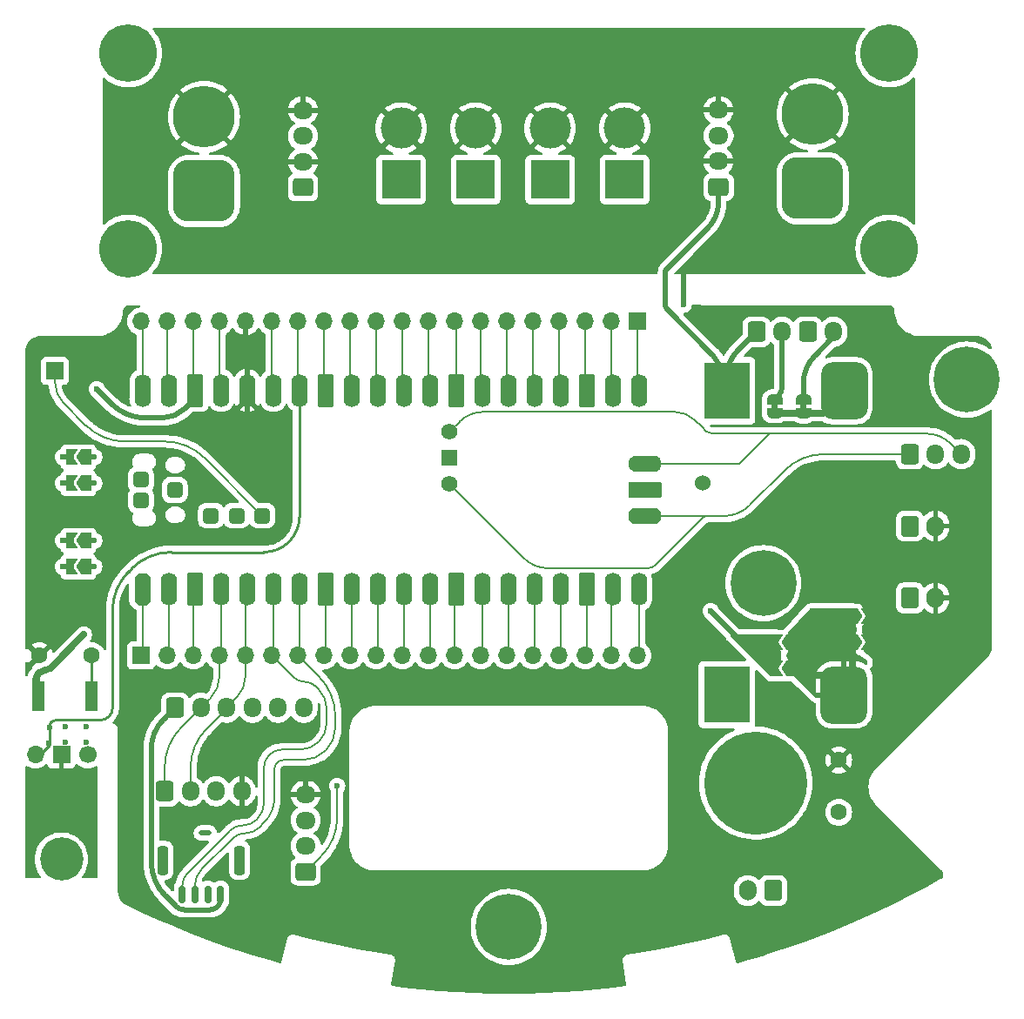
<source format=gbr>
%TF.GenerationSoftware,KiCad,Pcbnew,8.0.1*%
%TF.CreationDate,2024-04-30T15:38:52+08:00*%
%TF.ProjectId,prototype,70726f74-6f74-4797-9065-2e6b69636164,rev?*%
%TF.SameCoordinates,Original*%
%TF.FileFunction,Copper,L1,Top*%
%TF.FilePolarity,Positive*%
%FSLAX46Y46*%
G04 Gerber Fmt 4.6, Leading zero omitted, Abs format (unit mm)*
G04 Created by KiCad (PCBNEW 8.0.1) date 2024-04-30 15:38:52*
%MOMM*%
%LPD*%
G01*
G04 APERTURE LIST*
G04 Aperture macros list*
%AMRoundRect*
0 Rectangle with rounded corners*
0 $1 Rounding radius*
0 $2 $3 $4 $5 $6 $7 $8 $9 X,Y pos of 4 corners*
0 Add a 4 corners polygon primitive as box body*
4,1,4,$2,$3,$4,$5,$6,$7,$8,$9,$2,$3,0*
0 Add four circle primitives for the rounded corners*
1,1,$1+$1,$2,$3*
1,1,$1+$1,$4,$5*
1,1,$1+$1,$6,$7*
1,1,$1+$1,$8,$9*
0 Add four rect primitives between the rounded corners*
20,1,$1+$1,$2,$3,$4,$5,0*
20,1,$1+$1,$4,$5,$6,$7,0*
20,1,$1+$1,$6,$7,$8,$9,0*
20,1,$1+$1,$8,$9,$2,$3,0*%
%AMFreePoly0*
4,1,26,1.935306,0.780194,1.989950,0.741421,2.341421,0.389950,2.388777,0.314585,2.400000,0.248529,2.400000,-0.248529,2.380194,-0.335306,2.341421,-0.389950,1.989950,-0.741421,1.914585,-0.788777,1.848529,-0.800000,0.000000,-0.800000,-0.248529,-0.800000,-0.335306,-0.780194,-0.389950,-0.741421,-0.741421,-0.389950,-0.788777,-0.314585,-0.800000,-0.248529,-0.800000,0.248529,-0.780194,0.335306,
-0.741421,0.389950,-0.389950,0.741421,-0.314585,0.788777,-0.248529,0.800000,1.848529,0.800000,1.935306,0.780194,1.935306,0.780194,$1*%
%AMFreePoly1*
4,1,26,0.335306,0.780194,0.389950,0.741421,0.741421,0.389950,0.788777,0.314585,0.800000,0.248529,0.800000,-0.248529,0.780194,-0.335306,0.741421,-0.389950,0.389950,-0.741421,0.314585,-0.788777,0.248529,-0.800000,0.000000,-0.800000,-0.248529,-0.800000,-0.335306,-0.780194,-0.389950,-0.741421,-0.741421,-0.389950,-0.788777,-0.314585,-0.800000,-0.248529,-0.800000,0.248529,-0.780194,0.335306,
-0.741421,0.389950,-0.389950,0.741421,-0.314585,0.788777,-0.248529,0.800000,0.248529,0.800000,0.335306,0.780194,0.335306,0.780194,$1*%
%AMFreePoly2*
4,1,26,0.335306,2.380194,0.389950,2.341421,0.741421,1.989950,0.788777,1.914585,0.800000,1.848529,0.800000,-0.248529,0.780194,-0.335306,0.741421,-0.389950,0.389950,-0.741421,0.314585,-0.788777,0.248529,-0.800000,0.000000,-0.800000,-0.248529,-0.800000,-0.335306,-0.780194,-0.389950,-0.741421,-0.741421,-0.389950,-0.788777,-0.314585,-0.800000,-0.248529,-0.800000,1.848529,-0.780194,1.935306,
-0.741421,1.989950,-0.389950,2.341421,-0.314585,2.388777,-0.248529,2.400000,0.248529,2.400000,0.335306,2.380194,0.335306,2.380194,$1*%
%AMFreePoly3*
4,1,6,0.500000,-0.750000,-0.650000,-0.750000,-0.150000,0.000000,-0.650000,0.750000,0.500000,0.750000,0.500000,-0.750000,0.500000,-0.750000,$1*%
%AMFreePoly4*
4,1,6,1.000000,0.000000,0.500000,-0.750000,-0.500000,-0.750000,-0.500000,0.750000,0.500000,0.750000,1.000000,0.000000,1.000000,0.000000,$1*%
%AMFreePoly5*
4,1,19,0.500000,-0.750000,0.000000,-0.750000,0.000000,-0.744911,-0.071157,-0.744911,-0.207708,-0.704816,-0.327430,-0.627875,-0.420627,-0.520320,-0.479746,-0.390866,-0.500000,-0.250000,-0.500000,0.250000,-0.479746,0.390866,-0.420627,0.520320,-0.327430,0.627875,-0.207708,0.704816,-0.071157,0.744911,0.000000,0.744911,0.000000,0.750000,0.500000,0.750000,0.500000,-0.750000,0.500000,-0.750000,
$1*%
%AMFreePoly6*
4,1,19,0.000000,0.744911,0.071157,0.744911,0.207708,0.704816,0.327430,0.627875,0.420627,0.520320,0.479746,0.390866,0.500000,0.250000,0.500000,-0.250000,0.479746,-0.390866,0.420627,-0.520320,0.327430,-0.627875,0.207708,-0.704816,0.071157,-0.744911,0.000000,-0.744911,0.000000,-0.750000,-0.500000,-0.750000,-0.500000,0.750000,0.000000,0.750000,0.000000,0.744911,0.000000,0.744911,
$1*%
G04 Aperture macros list end*
%TA.AperFunction,EtchedComponent*%
%ADD10C,0.000000*%
%TD*%
%TA.AperFunction,SMDPad,CuDef*%
%ADD11FreePoly0,90.000000*%
%TD*%
%TA.AperFunction,ComponentPad*%
%ADD12FreePoly1,90.000000*%
%TD*%
%TA.AperFunction,SMDPad,CuDef*%
%ADD13O,1.600000X3.200000*%
%TD*%
%TA.AperFunction,ComponentPad*%
%ADD14C,1.600000*%
%TD*%
%TA.AperFunction,SMDPad,CuDef*%
%ADD15RoundRect,0.200000X0.600000X-1.400000X0.600000X1.400000X-0.600000X1.400000X-0.600000X-1.400000X0*%
%TD*%
%TA.AperFunction,ComponentPad*%
%ADD16RoundRect,0.200000X0.600000X-0.600000X0.600000X0.600000X-0.600000X0.600000X-0.600000X-0.600000X0*%
%TD*%
%TA.AperFunction,SMDPad,CuDef*%
%ADD17FreePoly2,90.000000*%
%TD*%
%TA.AperFunction,ComponentPad*%
%ADD18C,1.574800*%
%TD*%
%TA.AperFunction,SMDPad,CuDef*%
%ADD19RoundRect,0.200000X1.400000X-0.600000X1.400000X0.600000X-1.400000X0.600000X-1.400000X-0.600000X0*%
%TD*%
%TA.AperFunction,ComponentPad*%
%ADD20R,1.574800X1.574800*%
%TD*%
%TA.AperFunction,SMDPad,CuDef*%
%ADD21O,3.200000X1.600000*%
%TD*%
%TA.AperFunction,TestPad*%
%ADD22RoundRect,0.300000X0.450000X-0.450000X0.450000X0.450000X-0.450000X0.450000X-0.450000X-0.450000X0*%
%TD*%
%TA.AperFunction,SMDPad,CuDef*%
%ADD23R,4.528000X5.544000*%
%TD*%
%TA.AperFunction,ComponentPad*%
%ADD24R,1.700000X1.700000*%
%TD*%
%TA.AperFunction,SMDPad,CuDef*%
%ADD25RoundRect,1.132000X1.132000X1.640000X-1.132000X1.640000X-1.132000X-1.640000X1.132000X-1.640000X0*%
%TD*%
%TA.AperFunction,ComponentPad*%
%ADD26C,1.700000*%
%TD*%
%TA.AperFunction,ComponentPad*%
%ADD27C,1.524000*%
%TD*%
%TA.AperFunction,SMDPad,CuDef*%
%ADD28FreePoly3,180.000000*%
%TD*%
%TA.AperFunction,SMDPad,CuDef*%
%ADD29FreePoly4,180.000000*%
%TD*%
%TA.AperFunction,SMDPad,CuDef*%
%ADD30FreePoly5,270.000000*%
%TD*%
%TA.AperFunction,SMDPad,CuDef*%
%ADD31FreePoly6,270.000000*%
%TD*%
%TA.AperFunction,SMDPad,CuDef*%
%ADD32FreePoly3,0.000000*%
%TD*%
%TA.AperFunction,SMDPad,CuDef*%
%ADD33FreePoly4,0.000000*%
%TD*%
%TA.AperFunction,ComponentPad*%
%ADD34O,1.700000X1.950000*%
%TD*%
%TA.AperFunction,ComponentPad*%
%ADD35RoundRect,0.250000X-0.600000X-0.725000X0.600000X-0.725000X0.600000X0.725000X-0.600000X0.725000X0*%
%TD*%
%TA.AperFunction,ComponentPad*%
%ADD36RoundRect,0.250000X0.725000X-0.600000X0.725000X0.600000X-0.725000X0.600000X-0.725000X-0.600000X0*%
%TD*%
%TA.AperFunction,ComponentPad*%
%ADD37O,1.950000X1.700000*%
%TD*%
%TA.AperFunction,SMDPad,CuDef*%
%ADD38RoundRect,0.250000X-0.250000X-1.150000X0.250000X-1.150000X0.250000X1.150000X-0.250000X1.150000X0*%
%TD*%
%TA.AperFunction,SMDPad,CuDef*%
%ADD39RoundRect,0.150000X-0.150000X-0.700000X0.150000X-0.700000X0.150000X0.700000X-0.150000X0.700000X0*%
%TD*%
%TA.AperFunction,ComponentPad*%
%ADD40C,6.400000*%
%TD*%
%TA.AperFunction,ComponentPad*%
%ADD41R,3.800000X3.800000*%
%TD*%
%TA.AperFunction,ComponentPad*%
%ADD42C,4.000000*%
%TD*%
%TA.AperFunction,ComponentPad*%
%ADD43RoundRect,0.250000X-0.600000X-0.750000X0.600000X-0.750000X0.600000X0.750000X-0.600000X0.750000X0*%
%TD*%
%TA.AperFunction,ComponentPad*%
%ADD44O,1.700000X2.000000*%
%TD*%
%TA.AperFunction,ComponentPad*%
%ADD45O,1.700000X1.700000*%
%TD*%
%TA.AperFunction,ComponentPad*%
%ADD46RoundRect,1.500000X1.500000X-1.500000X1.500000X1.500000X-1.500000X1.500000X-1.500000X-1.500000X0*%
%TD*%
%TA.AperFunction,ComponentPad*%
%ADD47C,6.000000*%
%TD*%
%TA.AperFunction,ComponentPad*%
%ADD48C,4.200000*%
%TD*%
%TA.AperFunction,SMDPad,CuDef*%
%ADD49R,1.190000X3.000000*%
%TD*%
%TA.AperFunction,ComponentPad*%
%ADD50C,5.600000*%
%TD*%
%TA.AperFunction,ComponentPad*%
%ADD51RoundRect,0.250000X0.600000X0.750000X-0.600000X0.750000X-0.600000X-0.750000X0.600000X-0.750000X0*%
%TD*%
%TA.AperFunction,ComponentPad*%
%ADD52C,10.000000*%
%TD*%
%TA.AperFunction,ViaPad*%
%ADD53C,0.600000*%
%TD*%
%TA.AperFunction,Conductor*%
%ADD54C,0.635000*%
%TD*%
%TA.AperFunction,Conductor*%
%ADD55C,0.508000*%
%TD*%
%TA.AperFunction,Conductor*%
%ADD56C,0.200000*%
%TD*%
%TA.AperFunction,Conductor*%
%ADD57C,0.254000*%
%TD*%
G04 APERTURE END LIST*
D10*
%TA.AperFunction,EtchedComponent*%
%TO.C,JP10*%
G36*
X126157000Y-77593000D02*
G01*
X125557000Y-77593000D01*
X125557000Y-77093000D01*
X126157000Y-77093000D01*
X126157000Y-77593000D01*
G37*
%TD.AperFunction*%
%TA.AperFunction,EtchedComponent*%
%TO.C,JP9*%
G36*
X128951000Y-77608000D02*
G01*
X128351000Y-77608000D01*
X128351000Y-77108000D01*
X128951000Y-77108000D01*
X128951000Y-77608000D01*
G37*
%TD.AperFunction*%
%TD*%
D11*
%TO.P,U1,1,GPIO0*%
%TO.N,TX0*%
X64404000Y-95973000D03*
D12*
X64404000Y-94373000D03*
D13*
%TO.P,U1,2,GPIO1*%
%TO.N,RX0*%
X66944000Y-95173000D03*
D14*
X66944000Y-94373000D03*
D15*
%TO.P,U1,3,GND*%
%TO.N,GND*%
X69484000Y-95173000D03*
D16*
X69484000Y-94373000D03*
D13*
%TO.P,U1,4,GPIO2*%
%TO.N,I2C1_SDA*%
X72024000Y-95173000D03*
D14*
X72024000Y-94373000D03*
D13*
%TO.P,U1,5,GPIO3*%
%TO.N,I2C1_SCL*%
X74564000Y-95173000D03*
D14*
X74564000Y-94373000D03*
D13*
%TO.P,U1,6,GPIO4*%
%TO.N,I2C0_SDA*%
X77104000Y-95173000D03*
D14*
X77104000Y-94373000D03*
D13*
%TO.P,U1,7,GPIO5*%
%TO.N,I2C0_SCL*%
X79644000Y-95173000D03*
D14*
X79644000Y-94373000D03*
D15*
%TO.P,U1,8,GND*%
%TO.N,GND*%
X82184000Y-95173000D03*
D16*
X82184000Y-94373000D03*
D13*
%TO.P,U1,9,GPIO6*%
%TO.N,Net-(J3-Pin_9)*%
X84724000Y-95173000D03*
D14*
X84724000Y-94373000D03*
D13*
%TO.P,U1,10,GPIO7*%
%TO.N,Net-(J3-Pin_10)*%
X87264000Y-95173000D03*
D14*
X87264000Y-94373000D03*
D13*
%TO.P,U1,11,GPIO8*%
%TO.N,TX1*%
X89804000Y-95173000D03*
D14*
X89804000Y-94373000D03*
D13*
%TO.P,U1,12,GPIO9*%
%TO.N,RX1*%
X92344000Y-95173000D03*
D14*
X92344000Y-94373000D03*
D15*
%TO.P,U1,13,GND*%
%TO.N,GND*%
X94884000Y-95173000D03*
D16*
X94884000Y-94373000D03*
D13*
%TO.P,U1,14,GPIO10*%
%TO.N,Net-(J3-Pin_14)*%
X97424000Y-95173000D03*
D14*
X97424000Y-94373000D03*
D13*
%TO.P,U1,15,GPIO11*%
%TO.N,Net-(J3-Pin_15)*%
X99964000Y-95173000D03*
D14*
X99964000Y-94373000D03*
D13*
%TO.P,U1,16,GPIO12*%
%TO.N,Net-(J3-Pin_16)*%
X102504000Y-95173000D03*
D14*
X102504000Y-94373000D03*
D13*
%TO.P,U1,17,GPIO13*%
%TO.N,Net-(J3-Pin_17)*%
X105044000Y-95173000D03*
D14*
X105044000Y-94373000D03*
D15*
%TO.P,U1,18,GND*%
%TO.N,GND*%
X107584000Y-95173000D03*
D16*
X107584000Y-94373000D03*
D13*
%TO.P,U1,19,GPIO14*%
%TO.N,Net-(J3-Pin_19)*%
X110124000Y-95173000D03*
D14*
X110124000Y-94373000D03*
D13*
%TO.P,U1,20,GPIO15*%
%TO.N,Net-(J3-Pin_20)*%
X112664000Y-95173000D03*
D14*
X112664000Y-94373000D03*
%TO.P,U1,21,GPIO16*%
%TO.N,Net-(J4-Pin_1)*%
X112664000Y-76593000D03*
D13*
X112664000Y-75793000D03*
D14*
%TO.P,U1,22,GPIO17*%
%TO.N,Net-(J4-Pin_2)*%
X110124000Y-76593000D03*
D13*
X110124000Y-75793000D03*
D16*
%TO.P,U1,23,GND*%
%TO.N,GND*%
X107584000Y-76593000D03*
D15*
X107584000Y-75793000D03*
D14*
%TO.P,U1,24,GPIO18*%
%TO.N,Net-(J4-Pin_4)*%
X105044000Y-76593000D03*
D13*
X105044000Y-75793000D03*
D14*
%TO.P,U1,25,GPIO19*%
%TO.N,Net-(J4-Pin_5)*%
X102504000Y-76593000D03*
D13*
X102504000Y-75793000D03*
D14*
%TO.P,U1,26,GPIO20*%
%TO.N,Net-(J4-Pin_6)*%
X99964000Y-76593000D03*
D13*
X99964000Y-75793000D03*
D14*
%TO.P,U1,27,GPIO21*%
%TO.N,Net-(J4-Pin_7)*%
X97424000Y-76593000D03*
D13*
X97424000Y-75793000D03*
D16*
%TO.P,U1,28,GND*%
%TO.N,GND*%
X94884000Y-76593000D03*
D15*
X94884000Y-75793000D03*
D14*
%TO.P,U1,29,GPIO22*%
%TO.N,Net-(J4-Pin_9)*%
X92344000Y-76593000D03*
D13*
X92344000Y-75793000D03*
D14*
%TO.P,U1,30,RUN*%
%TO.N,Net-(J4-Pin_10)*%
X89804000Y-76593000D03*
D13*
X89804000Y-75793000D03*
D14*
%TO.P,U1,31,GPIO26_ADC0*%
%TO.N,Net-(J4-Pin_11)*%
X87264000Y-76593000D03*
D13*
X87264000Y-75793000D03*
D14*
%TO.P,U1,32,GPIO27_ADC1*%
%TO.N,Net-(J4-Pin_12)*%
X84724000Y-76593000D03*
D13*
X84724000Y-75793000D03*
D16*
%TO.P,U1,33,AGND*%
%TO.N,GND*%
X82184000Y-76593000D03*
D15*
X82184000Y-75793000D03*
D14*
%TO.P,U1,34,GPIO28_ADC2*%
%TO.N,TEMT1*%
X79644000Y-76593000D03*
D13*
X79644000Y-75793000D03*
D14*
%TO.P,U1,35,ADC_VREF*%
%TO.N,Net-(J4-Pin_15)*%
X77104000Y-76593000D03*
D13*
X77104000Y-75793000D03*
D14*
%TO.P,U1,36,3V3*%
%TO.N,V_TEMT*%
X74564000Y-76593000D03*
D13*
X74564000Y-75793000D03*
D14*
%TO.P,U1,37,3V3_EN*%
%TO.N,Net-(J4-Pin_17)*%
X72024000Y-76593000D03*
D13*
X72024000Y-75793000D03*
D16*
%TO.P,U1,38,GND*%
%TO.N,GND*%
X69484000Y-76593000D03*
D15*
X69484000Y-75793000D03*
D14*
%TO.P,U1,39,VSYS*%
%TO.N,VUSB*%
X66944000Y-76593000D03*
D13*
X66944000Y-75793000D03*
D14*
%TO.P,U1,40,VBUS*%
%TO.N,Net-(J4-Pin_20)*%
X64404000Y-76593000D03*
D13*
X64404000Y-75793000D03*
D12*
%TO.P,U1,41,SWCLK*%
%TO.N,Net-(J6-Pin_1)*%
X112434000Y-88023000D03*
D17*
X114034000Y-88023000D03*
D18*
X94234000Y-84898800D03*
D16*
%TO.P,U1,42,GND*%
%TO.N,GND*%
X112434000Y-85483000D03*
D19*
X113234000Y-85483000D03*
D20*
X94234000Y-82358800D03*
D14*
%TO.P,U1,43,SWDIO*%
%TO.N,Net-(J6-Pin_3)*%
X112434000Y-82943000D03*
D21*
X113234000Y-82943000D03*
D18*
X94234000Y-79818800D03*
D22*
%TO.P,U1,51,GND*%
%TO.N,unconnected-(U1-GND-Pad51)*%
X67534000Y-85483000D03*
%TO.P,U1,52,D-*%
%TO.N,unconnected-(U1-D--Pad52)*%
X64234000Y-84483000D03*
%TO.P,U1,53,D+*%
%TO.N,unconnected-(U1-D+-Pad53)*%
X64234000Y-86483000D03*
%TO.P,U1,54,NC*%
%TO.N,unconnected-(U1-NC-Pad54)*%
X71034000Y-87983000D03*
%TO.P,U1,55,GP25_LED*%
%TO.N,unconnected-(U1-GP25_LED-Pad55)*%
X73534000Y-87983000D03*
%TO.P,U1,56,BOOTSEL*%
%TO.N,Net-(J7-Pin_1)*%
X76034000Y-87983000D03*
%TD*%
D23*
%TO.P,U2,1,GND*%
%TO.N,GND*%
X121188000Y-105410000D03*
D24*
X119918000Y-103632000D03*
X122458000Y-103632000D03*
D25*
%TO.P,U2,2,VOUT*%
%TO.N,Net-(JP1-A)*%
X132596000Y-105432000D03*
D26*
X131348000Y-103632000D03*
X133888000Y-103632000D03*
%TO.P,U2,3,VIN*%
%TO.N,VREG_IN*%
X131348000Y-77632000D03*
X133888000Y-77632000D03*
D25*
X132618000Y-75832000D03*
D24*
%TO.P,U2,4,GND_IN*%
%TO.N,GND1*%
X119918000Y-77632000D03*
X122458000Y-77632000D03*
D23*
X121188000Y-75832000D03*
D27*
%TO.P,U2,5,EN*%
%TO.N,VREG_EN*%
X118872000Y-84836000D03*
%TD*%
D28*
%TO.P,JP8,2,B*%
%TO.N,GND1*%
X57441000Y-92964000D03*
D29*
%TO.P,JP8,1,A*%
%TO.N,GND*%
X58891000Y-92964000D03*
%TD*%
D28*
%TO.P,JP7,2,B*%
%TO.N,GND1*%
X57441000Y-90424000D03*
D29*
%TO.P,JP7,1,A*%
%TO.N,GND*%
X58891000Y-90424000D03*
%TD*%
D30*
%TO.P,JP10,1,A*%
%TO.N,+12V*%
X125857000Y-76693000D03*
D31*
%TO.P,JP10,2,B*%
%TO.N,VREG_IN*%
X125857000Y-77993000D03*
%TD*%
D30*
%TO.P,JP9,1,A*%
%TO.N,+12V*%
X128651000Y-76708000D03*
D31*
%TO.P,JP9,2,B*%
%TO.N,VREG_IN*%
X128651000Y-78008000D03*
%TD*%
D28*
%TO.P,JP6,2,B*%
%TO.N,VREG_IN*%
X57441000Y-82296000D03*
D29*
%TO.P,JP6,1,A*%
%TO.N,VUSB*%
X58891000Y-82296000D03*
%TD*%
%TO.P,JP5,1,A*%
%TO.N,VUSB*%
X58891000Y-84836000D03*
D28*
%TO.P,JP5,2,B*%
%TO.N,VREG_IN*%
X57441000Y-84836000D03*
%TD*%
%TO.P,JP4,2,B*%
%TO.N,VUSB*%
X126021000Y-100330000D03*
D29*
%TO.P,JP4,1,A*%
%TO.N,Net-(JP1-A)*%
X127471000Y-100330000D03*
%TD*%
%TO.P,JP3,1,A*%
%TO.N,Net-(JP1-A)*%
X127471000Y-102870000D03*
D28*
%TO.P,JP3,2,B*%
%TO.N,VUSB*%
X126021000Y-102870000D03*
%TD*%
D32*
%TO.P,JP2,2,B*%
%TO.N,V_TEMT*%
X134837000Y-97790000D03*
D33*
%TO.P,JP2,1,A*%
%TO.N,Net-(JP1-A)*%
X133387000Y-97790000D03*
%TD*%
%TO.P,JP1,1,A*%
%TO.N,Net-(JP1-A)*%
X133387000Y-100330000D03*
D32*
%TO.P,JP1,2,B*%
%TO.N,V_TEMT*%
X134837000Y-100330000D03*
%TD*%
D34*
%TO.P,J19,4,Pin_4*%
%TO.N,+12V*%
X131572000Y-70104000D03*
D35*
%TO.P,J19,3,Pin_3*%
%TO.N,GND1*%
X129072000Y-70104000D03*
D34*
%TO.P,J19,2,Pin_2*%
%TO.N,+12V*%
X126572000Y-70104000D03*
D35*
%TO.P,J19,1,Pin_1*%
%TO.N,GND1*%
X124072000Y-70104000D03*
%TD*%
D36*
%TO.P,J18,1,Pin_1*%
%TO.N,TX0*%
X80247000Y-122622000D03*
D37*
%TO.P,J18,2,Pin_2*%
%TO.N,RX0*%
X80247000Y-120122000D03*
%TO.P,J18,3,Pin_3*%
%TO.N,GND*%
X80247000Y-117622000D03*
%TO.P,J18,4,Pin_4*%
%TO.N,V_TEMT*%
X80247000Y-115122000D03*
%TD*%
D38*
%TO.P,TM1,MP*%
%TO.N,N/C*%
X73829000Y-121536000D03*
X66379000Y-121536000D03*
D39*
%TO.P,TM1,4,Pin_4*%
%TO.N,VUSB*%
X71979000Y-124886000D03*
%TO.P,TM1,3,Pin_3*%
%TO.N,GND*%
X70729000Y-124886000D03*
%TO.P,TM1,2,Pin_2*%
%TO.N,I2C0_SCL*%
X69479000Y-124886000D03*
%TO.P,TM1,1,Pin_1*%
%TO.N,I2C0_SDA*%
X68229000Y-124886000D03*
%TD*%
D35*
%TO.P,L1,1,Pin_1*%
%TO.N,VUSB*%
X67564000Y-106680000D03*
D34*
%TO.P,L1,2,Pin_2*%
%TO.N,I2C1_SDA*%
X70064000Y-106680000D03*
%TO.P,L1,3,Pin_3*%
%TO.N,I2C1_SCL*%
X72564000Y-106680000D03*
%TO.P,L1,4,Pin_4*%
%TO.N,GND*%
X75064000Y-106680000D03*
%TO.P,L1,5,Pin_5*%
X77564000Y-106680000D03*
%TO.P,L1,6,Pin_6*%
%TO.N,unconnected-(L1-Pin_6-Pad6)*%
X80064000Y-106680000D03*
%TD*%
D35*
%TO.P,J17,1,Pin_1*%
%TO.N,I2C1_SDA*%
X66548000Y-114808000D03*
D34*
%TO.P,J17,2,Pin_2*%
%TO.N,I2C1_SCL*%
X69048000Y-114808000D03*
%TO.P,J17,3,Pin_3*%
%TO.N,GND*%
X71548000Y-114808000D03*
%TO.P,J17,4,Pin_4*%
%TO.N,V_TEMT*%
X74048000Y-114808000D03*
%TD*%
D35*
%TO.P,J6,1,Pin_1*%
%TO.N,Net-(J6-Pin_1)*%
X139000000Y-82000000D03*
D34*
%TO.P,J6,2,Pin_2*%
%TO.N,GND*%
X141500000Y-82000000D03*
%TO.P,J6,3,Pin_3*%
%TO.N,Net-(J6-Pin_3)*%
X144000000Y-82000000D03*
%TD*%
D40*
%TO.P,H2,1*%
%TO.N,N/C*%
X100000000Y-128000000D03*
%TD*%
D14*
%TO.P,R2,1*%
%TO.N,V_TEMT*%
X132080000Y-111760000D03*
%TO.P,R2,2*%
%TO.N,VREG_EN*%
X132080000Y-116840000D03*
%TD*%
D41*
%TO.P,J12,1,Pin_1*%
%TO.N,GND1*%
X104024000Y-55292000D03*
D42*
%TO.P,J12,2,Pin_2*%
%TO.N,+12V*%
X104024000Y-50292000D03*
%TD*%
D43*
%TO.P,J8,1,Pin_1*%
%TO.N,GND*%
X139000000Y-89000000D03*
D44*
%TO.P,J8,2,Pin_2*%
%TO.N,V_TEMT*%
X141500000Y-89000000D03*
%TD*%
D24*
%TO.P,J3,1,Pin_1*%
%TO.N,TX0*%
X64262000Y-101600000D03*
D45*
%TO.P,J3,2,Pin_2*%
%TO.N,RX0*%
X66802000Y-101600000D03*
%TO.P,J3,3,Pin_3*%
%TO.N,GND*%
X69342000Y-101600000D03*
%TO.P,J3,4,Pin_4*%
%TO.N,I2C1_SDA*%
X71882000Y-101600000D03*
%TO.P,J3,5,Pin_5*%
%TO.N,I2C1_SCL*%
X74422000Y-101600000D03*
%TO.P,J3,6,Pin_6*%
%TO.N,I2C0_SDA*%
X76962000Y-101600000D03*
%TO.P,J3,7,Pin_7*%
%TO.N,I2C0_SCL*%
X79502000Y-101600000D03*
%TO.P,J3,8,Pin_8*%
%TO.N,GND*%
X82042000Y-101600000D03*
%TO.P,J3,9,Pin_9*%
%TO.N,Net-(J3-Pin_9)*%
X84582000Y-101600000D03*
%TO.P,J3,10,Pin_10*%
%TO.N,Net-(J3-Pin_10)*%
X87122000Y-101600000D03*
%TO.P,J3,11,Pin_11*%
%TO.N,TX1*%
X89662000Y-101600000D03*
%TO.P,J3,12,Pin_12*%
%TO.N,RX1*%
X92202000Y-101600000D03*
%TO.P,J3,13,Pin_13*%
%TO.N,GND*%
X94742000Y-101600000D03*
%TO.P,J3,14,Pin_14*%
%TO.N,Net-(J3-Pin_14)*%
X97282000Y-101600000D03*
%TO.P,J3,15,Pin_15*%
%TO.N,Net-(J3-Pin_15)*%
X99822000Y-101600000D03*
%TO.P,J3,16,Pin_16*%
%TO.N,Net-(J3-Pin_16)*%
X102362000Y-101600000D03*
%TO.P,J3,17,Pin_17*%
%TO.N,Net-(J3-Pin_17)*%
X104902000Y-101600000D03*
%TO.P,J3,18,Pin_18*%
%TO.N,GND*%
X107442000Y-101600000D03*
%TO.P,J3,19,Pin_19*%
%TO.N,Net-(J3-Pin_19)*%
X109982000Y-101600000D03*
%TO.P,J3,20,Pin_20*%
%TO.N,Net-(J3-Pin_20)*%
X112522000Y-101600000D03*
%TD*%
D40*
%TO.P,H3,1*%
%TO.N,N/C*%
X124748737Y-94547727D03*
%TD*%
D24*
%TO.P,J7,1,Pin_1*%
%TO.N,Net-(J7-Pin_1)*%
X55880000Y-73914000D03*
%TD*%
D36*
%TO.P,J14,1,Pin_1*%
%TO.N,GND1*%
X79993000Y-56054000D03*
D37*
%TO.P,J14,2,Pin_2*%
%TO.N,+12V*%
X79993000Y-53554000D03*
%TO.P,J14,3,Pin_3*%
%TO.N,GND1*%
X79993000Y-51054000D03*
%TO.P,J14,4,Pin_4*%
%TO.N,+12V*%
X79993000Y-48554000D03*
%TD*%
D46*
%TO.P,J2,1,Pin_1*%
%TO.N,GND1*%
X70358000Y-56388000D03*
D47*
%TO.P,J2,2,Pin_2*%
%TO.N,+12V*%
X70358000Y-49188000D03*
%TD*%
D48*
%TO.P,H1,1*%
%TO.N,N/C*%
X56500000Y-121412000D03*
%TD*%
D41*
%TO.P,J10,1,Pin_1*%
%TO.N,GND1*%
X89524000Y-55292000D03*
D42*
%TO.P,J10,2,Pin_2*%
%TO.N,+12V*%
X89524000Y-50292000D03*
%TD*%
D14*
%TO.P,R3,1*%
%TO.N,V_TEMT*%
X54356000Y-101600000D03*
%TO.P,R3,2*%
%TO.N,V_LED*%
X59436000Y-101600000D03*
%TD*%
D40*
%TO.P,H4,1*%
%TO.N,N/C*%
X144547727Y-74748737D03*
%TD*%
D49*
%TO.P,D1,1,K*%
%TO.N,GND*%
X54239500Y-105548000D03*
%TO.P,D1,2,A*%
%TO.N,V_LED*%
X59429500Y-105548000D03*
%TD*%
D50*
%TO.P,H6,1*%
%TO.N,N/C*%
X63000000Y-62000000D03*
%TD*%
D46*
%TO.P,J1,1,Pin_1*%
%TO.N,GND1*%
X129540000Y-56134000D03*
D47*
%TO.P,J1,2,Pin_2*%
%TO.N,+12V*%
X129540000Y-48934000D03*
%TD*%
D51*
%TO.P,J16,1,Pin_1*%
%TO.N,GND*%
X125730000Y-124460000D03*
D44*
%TO.P,J16,2,Pin_2*%
%TO.N,VREG_EN*%
X123230000Y-124460000D03*
%TD*%
D43*
%TO.P,J9,1,Pin_1*%
%TO.N,GND*%
X139000000Y-96000000D03*
D44*
%TO.P,J9,2,Pin_2*%
%TO.N,V_TEMT*%
X141500000Y-96000000D03*
%TD*%
D50*
%TO.P,H5,1*%
%TO.N,N/C*%
X63000000Y-43000000D03*
%TD*%
D52*
%TO.P,H9,1*%
%TO.N,N/C*%
X124000000Y-114000000D03*
%TD*%
D24*
%TO.P,J4,1,Pin_1*%
%TO.N,Net-(J4-Pin_1)*%
X112522000Y-69088000D03*
D45*
%TO.P,J4,2,Pin_2*%
%TO.N,Net-(J4-Pin_2)*%
X109982000Y-69088000D03*
%TO.P,J4,3,Pin_3*%
%TO.N,GND*%
X107442000Y-69088000D03*
%TO.P,J4,4,Pin_4*%
%TO.N,Net-(J4-Pin_4)*%
X104902000Y-69088000D03*
%TO.P,J4,5,Pin_5*%
%TO.N,Net-(J4-Pin_5)*%
X102362000Y-69088000D03*
%TO.P,J4,6,Pin_6*%
%TO.N,Net-(J4-Pin_6)*%
X99822000Y-69088000D03*
%TO.P,J4,7,Pin_7*%
%TO.N,Net-(J4-Pin_7)*%
X97282000Y-69088000D03*
%TO.P,J4,8,Pin_8*%
%TO.N,GND*%
X94742000Y-69088000D03*
%TO.P,J4,9,Pin_9*%
%TO.N,Net-(J4-Pin_9)*%
X92202000Y-69088000D03*
%TO.P,J4,10,Pin_10*%
%TO.N,Net-(J4-Pin_10)*%
X89662000Y-69088000D03*
%TO.P,J4,11,Pin_11*%
%TO.N,Net-(J4-Pin_11)*%
X87122000Y-69088000D03*
%TO.P,J4,12,Pin_12*%
%TO.N,Net-(J4-Pin_12)*%
X84582000Y-69088000D03*
%TO.P,J4,13,Pin_13*%
%TO.N,GND*%
X82042000Y-69088000D03*
%TO.P,J4,14,Pin_14*%
%TO.N,TEMT1*%
X79502000Y-69088000D03*
%TO.P,J4,15,Pin_15*%
%TO.N,Net-(J4-Pin_15)*%
X76962000Y-69088000D03*
%TO.P,J4,16,Pin_16*%
%TO.N,V_TEMT*%
X74422000Y-69088000D03*
%TO.P,J4,17,Pin_17*%
%TO.N,Net-(J4-Pin_17)*%
X71882000Y-69088000D03*
%TO.P,J4,18,Pin_18*%
%TO.N,GND*%
X69342000Y-69088000D03*
%TO.P,J4,19,Pin_19*%
%TO.N,VUSB*%
X66802000Y-69088000D03*
%TO.P,J4,20,Pin_20*%
%TO.N,Net-(J4-Pin_20)*%
X64262000Y-69088000D03*
%TD*%
D50*
%TO.P,H7,1*%
%TO.N,N/C*%
X137000000Y-43000000D03*
%TD*%
%TO.P,H8,1*%
%TO.N,N/C*%
X137000000Y-62000000D03*
%TD*%
D41*
%TO.P,J13,1,Pin_1*%
%TO.N,GND1*%
X111274000Y-55292000D03*
D42*
%TO.P,J13,2,Pin_2*%
%TO.N,+12V*%
X111274000Y-50292000D03*
%TD*%
D26*
%TO.P,J5,1,Pin_1*%
%TO.N,V_TEMT*%
X59040000Y-111252000D03*
D24*
%TO.P,J5,2,Pin_2*%
%TO.N,GND*%
X56500000Y-111252000D03*
D45*
%TO.P,J5,3,Pin_3*%
%TO.N,TEMT1*%
X53960000Y-111252000D03*
%TD*%
D36*
%TO.P,J15,1,Pin_1*%
%TO.N,GND1*%
X120396000Y-56014000D03*
D37*
%TO.P,J15,2,Pin_2*%
%TO.N,+12V*%
X120396000Y-53514000D03*
%TO.P,J15,3,Pin_3*%
%TO.N,GND1*%
X120396000Y-51014000D03*
%TO.P,J15,4,Pin_4*%
%TO.N,+12V*%
X120396000Y-48514000D03*
%TD*%
D41*
%TO.P,J11,1,Pin_1*%
%TO.N,GND1*%
X96774000Y-55292000D03*
D42*
%TO.P,J11,2,Pin_2*%
%TO.N,+12V*%
X96774000Y-50292000D03*
%TD*%
D53*
%TO.N,GND*%
X59944000Y-75692000D03*
%TO.N,TX0*%
X83312000Y-114300000D03*
%TO.N,GND*%
X59690000Y-90424000D03*
X59690000Y-92964000D03*
%TO.N,GND1*%
X56642000Y-92964000D03*
X56642000Y-90424000D03*
%TO.N,VREG_IN*%
X56642000Y-84836000D03*
X56642000Y-82296000D03*
%TO.N,VUSB*%
X59690000Y-84836000D03*
X59690000Y-82296000D03*
X119634000Y-97282000D03*
%TO.N,GND*%
X70729000Y-124886000D03*
X54500000Y-119380000D03*
X53975000Y-105537000D03*
X56850000Y-108550000D03*
X58500000Y-119380000D03*
X56850000Y-110050000D03*
X58674000Y-99568000D03*
%TO.N,+12V*%
X117000000Y-64500000D03*
X117000000Y-67450000D03*
%TO.N,GND1*%
X115250000Y-67450000D03*
X115250000Y-64500000D03*
%TO.N,TEMT1*%
X55250000Y-110100000D03*
X55351116Y-108585000D03*
%TO.N,V_TEMT*%
X62992000Y-106807000D03*
X58950000Y-108550000D03*
X62992000Y-105156000D03*
X58950000Y-110050000D03*
%TD*%
D54*
%TO.N,Net-(JP1-A)*%
X133694365Y-103222927D02*
X133694365Y-103222927D01*
X127782646Y-103181646D02*
G75*
G03*
X128535027Y-103493283I752354J752346D01*
G01*
X133424000Y-102570207D02*
G75*
G03*
X133694366Y-103222926I923100J7D01*
G01*
%TO.N,VREG_IN*%
X131174876Y-77743145D02*
G75*
G02*
X130571677Y-77992969I-603176J603245D01*
G01*
D55*
%TO.N,VUSB*%
X71979000Y-125102500D02*
X71979000Y-125102500D01*
X67628627Y-125993969D02*
G75*
G03*
X68458398Y-126337673I829773J829769D01*
G01*
X65244000Y-121680122D02*
G75*
G03*
X66608185Y-124973485I4657500J22D01*
G01*
D56*
X66802000Y-76350590D02*
G75*
G03*
X66872997Y-76522003I242400J-10D01*
G01*
D55*
X71678163Y-126036834D02*
G75*
G02*
X70951881Y-126337641I-726263J726334D01*
G01*
X71979000Y-125310999D02*
G75*
G02*
X71678472Y-126036512I-1026000J-1D01*
G01*
X66404000Y-107840000D02*
G75*
G03*
X65243995Y-110640487I2800500J-2800500D01*
G01*
D56*
%TO.N,TX1*%
X89804000Y-101357590D02*
G75*
G02*
X89733003Y-101529003I-242400J-10D01*
G01*
%TO.N,TX0*%
X64404000Y-101357590D02*
G75*
G02*
X64333003Y-101529003I-242400J-10D01*
G01*
X83312000Y-117389717D02*
G75*
G02*
X81779495Y-121089495I-5232300J17D01*
G01*
%TO.N,RX0*%
X66944000Y-101357590D02*
G75*
G02*
X66873003Y-101529003I-242400J-10D01*
G01*
%TO.N,RX1*%
X92344000Y-101357590D02*
G75*
G02*
X92273003Y-101529003I-242400J-10D01*
G01*
%TO.N,I2C0_SDA*%
X81221012Y-104589012D02*
G75*
G03*
X80137000Y-104139993I-1084012J-1083988D01*
G01*
X82296000Y-108142369D02*
G75*
G02*
X81534009Y-109982009I-2601600J-31D01*
G01*
X77033000Y-101529000D02*
G75*
G03*
X77033000Y-101671000I71000J-71000D01*
G01*
X75468815Y-117571184D02*
G75*
G02*
X74168000Y-118110008I-1300815J1300784D01*
G01*
X76200000Y-115941974D02*
G75*
G02*
X75565008Y-117475008I-2168000J-26D01*
G01*
X76708000Y-111252000D02*
G75*
G03*
X76200009Y-112478420I1226400J-1226400D01*
G01*
X74168000Y-118110000D02*
G75*
G03*
X72867191Y-118648822I0J-1839600D01*
G01*
X81534000Y-104902000D02*
G75*
G02*
X82295987Y-106741630I-1839600J-1839600D01*
G01*
X77934420Y-110744000D02*
G75*
G03*
X76707994Y-111251994I-20J-1734400D01*
G01*
X68794331Y-122721668D02*
G75*
G03*
X68229010Y-124086500I1364869J-1364832D01*
G01*
X79052987Y-103690987D02*
G75*
G03*
X80137000Y-104140007I1084013J1083987D01*
G01*
X77104000Y-101357590D02*
G75*
G02*
X77033003Y-101529003I-242400J-10D01*
G01*
X81534000Y-109982000D02*
G75*
G02*
X79694369Y-110743987I-1839600J1839600D01*
G01*
%TO.N,I2C0_SCL*%
X70127063Y-122404936D02*
G75*
G03*
X69478992Y-123969500I1564537J-1564564D01*
G01*
X74422000Y-118872000D02*
G75*
G03*
X73121191Y-119410822I0J-1839600D01*
G01*
X77216000Y-115403159D02*
G75*
G02*
X76200012Y-117856012I-3468800J-41D01*
G01*
X78083210Y-111760000D02*
G75*
G03*
X77469997Y-112013997I-10J-867200D01*
G01*
X82204086Y-110835913D02*
G75*
G02*
X79973144Y-111760039I-2230986J2230913D01*
G01*
X83128173Y-108604971D02*
G75*
G02*
X82204110Y-110835937I-3155073J-29D01*
G01*
X81534380Y-103632380D02*
G75*
G02*
X83128140Y-107480136I-3847780J-3847720D01*
G01*
X75722815Y-118333184D02*
G75*
G02*
X74422000Y-118872008I-1300815J1300784D01*
G01*
X79644000Y-101357590D02*
G75*
G02*
X79573003Y-101529003I-242400J-10D01*
G01*
X77470001Y-112014001D02*
G75*
G03*
X77216005Y-112627210I613199J-613199D01*
G01*
X79573000Y-101529000D02*
G75*
G03*
X79573000Y-101671000I71000J-71000D01*
G01*
%TO.N,I2C1_SCL*%
X70641792Y-108682206D02*
G75*
G03*
X69047988Y-112529963I3847808J-3847794D01*
G01*
X72564000Y-106720000D02*
G75*
G02*
X72535722Y-106788291I-96600J0D01*
G01*
X74493000Y-96044000D02*
G75*
G03*
X74422004Y-96215409I171400J-171400D01*
G01*
X74422000Y-103508195D02*
G75*
G02*
X73493001Y-105751001I-3171800J-5D01*
G01*
X72592284Y-106651715D02*
G75*
G03*
X72564009Y-106720000I68316J-68285D01*
G01*
%TO.N,I2C1_SDA*%
X68141793Y-108602208D02*
G75*
G03*
X66547960Y-112449963I3847707J-3847792D01*
G01*
X72024000Y-101357590D02*
G75*
G02*
X71953003Y-101529003I-242400J-10D01*
G01*
X71953000Y-101529000D02*
G75*
G03*
X71882004Y-101700409I171400J-171400D01*
G01*
X71882000Y-103576479D02*
G75*
G02*
X70973006Y-105771006I-3103500J-21D01*
G01*
%TO.N,Net-(J7-Pin_1)*%
X58858208Y-79178206D02*
G75*
G03*
X62705963Y-80772010I3847792J3847806D01*
G01*
X55880000Y-75057000D02*
G75*
G03*
X56688233Y-77008213I2759400J0D01*
G01*
X70416791Y-82365793D02*
G75*
G03*
X66569036Y-80771990I-3847791J-3847807D01*
G01*
%TO.N,Net-(J6-Pin_3)*%
X122414081Y-82957083D02*
G75*
G02*
X122408317Y-82970931I-5781J-5717D01*
G01*
X119188226Y-79770590D02*
G75*
G03*
X119742066Y-80000008I553874J553890D01*
G01*
X125421500Y-80000000D02*
G75*
G03*
X125287496Y-80055511I0J-189500D01*
G01*
X143000000Y-81000000D02*
G75*
G03*
X140585786Y-80000006I-2414200J-2414200D01*
G01*
X122380201Y-82943000D02*
G75*
G03*
X122414000Y-82929000I-1J47800D01*
G01*
X122414000Y-82957000D02*
G75*
G03*
X122380201Y-82943000I-33800J-33800D01*
G01*
X122414001Y-82929001D02*
G75*
G03*
X122414001Y-82956999I13999J-13999D01*
G01*
X125421500Y-80000000D02*
X125421500Y-80000000D01*
X118129591Y-78711957D02*
G75*
G03*
X116127664Y-77882762I-2001891J-2001943D01*
G01*
X97539074Y-77882732D02*
G75*
G03*
X95202048Y-78850780I26J-3305068D01*
G01*
X118729408Y-79311774D02*
X119188225Y-79770591D01*
X125421500Y-80000000D02*
X125578500Y-80000000D01*
X125578500Y-80000000D02*
X125421500Y-80000000D01*
%TO.N,Net-(J6-Pin_1)*%
X101449916Y-92114716D02*
G75*
G03*
X103818588Y-93095847I2368684J2368716D01*
G01*
X119216841Y-88023000D02*
X119216841Y-88023000D01*
X119216841Y-88023000D02*
G75*
G03*
X118938291Y-88138350I-41J-393900D01*
G01*
X130652963Y-82000000D02*
G75*
G03*
X126805236Y-83593821I37J-5441500D01*
G01*
X114310057Y-92766624D02*
G75*
G02*
X113515230Y-93095874I-794857J794824D01*
G01*
X123435244Y-86963753D02*
G75*
G02*
X120878000Y-88022996I-2557244J2557253D01*
G01*
X119216841Y-88023000D02*
X119543159Y-88023000D01*
X119543159Y-88023000D02*
X119216841Y-88023000D01*
%TO.N,V_TEMT*%
X74422000Y-76350590D02*
G75*
G03*
X74492997Y-76522003I242400J-10D01*
G01*
%TO.N,Net-(J4-Pin_17)*%
X71882000Y-76350590D02*
G75*
G03*
X71952997Y-76522003I242400J-10D01*
G01*
%TO.N,Net-(J4-Pin_5)*%
X102362000Y-76350590D02*
G75*
G03*
X102432997Y-76522003I242400J-10D01*
G01*
%TO.N,Net-(J4-Pin_20)*%
X64333000Y-69159000D02*
G75*
G02*
X64403996Y-69330409I-171400J-171400D01*
G01*
%TO.N,Net-(J4-Pin_11)*%
X87122000Y-76350590D02*
G75*
G03*
X87192997Y-76522003I242400J-10D01*
G01*
%TO.N,Net-(J4-Pin_6)*%
X99822000Y-76350590D02*
G75*
G03*
X99892997Y-76522003I242400J-10D01*
G01*
%TO.N,Net-(J4-Pin_9)*%
X92202000Y-76350590D02*
G75*
G03*
X92272997Y-76522003I242400J-10D01*
G01*
%TO.N,Net-(J4-Pin_7)*%
X97282000Y-76350590D02*
G75*
G03*
X97352997Y-76522003I242400J-10D01*
G01*
D57*
%TO.N,TEMT1*%
X78635071Y-90528928D02*
G75*
G02*
X76199302Y-91537840I-2435771J2435828D01*
G01*
X55478436Y-108097563D02*
G75*
G03*
X55351141Y-108404942I307364J-307337D01*
G01*
X55351116Y-109927384D02*
G75*
G02*
X55300566Y-110049450I-172616J-16D01*
G01*
X55948405Y-107875000D02*
G75*
G03*
X55526053Y-108049937I-5J-597300D01*
G01*
D56*
X79502000Y-74750590D02*
G75*
G03*
X79572997Y-74922003I242400J-10D01*
G01*
D57*
X63061792Y-93402206D02*
G75*
G03*
X61467988Y-97249963I3847808J-3847794D01*
G01*
X54485177Y-111114820D02*
G75*
G02*
X54154000Y-111251986I-331177J331220D01*
G01*
X61468000Y-106702217D02*
G75*
G02*
X61124495Y-107531495I-1172800J17D01*
G01*
X67180106Y-91537857D02*
G75*
G03*
X63332349Y-93131648I-6J-5441543D01*
G01*
X79644000Y-88093159D02*
G75*
G02*
X78635092Y-90528949I-3444700J-41D01*
G01*
X55351116Y-110225000D02*
G75*
G02*
X55334239Y-110265784I-57716J0D01*
G01*
X55334227Y-110184227D02*
G75*
G02*
X55351129Y-110225000I-40727J-40773D01*
G01*
X61124500Y-107531500D02*
G75*
G02*
X60295217Y-107875007I-829300J829300D01*
G01*
D56*
%TO.N,Net-(J4-Pin_2)*%
X109982000Y-76350590D02*
G75*
G03*
X110052997Y-76522003I242400J-10D01*
G01*
%TO.N,Net-(J4-Pin_4)*%
X104902000Y-76350590D02*
G75*
G03*
X104972997Y-76522003I242400J-10D01*
G01*
%TO.N,Net-(J4-Pin_10)*%
X89662000Y-76350590D02*
G75*
G03*
X89732997Y-76522003I242400J-10D01*
G01*
%TO.N,Net-(J4-Pin_15)*%
X76962000Y-76350590D02*
G75*
G03*
X77032997Y-76522003I242400J-10D01*
G01*
%TO.N,Net-(J4-Pin_12)*%
X84582000Y-76350590D02*
G75*
G03*
X84652997Y-76522003I242400J-10D01*
G01*
%TO.N,Net-(J4-Pin_1)*%
X112522000Y-76350590D02*
G75*
G03*
X112592997Y-76522003I242400J-10D01*
G01*
%TO.N,Net-(J3-Pin_20)*%
X112664000Y-101357590D02*
G75*
G02*
X112593003Y-101529003I-242400J-10D01*
G01*
%TO.N,Net-(J3-Pin_16)*%
X102504000Y-101357590D02*
G75*
G02*
X102433003Y-101529003I-242400J-10D01*
G01*
%TO.N,Net-(J3-Pin_19)*%
X110053000Y-96044000D02*
G75*
G03*
X109982004Y-96215409I171400J-171400D01*
G01*
%TO.N,Net-(J3-Pin_10)*%
X87264000Y-101357590D02*
G75*
G02*
X87193003Y-101529003I-242400J-10D01*
G01*
%TO.N,Net-(J3-Pin_14)*%
X97424000Y-101357590D02*
G75*
G02*
X97353003Y-101529003I-242400J-10D01*
G01*
%TO.N,Net-(J3-Pin_17)*%
X105044000Y-101357590D02*
G75*
G02*
X104973003Y-101529003I-242400J-10D01*
G01*
%TO.N,Net-(J3-Pin_9)*%
X84724000Y-101357590D02*
G75*
G02*
X84653003Y-101529003I-242400J-10D01*
G01*
%TO.N,Net-(J3-Pin_15)*%
X99964000Y-101357590D02*
G75*
G02*
X99893003Y-101529003I-242400J-10D01*
G01*
D55*
%TO.N,GND1*%
X122248325Y-71927675D02*
G75*
G03*
X121264708Y-74302281I2374575J-2374625D01*
G01*
X115285356Y-64064645D02*
G75*
G03*
X115249997Y-64150000I85344J-85355D01*
G01*
X124072000Y-70074000D02*
G75*
G02*
X124050781Y-70125208I-72400J0D01*
G01*
X120396000Y-57484000D02*
G75*
G02*
X119356555Y-59993448I-3548900J0D01*
G01*
X115250000Y-67616752D02*
G75*
G03*
X115367882Y-67901445I402600J-48D01*
G01*
X119808014Y-72341519D02*
G75*
G02*
X120650039Y-74374252I-2032714J-2032781D01*
G01*
X115250000Y-64150000D02*
X115250000Y-64250000D01*
%TO.N,+12V*%
X126572000Y-75472418D02*
G75*
G02*
X126214495Y-76335495I-1220600J18D01*
G01*
X129773532Y-72410468D02*
G75*
G03*
X128651010Y-75120500I2710068J-2710032D01*
G01*
X131572000Y-70358000D02*
G75*
G02*
X131392392Y-70791603I-613200J0D01*
G01*
D57*
%TO.N,V_LED*%
X59432750Y-102111250D02*
G75*
G03*
X59429499Y-102119096I7850J-7850D01*
G01*
X59436000Y-102103403D02*
G75*
G02*
X59432749Y-102111249I-11100J3D01*
G01*
D56*
%TO.N,GND*%
X107584000Y-101357590D02*
G75*
G02*
X107513003Y-101529003I-242400J-10D01*
G01*
X107442000Y-76350590D02*
G75*
G03*
X107512997Y-76522003I242400J-10D01*
G01*
D54*
X54903690Y-103030500D02*
G75*
G03*
X54378234Y-103248163I10J-743100D01*
G01*
D55*
X61341000Y-77089000D02*
G75*
G03*
X64713656Y-78486018I3372700J3372700D01*
G01*
D56*
X82184000Y-101357590D02*
G75*
G02*
X82113003Y-101529003I-242400J-10D01*
G01*
X69342000Y-76350590D02*
G75*
G03*
X69412997Y-76522003I242400J-10D01*
G01*
D55*
X68537500Y-77539500D02*
G75*
G02*
X66252446Y-78486019I-2285100J2285100D01*
G01*
D56*
X82042000Y-76350590D02*
G75*
G03*
X82112997Y-76522003I242400J-10D01*
G01*
X69413000Y-96044000D02*
G75*
G03*
X69342004Y-96215409I171400J-171400D01*
G01*
D54*
X54285440Y-103340940D02*
G75*
G03*
X53975004Y-104090408I749460J-749460D01*
G01*
D56*
X94813000Y-96044000D02*
G75*
G03*
X94742004Y-96215409I171400J-171400D01*
G01*
X94813000Y-69159000D02*
G75*
G02*
X94883996Y-69330409I-171400J-171400D01*
G01*
D54*
X55429153Y-102812844D02*
G75*
G02*
X54903690Y-103030497I-525453J525444D01*
G01*
D56*
X69413000Y-76522000D02*
G75*
G02*
X69413000Y-76664000I-71000J-71000D01*
G01*
D55*
%TO.N,*%
X70739000Y-118872000D02*
X70485000Y-118872000D01*
D56*
%TO.N,Net-(J7-Pin_1)*%
X58858207Y-79178207D02*
X56688223Y-77008223D01*
X62705963Y-80772000D02*
X66569036Y-80772000D01*
D55*
%TO.N,*%
X70485000Y-118872000D02*
X70104000Y-118872000D01*
X70739000Y-118872000D02*
X70866000Y-118872000D01*
%TO.N,GND*%
X64713656Y-78486000D02*
X66252446Y-78486000D01*
X68537500Y-77539500D02*
X69413000Y-76664000D01*
X61341000Y-77089000D02*
X59944000Y-75692000D01*
D56*
%TO.N,TX0*%
X81779500Y-121089500D02*
X80247000Y-122622000D01*
X83312000Y-114300000D02*
X83312000Y-117389717D01*
D55*
%TO.N,GND1*%
X56642000Y-90424000D02*
X57432097Y-90424000D01*
%TO.N,GND*%
X59690000Y-90424000D02*
X58891000Y-90424000D01*
X59690000Y-92964000D02*
X58891000Y-92964000D01*
%TO.N,GND1*%
X56642000Y-92964000D02*
X57432097Y-92964000D01*
%TO.N,VREG_IN*%
X56642000Y-84836000D02*
X57432097Y-84836000D01*
X56642000Y-82296000D02*
X57432097Y-82296000D01*
%TO.N,VUSB*%
X59690000Y-84836000D02*
X58891000Y-84836000D01*
X59690000Y-82296000D02*
X58891000Y-82296000D01*
X119634000Y-97282000D02*
X122174000Y-99822000D01*
X68458398Y-126337671D02*
X70951881Y-126337671D01*
X67628627Y-125993969D02*
X66608164Y-124973506D01*
X71678163Y-126036834D02*
X71678479Y-126036519D01*
X71979000Y-125102500D02*
X71979000Y-125310999D01*
D54*
%TO.N,Net-(JP1-A)*%
X127471000Y-102870000D02*
X127471000Y-100330000D01*
X133424000Y-102570207D02*
X133424000Y-97790000D01*
X128535027Y-103493293D02*
X131424731Y-103493293D01*
X127782646Y-103181646D02*
X127471000Y-102870000D01*
X133694365Y-103222927D02*
X133350000Y-102878562D01*
%TO.N,VREG_IN*%
X130571677Y-77993000D02*
X125857000Y-77993000D01*
X131174877Y-77743146D02*
X131424731Y-77493293D01*
D55*
%TO.N,+12V*%
X129773531Y-72410467D02*
X131392394Y-70791605D01*
X128651000Y-75120500D02*
X128651000Y-76708000D01*
X126572000Y-75472418D02*
X126572000Y-70104000D01*
X126214500Y-76335500D02*
X125857000Y-76693000D01*
X131572000Y-70358000D02*
X131572000Y-70104000D01*
%TO.N,GND1*%
X129072000Y-70104000D02*
X129072000Y-69616000D01*
X124072000Y-70074000D02*
X124072000Y-70044000D01*
X122248324Y-71927674D02*
X124050786Y-70125213D01*
X121264731Y-74302281D02*
X121264731Y-75693293D01*
%TO.N,VUSB*%
X71979000Y-125102500D02*
X71979000Y-125319000D01*
X66404000Y-107840000D02*
X67564000Y-106680000D01*
X65244000Y-121680122D02*
X65244000Y-110640487D01*
D56*
%TO.N,I2C0_SDA*%
X68229000Y-124086500D02*
X68229000Y-124886000D01*
X76200000Y-115941974D02*
X76200000Y-112478420D01*
X72867184Y-118648815D02*
X68794331Y-122721668D01*
X77934420Y-110744000D02*
X79694369Y-110744000D01*
X75468815Y-117571184D02*
X75565000Y-117475000D01*
X82296000Y-108142369D02*
X82296000Y-106741630D01*
X77033000Y-101671000D02*
X79052987Y-103690987D01*
X81221012Y-104589012D02*
X81534000Y-104902000D01*
%TO.N,I2C0_SCL*%
X69479000Y-123969500D02*
X69479000Y-124886000D01*
X77216000Y-115403159D02*
X77216000Y-112627210D01*
X70127063Y-122404936D02*
X73121184Y-119410815D01*
X76199999Y-117855999D02*
X75722815Y-118333184D01*
X78083210Y-111760000D02*
X79973144Y-111760000D01*
X83128173Y-108604971D02*
X83128173Y-107480136D01*
X81534380Y-103632380D02*
X79573000Y-101671000D01*
%TO.N,I2C1_SDA*%
X71882000Y-101700409D02*
X71882000Y-103576479D01*
X70973000Y-105771000D02*
X70064000Y-106680000D01*
X68141792Y-108602207D02*
X70064000Y-106680000D01*
X66548000Y-112449963D02*
X66548000Y-114808000D01*
%TO.N,I2C1_SCL*%
X70641792Y-108682206D02*
X72535715Y-106788284D01*
X69048000Y-112529963D02*
X69048000Y-114808000D01*
X74422000Y-101600000D02*
X74422000Y-103508195D01*
X73492999Y-105750999D02*
X72592284Y-106651715D01*
%TO.N,GND*%
X113693000Y-85483000D02*
X112434000Y-85483000D01*
X94813000Y-69159000D02*
X94742000Y-69088000D01*
X69342000Y-76350590D02*
X69342000Y-69088000D01*
X94884000Y-69330409D02*
X94884000Y-76593000D01*
X82113000Y-76522000D02*
X82184000Y-76593000D01*
X107513000Y-101529000D02*
X107442000Y-101600000D01*
D54*
X54378225Y-103248154D02*
X54285440Y-103340940D01*
D56*
X69413000Y-96044000D02*
X69484000Y-95973000D01*
D54*
X58674000Y-99568000D02*
X55429154Y-102812845D01*
D56*
X69342000Y-96215409D02*
X69342000Y-101600000D01*
D54*
X53975000Y-104090408D02*
X53975000Y-105537000D01*
D56*
X107442000Y-76350590D02*
X107442000Y-69088000D01*
X107584000Y-101357590D02*
X107584000Y-94373000D01*
X82042000Y-76350590D02*
X82042000Y-69088000D01*
D57*
X54239500Y-105548000D02*
X54239500Y-103656288D01*
D56*
X107513000Y-76522000D02*
X107584000Y-76593000D01*
X94813000Y-96044000D02*
X94884000Y-95973000D01*
X82184000Y-101357590D02*
X82184000Y-94373000D01*
X82113000Y-101529000D02*
X82042000Y-101600000D01*
X94742000Y-96215409D02*
X94742000Y-101600000D01*
D57*
%TO.N,V_LED*%
X59429500Y-102119096D02*
X59429500Y-105548000D01*
X59436000Y-102103403D02*
X59436000Y-101600000D01*
D55*
%TO.N,+12V*%
X117000000Y-64500000D02*
X117000000Y-64400000D01*
X117000000Y-67450000D02*
X117000000Y-64500000D01*
%TO.N,GND1*%
X115250000Y-67450000D02*
X115250000Y-64500000D01*
X115367911Y-67901416D02*
X119808014Y-72341519D01*
X120396000Y-57484000D02*
X120396000Y-56014000D01*
X115250000Y-67450000D02*
X115250000Y-67616752D01*
X115250000Y-64250000D02*
X115250000Y-64500000D01*
X115285355Y-64064644D02*
X119356553Y-59993446D01*
X120650000Y-74374252D02*
X120650000Y-75565000D01*
D56*
%TO.N,RX1*%
X92273000Y-101529000D02*
X92202000Y-101600000D01*
X92344000Y-101357590D02*
X92344000Y-94373000D01*
%TO.N,I2C1_SDA*%
X72024000Y-101357590D02*
X72024000Y-94373000D01*
%TO.N,Net-(J3-Pin_15)*%
X99893000Y-101529000D02*
X99822000Y-101600000D01*
X99964000Y-101357590D02*
X99964000Y-94373000D01*
%TO.N,Net-(J3-Pin_9)*%
X84724000Y-101357590D02*
X84724000Y-94373000D01*
X84653000Y-101529000D02*
X84582000Y-101600000D01*
%TO.N,Net-(J3-Pin_17)*%
X105044000Y-101357590D02*
X105044000Y-94373000D01*
X104973000Y-101529000D02*
X104902000Y-101600000D01*
%TO.N,RX0*%
X66944000Y-101357590D02*
X66944000Y-94373000D01*
X66873000Y-101529000D02*
X66802000Y-101600000D01*
%TO.N,Net-(J3-Pin_14)*%
X97353000Y-101529000D02*
X97282000Y-101600000D01*
X97424000Y-101357590D02*
X97424000Y-94373000D01*
%TO.N,I2C1_SCL*%
X74493000Y-96044000D02*
X74564000Y-95973000D01*
X74422000Y-101600000D02*
X74422000Y-96215409D01*
%TO.N,Net-(J3-Pin_10)*%
X87193000Y-101529000D02*
X87122000Y-101600000D01*
X87264000Y-101357590D02*
X87264000Y-94373000D01*
%TO.N,TX0*%
X64333000Y-101529000D02*
X64262000Y-101600000D01*
X64404000Y-101357590D02*
X64404000Y-94373000D01*
%TO.N,I2C0_SDA*%
X77104000Y-101357590D02*
X77104000Y-94373000D01*
%TO.N,I2C0_SCL*%
X79644000Y-101357590D02*
X79644000Y-94373000D01*
%TO.N,Net-(J3-Pin_19)*%
X110053000Y-96044000D02*
X110124000Y-95973000D01*
X109982000Y-96215409D02*
X109982000Y-101600000D01*
%TO.N,TX1*%
X89804000Y-101357590D02*
X89804000Y-94373000D01*
X89733000Y-101529000D02*
X89662000Y-101600000D01*
%TO.N,Net-(J3-Pin_16)*%
X102504000Y-101357590D02*
X102504000Y-94373000D01*
X102433000Y-101529000D02*
X102362000Y-101600000D01*
%TO.N,Net-(J3-Pin_20)*%
X112664000Y-101357590D02*
X112664000Y-94373000D01*
X112593000Y-101529000D02*
X112522000Y-101600000D01*
%TO.N,Net-(J4-Pin_1)*%
X112522000Y-76350590D02*
X112522000Y-69088000D01*
X112593000Y-76522000D02*
X112664000Y-76593000D01*
%TO.N,Net-(J4-Pin_12)*%
X84582000Y-76350590D02*
X84582000Y-69088000D01*
X84653000Y-76522000D02*
X84724000Y-76593000D01*
%TO.N,Net-(J4-Pin_15)*%
X76962000Y-76350590D02*
X76962000Y-69088000D01*
X77033000Y-76522000D02*
X77104000Y-76593000D01*
%TO.N,Net-(J4-Pin_10)*%
X89662000Y-76350590D02*
X89662000Y-69088000D01*
X89733000Y-76522000D02*
X89804000Y-76593000D01*
%TO.N,Net-(J4-Pin_4)*%
X104973000Y-76522000D02*
X105044000Y-76593000D01*
X104902000Y-76350590D02*
X104902000Y-69088000D01*
%TO.N,Net-(J4-Pin_2)*%
X110053000Y-76522000D02*
X110124000Y-76593000D01*
X109982000Y-76350590D02*
X109982000Y-69088000D01*
D57*
%TO.N,TEMT1*%
X55250000Y-110100000D02*
X55334227Y-110184227D01*
X55351116Y-108404942D02*
X55351116Y-108585000D01*
X55300558Y-110049442D02*
X55250000Y-110100000D01*
X61468000Y-97249963D02*
X61468000Y-106702217D01*
X79644000Y-88093159D02*
X79644000Y-76593000D01*
X76199302Y-91537857D02*
X67180106Y-91537857D01*
X55351116Y-109927384D02*
X55351116Y-108585000D01*
D56*
X79573000Y-74922000D02*
X79644000Y-74993000D01*
X79502000Y-74750590D02*
X79502000Y-69088000D01*
D57*
X54485178Y-111114821D02*
X55334227Y-110265772D01*
X55948405Y-107875000D02*
X60295217Y-107875000D01*
X55478436Y-108097563D02*
X55526058Y-108049942D01*
X63061792Y-93402206D02*
X63332350Y-93131649D01*
X54154000Y-111252000D02*
X53960000Y-111252000D01*
D56*
%TO.N,Net-(J4-Pin_7)*%
X97353000Y-76522000D02*
X97424000Y-76593000D01*
X97282000Y-76350590D02*
X97282000Y-69088000D01*
%TO.N,Net-(J4-Pin_9)*%
X92273000Y-76522000D02*
X92344000Y-76593000D01*
X92202000Y-76350590D02*
X92202000Y-69088000D01*
%TO.N,Net-(J4-Pin_6)*%
X99893000Y-76522000D02*
X99964000Y-76593000D01*
X99822000Y-76350590D02*
X99822000Y-69088000D01*
%TO.N,Net-(J4-Pin_11)*%
X87122000Y-76350590D02*
X87122000Y-69088000D01*
X87193000Y-76522000D02*
X87264000Y-76593000D01*
%TO.N,Net-(J4-Pin_20)*%
X64404000Y-69330409D02*
X64404000Y-76593000D01*
X64333000Y-69159000D02*
X64262000Y-69088000D01*
%TO.N,Net-(J4-Pin_5)*%
X102362000Y-76350590D02*
X102362000Y-69088000D01*
X102433000Y-76522000D02*
X102504000Y-76593000D01*
%TO.N,Net-(J4-Pin_17)*%
X71882000Y-76350590D02*
X71882000Y-69088000D01*
X71953000Y-76522000D02*
X72024000Y-76593000D01*
%TO.N,VUSB*%
X66802000Y-76350590D02*
X66802000Y-69088000D01*
%TO.N,V_TEMT*%
X74493000Y-76522000D02*
X74564000Y-76593000D01*
X74422000Y-76350590D02*
X74422000Y-69088000D01*
%TO.N,VUSB*%
X66873000Y-76522000D02*
X66944000Y-76593000D01*
%TO.N,Net-(J6-Pin_1)*%
X126805207Y-83593792D02*
X123435245Y-86963754D01*
X118938311Y-88138370D02*
X114310057Y-92766624D01*
X103818588Y-93095852D02*
X113515230Y-93095852D01*
X119543159Y-88023000D02*
X120878000Y-88023000D01*
X130652963Y-82000000D02*
X139000000Y-82000000D01*
X119216841Y-88023000D02*
X112434000Y-88023000D01*
X101449916Y-92114716D02*
X94234000Y-84898800D01*
%TO.N,Net-(J6-Pin_3)*%
X119742066Y-80000000D02*
X125421500Y-80000000D01*
X122380201Y-82943000D02*
X112434000Y-82943000D01*
X116127664Y-77882732D02*
X97539074Y-77882732D01*
X122408317Y-82971000D02*
X122388634Y-82971000D01*
X118729408Y-79311774D02*
X118129591Y-78711957D01*
X95202034Y-78850766D02*
X94234000Y-79818800D01*
X140585786Y-80000000D02*
X125578500Y-80000000D01*
X143000000Y-81000000D02*
X144000000Y-82000000D01*
X125287492Y-80055507D02*
X122414000Y-82929000D01*
X122414082Y-82957082D02*
X122414000Y-82957000D01*
%TO.N,Net-(J7-Pin_1)*%
X70416792Y-82365792D02*
X76034000Y-87983000D01*
X55880000Y-75057000D02*
X55880000Y-73914000D01*
%TD*%
%TA.AperFunction,Conductor*%
%TO.N,V_TEMT*%
G36*
X118585817Y-67453614D02*
G01*
X118607944Y-67466389D01*
X118607945Y-67466389D01*
X118607950Y-67466392D01*
X118735244Y-67500500D01*
X118867028Y-67500500D01*
X118934108Y-67500500D01*
X136934108Y-67500500D01*
X136993038Y-67500500D01*
X137006922Y-67501280D01*
X137097266Y-67511459D01*
X137124331Y-67517636D01*
X137203540Y-67545352D01*
X137228553Y-67557398D01*
X137299606Y-67602043D01*
X137321313Y-67619355D01*
X137380644Y-67678686D01*
X137397957Y-67700395D01*
X137442600Y-67771444D01*
X137454648Y-67796462D01*
X137482362Y-67875666D01*
X137488540Y-67902735D01*
X137498720Y-67993076D01*
X137499500Y-68006961D01*
X137499500Y-68151254D01*
X137509714Y-68235369D01*
X137535963Y-68451551D01*
X137569595Y-68588000D01*
X137608358Y-68745272D01*
X137715628Y-69028117D01*
X137856206Y-69295964D01*
X137856212Y-69295973D01*
X138028047Y-69544921D01*
X138028052Y-69544927D01*
X138228646Y-69771351D01*
X138228648Y-69771353D01*
X138455072Y-69971947D01*
X138455078Y-69971952D01*
X138704026Y-70143787D01*
X138704035Y-70143793D01*
X138971882Y-70284371D01*
X139254727Y-70391641D01*
X139254731Y-70391642D01*
X139254734Y-70391643D01*
X139548449Y-70464037D01*
X139799661Y-70494539D01*
X139848746Y-70500500D01*
X139848748Y-70500500D01*
X139934108Y-70500500D01*
X145434108Y-70500500D01*
X145495572Y-70500500D01*
X145504418Y-70500816D01*
X145704561Y-70515130D01*
X145722063Y-70517647D01*
X145913797Y-70559355D01*
X145930755Y-70564334D01*
X146114609Y-70632909D01*
X146130701Y-70640259D01*
X146302904Y-70734288D01*
X146317784Y-70743849D01*
X146474867Y-70861441D01*
X146488237Y-70873027D01*
X146626972Y-71011762D01*
X146638558Y-71025132D01*
X146730786Y-71148334D01*
X146756146Y-71182210D01*
X146765711Y-71197095D01*
X146859740Y-71369298D01*
X146867090Y-71385390D01*
X146935662Y-71569236D01*
X146940644Y-71586202D01*
X146954954Y-71651987D01*
X146955059Y-71652468D01*
X146950073Y-71722160D01*
X146908201Y-71778093D01*
X146842736Y-71802509D01*
X146774464Y-71787656D01*
X146755856Y-71775191D01*
X146725809Y-71750859D01*
X146400520Y-71539614D01*
X146054924Y-71363524D01*
X145692821Y-71224525D01*
X145692814Y-71224523D01*
X145318160Y-71124135D01*
X145318156Y-71124134D01*
X145318155Y-71124134D01*
X144935066Y-71063459D01*
X144547728Y-71043159D01*
X144547726Y-71043159D01*
X144160387Y-71063459D01*
X143777299Y-71124134D01*
X143777297Y-71124134D01*
X143402632Y-71224525D01*
X143040529Y-71363524D01*
X142694933Y-71539614D01*
X142369644Y-71750859D01*
X142068215Y-71994952D01*
X142068207Y-71994959D01*
X141793949Y-72269217D01*
X141793942Y-72269225D01*
X141549849Y-72570654D01*
X141338604Y-72895943D01*
X141162514Y-73241539D01*
X141023515Y-73603642D01*
X140923124Y-73978307D01*
X140923124Y-73978309D01*
X140862449Y-74361397D01*
X140842149Y-74748736D01*
X140842149Y-74748737D01*
X140862449Y-75136076D01*
X140916678Y-75478468D01*
X140923125Y-75519170D01*
X141021421Y-75886018D01*
X141023515Y-75893831D01*
X141162514Y-76255934D01*
X141338604Y-76601530D01*
X141549849Y-76926819D01*
X141722954Y-77140585D01*
X141793946Y-77228253D01*
X142068211Y-77502518D01*
X142180005Y-77593047D01*
X142369644Y-77746614D01*
X142694933Y-77957859D01*
X142694938Y-77957862D01*
X143040533Y-78133951D01*
X143402640Y-78272951D01*
X143777294Y-78373339D01*
X144160389Y-78434015D01*
X144526303Y-78453192D01*
X144547726Y-78454315D01*
X144547727Y-78454315D01*
X144547728Y-78454315D01*
X144568028Y-78453251D01*
X144935065Y-78434015D01*
X145318160Y-78373339D01*
X145692814Y-78272951D01*
X146054921Y-78133951D01*
X146400516Y-77957862D01*
X146725811Y-77746613D01*
X146797467Y-77688586D01*
X146861951Y-77661696D01*
X146930740Y-77673938D01*
X146981991Y-77721426D01*
X146999500Y-77784954D01*
X146999500Y-100662458D01*
X146999237Y-100670531D01*
X146987314Y-100853280D01*
X146985216Y-100869288D01*
X146950440Y-101044953D01*
X146946281Y-101060552D01*
X146888972Y-101230225D01*
X146882820Y-101245153D01*
X146803957Y-101405931D01*
X146795919Y-101419932D01*
X146696832Y-101569107D01*
X146687042Y-101581946D01*
X146567209Y-101719511D01*
X146561390Y-101725744D01*
X135716579Y-112570555D01*
X135716166Y-112570966D01*
X135609451Y-112676682D01*
X135421219Y-112914715D01*
X135263159Y-113173747D01*
X135175652Y-113366241D01*
X135137577Y-113449996D01*
X135046318Y-113739397D01*
X135046317Y-113739401D01*
X134990718Y-114037710D01*
X134990718Y-114037713D01*
X134971598Y-114340568D01*
X134971598Y-114340581D01*
X134989233Y-114643489D01*
X134989234Y-114643496D01*
X134989234Y-114643501D01*
X134989235Y-114643502D01*
X134990326Y-114649522D01*
X135043372Y-114942091D01*
X135133213Y-115231938D01*
X135225731Y-115438126D01*
X135257439Y-115508792D01*
X135414230Y-115768598D01*
X135596677Y-116001655D01*
X135601287Y-116007543D01*
X135656454Y-116062733D01*
X135656614Y-116062914D01*
X142073908Y-122480207D01*
X142114742Y-122521041D01*
X142125454Y-122533258D01*
X142190041Y-122617469D01*
X142206241Y-122645558D01*
X142243650Y-122736046D01*
X142252015Y-122767376D01*
X142264685Y-122864470D01*
X142264640Y-122896897D01*
X142251704Y-122993952D01*
X142243254Y-123025259D01*
X142205599Y-123115639D01*
X142189322Y-123143684D01*
X142129517Y-123221219D01*
X142106525Y-123244085D01*
X142022700Y-123308011D01*
X142008079Y-123317609D01*
X140536288Y-124141569D01*
X140534104Y-124142764D01*
X139039400Y-124940565D01*
X139037191Y-124941715D01*
X137526871Y-125709291D01*
X137524640Y-125710397D01*
X135999191Y-126447504D01*
X135996939Y-126448565D01*
X134456937Y-127154922D01*
X134454663Y-127155937D01*
X132900845Y-127831206D01*
X132898552Y-127832175D01*
X131331488Y-128476111D01*
X131329176Y-128477034D01*
X129749500Y-129089374D01*
X129747169Y-129090251D01*
X128155507Y-129670755D01*
X128153159Y-129671585D01*
X126550147Y-130220017D01*
X126547784Y-130220799D01*
X124934112Y-130736926D01*
X124931733Y-130737661D01*
X123307950Y-131221306D01*
X123305556Y-131221992D01*
X122274496Y-131506684D01*
X122204636Y-131505553D01*
X122146477Y-131466831D01*
X122121640Y-131418959D01*
X122112686Y-131385212D01*
X121497118Y-129065303D01*
X121431504Y-128951014D01*
X121338546Y-128857603D01*
X121338545Y-128857602D01*
X121310053Y-128841060D01*
X121281561Y-128824518D01*
X121265736Y-128815330D01*
X121224577Y-128791432D01*
X121185769Y-128780933D01*
X121146961Y-128770433D01*
X121122164Y-128763724D01*
X121097369Y-128757015D01*
X121053440Y-128756908D01*
X120965584Y-128756694D01*
X120965583Y-128756694D01*
X120965582Y-128756694D01*
X120965576Y-128756695D01*
X120902564Y-128773414D01*
X120901390Y-128773720D01*
X119353636Y-129168194D01*
X119351272Y-129168771D01*
X117796878Y-129532616D01*
X117794504Y-129533148D01*
X116233125Y-129866461D01*
X116230741Y-129866945D01*
X114663230Y-130169543D01*
X114660837Y-130169981D01*
X113087602Y-130441784D01*
X113085201Y-130442174D01*
X111505868Y-130683223D01*
X111504666Y-130683401D01*
X111440584Y-130692539D01*
X111319373Y-130744279D01*
X111215693Y-130825622D01*
X111215693Y-130825623D01*
X111136597Y-130931029D01*
X111136596Y-130931031D01*
X111087477Y-131053315D01*
X111087476Y-131053318D01*
X111071681Y-131184150D01*
X111071681Y-131184153D01*
X111415453Y-133594825D01*
X111405430Y-133663972D01*
X111359614Y-133716724D01*
X111308958Y-133735260D01*
X110235481Y-133877278D01*
X110232990Y-133877582D01*
X108536165Y-134067216D01*
X108533669Y-134067469D01*
X106833404Y-134222726D01*
X106830903Y-134222929D01*
X105127799Y-134343754D01*
X105125294Y-134343906D01*
X103420150Y-134430242D01*
X103417643Y-134430344D01*
X101711052Y-134482161D01*
X101708544Y-134482212D01*
X100001254Y-134499487D01*
X99998744Y-134499487D01*
X98291454Y-134482212D01*
X98288946Y-134482161D01*
X96582355Y-134430344D01*
X96579848Y-134430242D01*
X94874704Y-134343906D01*
X94872199Y-134343754D01*
X93169095Y-134222929D01*
X93166594Y-134222726D01*
X91466328Y-134067469D01*
X91463832Y-134067216D01*
X89767008Y-133877582D01*
X89764517Y-133877278D01*
X88691039Y-133735260D01*
X88627160Y-133706953D01*
X88588726Y-133648604D01*
X88584544Y-133594829D01*
X88928320Y-131184151D01*
X88912524Y-131053316D01*
X88863404Y-130931029D01*
X88863402Y-130931027D01*
X88863401Y-130931024D01*
X88840880Y-130901011D01*
X88840880Y-130901012D01*
X88784308Y-130825621D01*
X88738731Y-130789864D01*
X88738726Y-130789861D01*
X88738724Y-130789859D01*
X88680625Y-130744276D01*
X88559421Y-130692539D01*
X88559420Y-130692538D01*
X88559416Y-130692537D01*
X88494733Y-130683313D01*
X88493531Y-130683135D01*
X86914799Y-130442177D01*
X86912398Y-130441787D01*
X85339163Y-130169983D01*
X85336770Y-130169545D01*
X83769259Y-129866948D01*
X83766875Y-129866464D01*
X82205496Y-129533151D01*
X82203122Y-129532619D01*
X80648727Y-129168774D01*
X80646363Y-129168197D01*
X79098922Y-128773805D01*
X79097746Y-128773499D01*
X79034419Y-128756696D01*
X79034418Y-128756696D01*
X79034417Y-128756696D01*
X79034097Y-128756696D01*
X78905194Y-128757009D01*
X78902631Y-128757016D01*
X78809842Y-128782121D01*
X78809842Y-128782122D01*
X78800530Y-128784641D01*
X78775424Y-128791434D01*
X78775422Y-128791435D01*
X78664040Y-128856104D01*
X78664039Y-128856105D01*
X78661454Y-128857605D01*
X78568497Y-128951015D01*
X78502885Y-129065301D01*
X78502883Y-129065305D01*
X78327965Y-129724524D01*
X77878317Y-131419116D01*
X77842097Y-131478865D01*
X77779324Y-131509547D01*
X77725490Y-131506849D01*
X76733642Y-131233243D01*
X76731305Y-131232574D01*
X75146282Y-130761723D01*
X75143960Y-130761008D01*
X73568527Y-130259208D01*
X73566219Y-130258448D01*
X72000906Y-129725869D01*
X71998613Y-129725064D01*
X70444005Y-129161902D01*
X70441729Y-129161052D01*
X68898499Y-128567551D01*
X68896240Y-128566657D01*
X67504821Y-128000000D01*
X96294422Y-128000000D01*
X96314722Y-128387338D01*
X96375398Y-128770433D01*
X96454407Y-129065301D01*
X96475788Y-129145094D01*
X96614787Y-129507197D01*
X96790877Y-129852793D01*
X97002122Y-130178082D01*
X97067517Y-130258838D01*
X97246219Y-130479516D01*
X97520484Y-130753781D01*
X97688375Y-130889737D01*
X97821917Y-130997877D01*
X98108754Y-131184151D01*
X98147211Y-131209125D01*
X98492806Y-131385214D01*
X98854913Y-131524214D01*
X99229567Y-131624602D01*
X99612662Y-131685278D01*
X99978576Y-131704455D01*
X99999999Y-131705578D01*
X100000000Y-131705578D01*
X100000001Y-131705578D01*
X100020301Y-131704514D01*
X100387338Y-131685278D01*
X100770433Y-131624602D01*
X101145087Y-131524214D01*
X101507194Y-131385214D01*
X101852789Y-131209125D01*
X102178084Y-130997876D01*
X102479516Y-130753781D01*
X102753781Y-130479516D01*
X102997876Y-130178084D01*
X103209125Y-129852789D01*
X103385214Y-129507194D01*
X103524214Y-129145087D01*
X103624602Y-128770433D01*
X103685278Y-128387338D01*
X103705578Y-128000000D01*
X103685278Y-127612662D01*
X103624602Y-127229567D01*
X103524214Y-126854913D01*
X103385214Y-126492806D01*
X103209125Y-126147211D01*
X103105645Y-125987865D01*
X102997877Y-125821917D01*
X102864771Y-125657545D01*
X102753781Y-125520484D01*
X102479516Y-125246219D01*
X102178084Y-125002124D01*
X102178082Y-125002122D01*
X101852793Y-124790877D01*
X101706402Y-124716287D01*
X121879500Y-124716287D01*
X121912754Y-124926243D01*
X121937409Y-125002124D01*
X121978444Y-125128414D01*
X122074951Y-125317820D01*
X122199890Y-125489786D01*
X122350213Y-125640109D01*
X122522179Y-125765048D01*
X122522181Y-125765049D01*
X122522184Y-125765051D01*
X122711588Y-125861557D01*
X122913757Y-125927246D01*
X123123713Y-125960500D01*
X123123714Y-125960500D01*
X123336286Y-125960500D01*
X123336287Y-125960500D01*
X123546243Y-125927246D01*
X123748412Y-125861557D01*
X123937816Y-125765051D01*
X124078464Y-125662865D01*
X124109784Y-125640110D01*
X124109784Y-125640109D01*
X124109792Y-125640104D01*
X124248604Y-125501291D01*
X124309923Y-125467809D01*
X124379615Y-125472793D01*
X124435549Y-125514664D01*
X124441821Y-125523878D01*
X124445185Y-125529333D01*
X124445186Y-125529334D01*
X124537288Y-125678656D01*
X124661344Y-125802712D01*
X124810666Y-125894814D01*
X124977203Y-125949999D01*
X125079991Y-125960500D01*
X126380008Y-125960499D01*
X126482797Y-125949999D01*
X126649334Y-125894814D01*
X126798656Y-125802712D01*
X126922712Y-125678656D01*
X127014814Y-125529334D01*
X127069999Y-125362797D01*
X127080500Y-125260009D01*
X127080499Y-123659992D01*
X127072762Y-123584256D01*
X127069999Y-123557203D01*
X127069998Y-123557200D01*
X127064741Y-123541336D01*
X127014814Y-123390666D01*
X126922712Y-123241344D01*
X126798656Y-123117288D01*
X126703253Y-123058443D01*
X126649336Y-123025187D01*
X126649331Y-123025185D01*
X126647862Y-123024698D01*
X126482797Y-122970001D01*
X126482795Y-122970000D01*
X126380010Y-122959500D01*
X125079998Y-122959500D01*
X125079981Y-122959501D01*
X124977203Y-122970000D01*
X124977200Y-122970001D01*
X124810668Y-123025185D01*
X124810663Y-123025187D01*
X124661342Y-123117289D01*
X124537289Y-123241342D01*
X124441821Y-123396121D01*
X124389873Y-123442845D01*
X124320910Y-123454068D01*
X124256828Y-123426224D01*
X124248601Y-123418705D01*
X124109786Y-123279890D01*
X123937820Y-123154951D01*
X123748414Y-123058444D01*
X123748413Y-123058443D01*
X123748412Y-123058443D01*
X123546243Y-122992754D01*
X123546241Y-122992753D01*
X123546240Y-122992753D01*
X123366233Y-122964243D01*
X123336287Y-122959500D01*
X123123713Y-122959500D01*
X123093767Y-122964243D01*
X122913760Y-122992753D01*
X122711585Y-123058444D01*
X122522179Y-123154951D01*
X122350213Y-123279890D01*
X122199890Y-123430213D01*
X122074951Y-123602179D01*
X121978444Y-123791585D01*
X121912753Y-123993760D01*
X121882962Y-124181855D01*
X121879500Y-124203713D01*
X121879500Y-124716287D01*
X101706402Y-124716287D01*
X101507197Y-124614787D01*
X101145094Y-124475788D01*
X101145087Y-124475786D01*
X100770433Y-124375398D01*
X100770429Y-124375397D01*
X100770428Y-124375397D01*
X100387339Y-124314722D01*
X100000001Y-124294422D01*
X99999999Y-124294422D01*
X99612660Y-124314722D01*
X99229572Y-124375397D01*
X99229570Y-124375397D01*
X98854905Y-124475788D01*
X98492802Y-124614787D01*
X98147206Y-124790877D01*
X97821917Y-125002122D01*
X97520488Y-125246215D01*
X97520480Y-125246222D01*
X97246222Y-125520480D01*
X97246215Y-125520488D01*
X97002122Y-125821917D01*
X96790877Y-126147206D01*
X96614787Y-126492802D01*
X96475788Y-126854905D01*
X96375397Y-127229570D01*
X96375397Y-127229572D01*
X96314722Y-127612660D01*
X96301498Y-127864983D01*
X96294422Y-128000000D01*
X67504821Y-128000000D01*
X67364893Y-127943014D01*
X67362651Y-127942075D01*
X65843851Y-127288558D01*
X65841629Y-127287576D01*
X64335902Y-126604411D01*
X64333699Y-126603385D01*
X62845044Y-125892468D01*
X62836345Y-125887882D01*
X62667750Y-125790261D01*
X62653475Y-125780613D01*
X62502979Y-125662865D01*
X62490180Y-125651330D01*
X62357461Y-125513861D01*
X62346384Y-125500665D01*
X62233998Y-125346124D01*
X62224858Y-125331519D01*
X62134985Y-125162905D01*
X62127956Y-125147174D01*
X62062319Y-124967720D01*
X62057539Y-124951168D01*
X62055508Y-124941715D01*
X62017408Y-124764342D01*
X62014969Y-124747286D01*
X62000825Y-124552612D01*
X62000499Y-124543626D01*
X62000499Y-108681721D01*
X62000499Y-108681719D01*
X61966391Y-108554425D01*
X61900499Y-108440297D01*
X61807313Y-108347111D01*
X61693185Y-108281219D01*
X61565891Y-108247111D01*
X61565890Y-108247111D01*
X61560732Y-108245729D01*
X61501072Y-108209364D01*
X61470543Y-108146517D01*
X61478838Y-108077141D01*
X61505145Y-108038273D01*
X61507262Y-108036156D01*
X61507269Y-108036150D01*
X61514332Y-108029086D01*
X61514334Y-108029086D01*
X61568210Y-107975210D01*
X61622086Y-107921334D01*
X61622087Y-107921331D01*
X61627642Y-107915777D01*
X61627720Y-107915687D01*
X61651640Y-107891769D01*
X61795303Y-107704545D01*
X61913300Y-107500171D01*
X62003611Y-107282144D01*
X62064693Y-107054194D01*
X62095499Y-106820222D01*
X62095499Y-106778462D01*
X62095500Y-106778453D01*
X62095500Y-106673802D01*
X62095501Y-106626034D01*
X62095500Y-106626029D01*
X62095500Y-97252345D01*
X62095596Y-97247476D01*
X62110151Y-96877075D01*
X62110912Y-96867405D01*
X62154201Y-96501682D01*
X62155723Y-96492076D01*
X62168728Y-96426697D01*
X62227570Y-96130881D01*
X62229833Y-96121456D01*
X62329802Y-95766995D01*
X62332795Y-95757782D01*
X62460269Y-95412252D01*
X62463992Y-95403266D01*
X62618174Y-95068821D01*
X62622581Y-95060174D01*
X62802528Y-94738857D01*
X62807590Y-94730595D01*
X62866398Y-94642583D01*
X62920011Y-94597779D01*
X62989336Y-94589072D01*
X63052363Y-94619227D01*
X63089082Y-94678670D01*
X63093500Y-94711475D01*
X63093500Y-96221546D01*
X63100641Y-96306200D01*
X63112143Y-96373896D01*
X63112148Y-96373922D01*
X63124049Y-96426687D01*
X63124053Y-96426697D01*
X63182478Y-96558165D01*
X63182481Y-96558171D01*
X63182484Y-96558177D01*
X63182488Y-96558184D01*
X63182489Y-96558185D01*
X63231019Y-96635422D01*
X63301600Y-96723927D01*
X63653063Y-97075391D01*
X63653078Y-97075405D01*
X63698514Y-97113772D01*
X63717995Y-97130223D01*
X63751257Y-97153823D01*
X63794539Y-97208669D01*
X63803500Y-97254951D01*
X63803500Y-100125500D01*
X63783815Y-100192539D01*
X63731011Y-100238294D01*
X63679500Y-100249500D01*
X63364130Y-100249500D01*
X63364123Y-100249501D01*
X63304516Y-100255908D01*
X63169671Y-100306202D01*
X63169664Y-100306206D01*
X63054455Y-100392452D01*
X63054452Y-100392455D01*
X62968206Y-100507664D01*
X62968202Y-100507671D01*
X62917908Y-100642517D01*
X62911501Y-100702116D01*
X62911500Y-100702135D01*
X62911500Y-102497870D01*
X62911501Y-102497876D01*
X62917908Y-102557483D01*
X62968202Y-102692328D01*
X62968206Y-102692335D01*
X63054452Y-102807544D01*
X63054455Y-102807547D01*
X63169664Y-102893793D01*
X63169671Y-102893797D01*
X63304517Y-102944091D01*
X63304516Y-102944091D01*
X63311444Y-102944835D01*
X63364127Y-102950500D01*
X65159872Y-102950499D01*
X65219483Y-102944091D01*
X65354331Y-102893796D01*
X65469546Y-102807546D01*
X65555796Y-102692331D01*
X65604810Y-102560916D01*
X65646681Y-102504984D01*
X65712145Y-102480566D01*
X65780418Y-102495417D01*
X65808673Y-102516569D01*
X65930599Y-102638495D01*
X66012286Y-102695693D01*
X66124165Y-102774032D01*
X66124167Y-102774033D01*
X66124170Y-102774035D01*
X66338337Y-102873903D01*
X66566592Y-102935063D01*
X66743034Y-102950500D01*
X66801999Y-102955659D01*
X66802000Y-102955659D01*
X66802001Y-102955659D01*
X66860966Y-102950500D01*
X67037408Y-102935063D01*
X67265663Y-102873903D01*
X67479830Y-102774035D01*
X67673401Y-102638495D01*
X67840495Y-102471401D01*
X67970425Y-102285842D01*
X68025002Y-102242217D01*
X68094500Y-102235023D01*
X68156855Y-102266546D01*
X68173575Y-102285842D01*
X68303500Y-102471395D01*
X68303505Y-102471401D01*
X68470599Y-102638495D01*
X68552286Y-102695693D01*
X68664165Y-102774032D01*
X68664167Y-102774033D01*
X68664170Y-102774035D01*
X68878337Y-102873903D01*
X69106592Y-102935063D01*
X69283034Y-102950500D01*
X69341999Y-102955659D01*
X69342000Y-102955659D01*
X69342001Y-102955659D01*
X69400966Y-102950500D01*
X69577408Y-102935063D01*
X69805663Y-102873903D01*
X70019830Y-102774035D01*
X70213401Y-102638495D01*
X70380495Y-102471401D01*
X70510425Y-102285842D01*
X70565002Y-102242217D01*
X70634500Y-102235023D01*
X70696855Y-102266546D01*
X70713575Y-102285842D01*
X70843500Y-102471395D01*
X70843505Y-102471401D01*
X71010599Y-102638495D01*
X71092286Y-102695693D01*
X71204165Y-102774032D01*
X71204167Y-102774033D01*
X71204170Y-102774035D01*
X71209898Y-102776706D01*
X71262339Y-102822872D01*
X71281500Y-102889090D01*
X71281500Y-103573003D01*
X71281305Y-103579955D01*
X71266153Y-103849781D01*
X71264596Y-103863599D01*
X71219913Y-104126590D01*
X71216819Y-104140147D01*
X71142969Y-104396490D01*
X71138376Y-104409615D01*
X71036294Y-104656065D01*
X71030261Y-104668594D01*
X70901221Y-104902076D01*
X70893823Y-104913850D01*
X70739452Y-105131418D01*
X70730781Y-105142290D01*
X70639664Y-105244249D01*
X70580315Y-105281120D01*
X70510453Y-105280051D01*
X70508887Y-105279553D01*
X70380240Y-105237753D01*
X70218957Y-105212208D01*
X70170287Y-105204500D01*
X69957713Y-105204500D01*
X69909042Y-105212208D01*
X69747760Y-105237753D01*
X69545585Y-105303444D01*
X69356179Y-105399951D01*
X69184215Y-105524889D01*
X69045398Y-105663706D01*
X68984075Y-105697190D01*
X68914383Y-105692206D01*
X68858450Y-105650334D01*
X68852178Y-105641120D01*
X68756712Y-105486344D01*
X68632657Y-105362289D01*
X68632656Y-105362288D01*
X68512927Y-105288439D01*
X68483336Y-105270187D01*
X68483331Y-105270185D01*
X68427583Y-105251712D01*
X68316797Y-105215001D01*
X68316795Y-105215000D01*
X68214010Y-105204500D01*
X66913998Y-105204500D01*
X66913981Y-105204501D01*
X66811203Y-105215000D01*
X66811200Y-105215001D01*
X66644668Y-105270185D01*
X66644663Y-105270187D01*
X66495342Y-105362289D01*
X66371289Y-105486342D01*
X66279187Y-105635663D01*
X66279185Y-105635668D01*
X66260450Y-105692206D01*
X66224001Y-105802203D01*
X66224001Y-105802204D01*
X66224000Y-105802204D01*
X66213500Y-105904983D01*
X66213500Y-106912112D01*
X66193815Y-106979151D01*
X66177181Y-106999793D01*
X65814287Y-107362687D01*
X65814195Y-107362787D01*
X65739492Y-107437490D01*
X65498880Y-107719211D01*
X65498869Y-107719225D01*
X65281099Y-108018960D01*
X65281092Y-108018971D01*
X65087519Y-108334852D01*
X65087513Y-108334863D01*
X64919304Y-108664990D01*
X64919298Y-108665003D01*
X64777522Y-109007279D01*
X64777520Y-109007284D01*
X64663025Y-109359661D01*
X64576531Y-109719930D01*
X64518572Y-110085861D01*
X64518570Y-110085879D01*
X64489500Y-110455226D01*
X64489500Y-121628734D01*
X64489471Y-121628832D01*
X64489471Y-121892759D01*
X64489472Y-121892772D01*
X64522840Y-122316727D01*
X64522841Y-122316741D01*
X64574923Y-122645558D01*
X64589372Y-122736782D01*
X64687064Y-123143684D01*
X64688654Y-123150307D01*
X64688656Y-123150317D01*
X64719124Y-123244085D01*
X64816116Y-123542589D01*
X64820079Y-123554783D01*
X64839714Y-123602184D01*
X64979974Y-123940797D01*
X64982831Y-123947693D01*
X65175899Y-124326603D01*
X65175906Y-124326615D01*
X65205801Y-124375398D01*
X65398118Y-124689223D01*
X65398132Y-124689243D01*
X65398136Y-124689248D01*
X65625457Y-125002124D01*
X65648095Y-125033281D01*
X65648102Y-125033289D01*
X65924290Y-125356657D01*
X65924304Y-125356672D01*
X66017764Y-125450130D01*
X66017783Y-125450151D01*
X67153493Y-126585859D01*
X67153512Y-126585876D01*
X67184469Y-126616833D01*
X67384975Y-126770687D01*
X67384982Y-126770691D01*
X67603839Y-126897049D01*
X67603844Y-126897051D01*
X67603847Y-126897053D01*
X67837341Y-126993770D01*
X68081461Y-127059182D01*
X68302257Y-127088251D01*
X68331810Y-127092142D01*
X68332031Y-127092171D01*
X68332038Y-127092171D01*
X71032210Y-127092171D01*
X71032769Y-127092142D01*
X71068637Y-127092144D01*
X71300181Y-127061666D01*
X71525766Y-127001228D01*
X71741533Y-126911863D01*
X71943789Y-126795100D01*
X72129076Y-126652937D01*
X72150509Y-126631504D01*
X72150551Y-126631468D01*
X72211650Y-126570373D01*
X72211678Y-126570401D01*
X72211784Y-126570238D01*
X72263774Y-126518413D01*
X72263777Y-126518408D01*
X72267120Y-126515076D01*
X72268804Y-126513221D01*
X72272378Y-126509649D01*
X72272528Y-126509480D01*
X72294493Y-126487518D01*
X72436588Y-126302345D01*
X72553296Y-126100210D01*
X72556978Y-126091318D01*
X72583858Y-126051086D01*
X72647081Y-125987865D01*
X72730744Y-125846398D01*
X72776598Y-125688569D01*
X72779500Y-125651694D01*
X72779500Y-124120306D01*
X72776598Y-124083431D01*
X72768316Y-124054925D01*
X72737160Y-123947686D01*
X72730744Y-123925602D01*
X72647081Y-123784135D01*
X72647079Y-123784133D01*
X72647076Y-123784129D01*
X72530870Y-123667923D01*
X72530862Y-123667917D01*
X72389396Y-123584255D01*
X72389393Y-123584254D01*
X72231573Y-123538402D01*
X72231567Y-123538401D01*
X72194701Y-123535500D01*
X72194694Y-123535500D01*
X71763306Y-123535500D01*
X71763298Y-123535500D01*
X71726432Y-123538401D01*
X71726426Y-123538402D01*
X71568606Y-123584254D01*
X71568603Y-123584255D01*
X71420420Y-123671890D01*
X71419254Y-123669919D01*
X71364942Y-123691232D01*
X71296427Y-123677540D01*
X71287595Y-123671864D01*
X71287580Y-123671890D01*
X71139396Y-123584255D01*
X71139393Y-123584254D01*
X70981573Y-123538402D01*
X70981567Y-123538401D01*
X70944701Y-123535500D01*
X70944694Y-123535500D01*
X70513306Y-123535500D01*
X70513298Y-123535500D01*
X70476432Y-123538401D01*
X70330729Y-123580732D01*
X70260860Y-123580532D01*
X70202190Y-123542589D01*
X70173347Y-123478951D01*
X70178715Y-123421798D01*
X70199605Y-123360258D01*
X70205806Y-123345288D01*
X70291895Y-123170721D01*
X70299988Y-123156701D01*
X70408134Y-122994853D01*
X70418000Y-122981997D01*
X70549110Y-122832495D01*
X70554626Y-122826607D01*
X70603235Y-122778000D01*
X70603235Y-122777999D01*
X70613437Y-122767798D01*
X70613444Y-122767788D01*
X72616820Y-120764412D01*
X72678142Y-120730929D01*
X72747834Y-120735913D01*
X72803767Y-120777785D01*
X72828184Y-120843249D01*
X72828500Y-120852095D01*
X72828500Y-122736001D01*
X72828501Y-122736018D01*
X72839000Y-122838796D01*
X72839001Y-122838799D01*
X72890017Y-122992753D01*
X72894186Y-123005334D01*
X72986288Y-123154656D01*
X73110344Y-123278712D01*
X73259666Y-123370814D01*
X73426203Y-123425999D01*
X73528991Y-123436500D01*
X74129008Y-123436499D01*
X74129016Y-123436498D01*
X74129019Y-123436498D01*
X74190593Y-123430208D01*
X74231797Y-123425999D01*
X74398334Y-123370814D01*
X74547656Y-123278712D01*
X74554367Y-123272001D01*
X78771500Y-123272001D01*
X78771501Y-123272018D01*
X78782000Y-123374796D01*
X78782001Y-123374799D01*
X78837185Y-123541331D01*
X78837187Y-123541336D01*
X78843921Y-123552253D01*
X78929288Y-123690656D01*
X79053344Y-123814712D01*
X79202666Y-123906814D01*
X79369203Y-123961999D01*
X79471991Y-123972500D01*
X81022008Y-123972499D01*
X81124797Y-123961999D01*
X81291334Y-123906814D01*
X81440656Y-123814712D01*
X81564712Y-123690656D01*
X81656814Y-123541334D01*
X81711999Y-123374797D01*
X81722500Y-123272009D01*
X81722499Y-122047096D01*
X81742184Y-121980058D01*
X81758818Y-121959416D01*
X82184625Y-121533610D01*
X82184625Y-121533609D01*
X82184627Y-121533608D01*
X82204118Y-121514118D01*
X82204117Y-121514117D01*
X82240424Y-121477812D01*
X82240432Y-121477801D01*
X82260019Y-121458216D01*
X82260020Y-121458213D01*
X82266093Y-121452141D01*
X82266166Y-121452057D01*
X82366147Y-121352077D01*
X82366147Y-121352076D01*
X82366160Y-121352064D01*
X82663829Y-121003539D01*
X82933235Y-120632734D01*
X83172718Y-120241935D01*
X83218922Y-120151254D01*
X84499500Y-120151254D01*
X84510513Y-120241951D01*
X84535963Y-120451551D01*
X84578200Y-120622915D01*
X84608358Y-120745272D01*
X84715628Y-121028117D01*
X84856206Y-121295964D01*
X84856212Y-121295973D01*
X85028047Y-121544921D01*
X85028052Y-121544927D01*
X85228646Y-121771351D01*
X85228648Y-121771353D01*
X85455072Y-121971947D01*
X85455078Y-121971952D01*
X85704026Y-122143787D01*
X85704035Y-122143793D01*
X85971882Y-122284371D01*
X86254727Y-122391641D01*
X86254731Y-122391642D01*
X86254734Y-122391643D01*
X86548449Y-122464037D01*
X86799661Y-122494539D01*
X86848746Y-122500500D01*
X86848748Y-122500500D01*
X113151254Y-122500500D01*
X113196630Y-122494990D01*
X113451551Y-122464037D01*
X113745266Y-122391643D01*
X113745269Y-122391641D01*
X113745272Y-122391641D01*
X113892419Y-122335835D01*
X114028113Y-122284373D01*
X114295967Y-122143792D01*
X114544924Y-121971950D01*
X114771352Y-121771352D01*
X114971950Y-121544924D01*
X115143792Y-121295967D01*
X115284373Y-121028113D01*
X115391643Y-120745266D01*
X115464037Y-120451551D01*
X115500500Y-120151252D01*
X115500500Y-120000000D01*
X115500500Y-119934108D01*
X115500500Y-108934108D01*
X115500500Y-108848748D01*
X115464037Y-108548449D01*
X115391643Y-108254734D01*
X115391642Y-108254731D01*
X115391641Y-108254727D01*
X115382214Y-108229870D01*
X118423500Y-108229870D01*
X118423501Y-108229876D01*
X118429908Y-108289483D01*
X118480202Y-108424328D01*
X118480206Y-108424335D01*
X118566452Y-108539544D01*
X118566455Y-108539547D01*
X118681664Y-108625793D01*
X118681671Y-108625797D01*
X118816517Y-108676091D01*
X118816516Y-108676091D01*
X118823444Y-108676835D01*
X118876127Y-108682500D01*
X121834347Y-108682499D01*
X121901386Y-108702184D01*
X121947141Y-108754988D01*
X121957085Y-108824146D01*
X121928060Y-108887702D01*
X121885423Y-108919491D01*
X121521433Y-109084025D01*
X121521411Y-109084036D01*
X121113455Y-109311935D01*
X121113436Y-109311947D01*
X120726275Y-109573621D01*
X120362677Y-109867205D01*
X120025310Y-110190546D01*
X120025297Y-110190559D01*
X119716563Y-110541346D01*
X119716557Y-110541354D01*
X119438675Y-110917076D01*
X119193656Y-111315012D01*
X119193645Y-111315032D01*
X118983266Y-111732293D01*
X118983262Y-111732304D01*
X118809027Y-112165904D01*
X118809025Y-112165909D01*
X118672186Y-112612736D01*
X118672184Y-112612744D01*
X118573730Y-113069573D01*
X118514370Y-113533117D01*
X118494539Y-113999993D01*
X118494539Y-114000006D01*
X118514370Y-114466882D01*
X118539464Y-114662839D01*
X118573730Y-114930427D01*
X118628892Y-115186379D01*
X118672184Y-115387255D01*
X118672186Y-115387263D01*
X118809025Y-115834090D01*
X118809027Y-115834095D01*
X118983262Y-116267695D01*
X118983266Y-116267706D01*
X119193645Y-116684967D01*
X119193656Y-116684987D01*
X119267441Y-116804822D01*
X119438672Y-117082919D01*
X119589237Y-117286496D01*
X119716557Y-117458645D01*
X119716563Y-117458653D01*
X120025297Y-117809440D01*
X120025310Y-117809453D01*
X120362677Y-118132794D01*
X120390171Y-118154994D01*
X120726270Y-118426375D01*
X121113447Y-118688060D01*
X121263137Y-118771682D01*
X121521411Y-118915963D01*
X121521433Y-118915974D01*
X121947247Y-119108455D01*
X121947252Y-119108457D01*
X122125385Y-119171395D01*
X122387876Y-119264139D01*
X122840113Y-119381892D01*
X123300708Y-119460869D01*
X123444850Y-119473137D01*
X123766323Y-119500499D01*
X123766340Y-119500499D01*
X123766342Y-119500500D01*
X123766343Y-119500500D01*
X124233657Y-119500500D01*
X124233658Y-119500500D01*
X124233659Y-119500499D01*
X124233676Y-119500499D01*
X124510812Y-119476910D01*
X124699292Y-119460869D01*
X125159887Y-119381892D01*
X125612124Y-119264139D01*
X126052747Y-119108457D01*
X126052752Y-119108455D01*
X126478566Y-118915974D01*
X126478568Y-118915972D01*
X126478579Y-118915968D01*
X126886553Y-118688060D01*
X127273730Y-118426375D01*
X127637319Y-118132797D01*
X127974701Y-117809442D01*
X128158010Y-117601163D01*
X128283436Y-117458653D01*
X128283442Y-117458645D01*
X128283446Y-117458641D01*
X128561328Y-117082919D01*
X128710898Y-116840001D01*
X130774532Y-116840001D01*
X130792927Y-117050265D01*
X130794365Y-117066692D01*
X130798713Y-117082919D01*
X130853258Y-117286488D01*
X130853261Y-117286497D01*
X130949431Y-117492732D01*
X130949432Y-117492734D01*
X131079954Y-117679141D01*
X131240858Y-117840045D01*
X131240861Y-117840047D01*
X131427266Y-117970568D01*
X131633504Y-118066739D01*
X131633509Y-118066740D01*
X131633511Y-118066741D01*
X131686415Y-118080916D01*
X131853308Y-118125635D01*
X132015230Y-118139801D01*
X132079998Y-118145468D01*
X132080000Y-118145468D01*
X132080002Y-118145468D01*
X132137790Y-118140412D01*
X132306692Y-118125635D01*
X132526496Y-118066739D01*
X132732734Y-117970568D01*
X132919139Y-117840047D01*
X133080047Y-117679139D01*
X133210568Y-117492734D01*
X133306739Y-117286496D01*
X133365635Y-117066692D01*
X133385468Y-116840000D01*
X133365635Y-116613308D01*
X133306739Y-116393504D01*
X133210568Y-116187266D01*
X133080047Y-116000861D01*
X133080045Y-116000858D01*
X132919141Y-115839954D01*
X132732734Y-115709432D01*
X132732732Y-115709431D01*
X132526497Y-115613261D01*
X132526488Y-115613258D01*
X132306697Y-115554366D01*
X132306693Y-115554365D01*
X132306692Y-115554365D01*
X132306691Y-115554364D01*
X132306686Y-115554364D01*
X132080002Y-115534532D01*
X132079998Y-115534532D01*
X131853313Y-115554364D01*
X131853302Y-115554366D01*
X131633511Y-115613258D01*
X131633502Y-115613261D01*
X131427267Y-115709431D01*
X131427265Y-115709432D01*
X131240858Y-115839954D01*
X131079954Y-116000858D01*
X130949432Y-116187265D01*
X130949431Y-116187267D01*
X130853261Y-116393502D01*
X130853258Y-116393511D01*
X130794366Y-116613302D01*
X130794364Y-116613313D01*
X130774532Y-116839998D01*
X130774532Y-116840001D01*
X128710898Y-116840001D01*
X128806345Y-116684985D01*
X129016733Y-116267706D01*
X129190975Y-115834088D01*
X129327816Y-115387255D01*
X129426270Y-114930427D01*
X129485628Y-114466896D01*
X129487285Y-114427905D01*
X129505461Y-114000006D01*
X129505461Y-113999993D01*
X129485629Y-113533117D01*
X129485628Y-113533111D01*
X129485628Y-113533104D01*
X129426270Y-113069573D01*
X129327816Y-112612745D01*
X129190975Y-112165912D01*
X129188599Y-112160000D01*
X129027867Y-111760002D01*
X130775034Y-111760002D01*
X130794858Y-111986599D01*
X130794860Y-111986610D01*
X130853730Y-112206317D01*
X130853735Y-112206331D01*
X130949863Y-112412478D01*
X131000974Y-112485472D01*
X131680000Y-111806446D01*
X131680000Y-111812661D01*
X131707259Y-111914394D01*
X131759920Y-112005606D01*
X131834394Y-112080080D01*
X131925606Y-112132741D01*
X132027339Y-112160000D01*
X132033553Y-112160000D01*
X131354526Y-112839025D01*
X131427513Y-112890132D01*
X131427521Y-112890136D01*
X131633668Y-112986264D01*
X131633682Y-112986269D01*
X131853389Y-113045139D01*
X131853400Y-113045141D01*
X132079998Y-113064966D01*
X132080002Y-113064966D01*
X132306599Y-113045141D01*
X132306610Y-113045139D01*
X132526317Y-112986269D01*
X132526331Y-112986264D01*
X132732478Y-112890136D01*
X132805471Y-112839024D01*
X132126447Y-112160000D01*
X132132661Y-112160000D01*
X132234394Y-112132741D01*
X132325606Y-112080080D01*
X132400080Y-112005606D01*
X132452741Y-111914394D01*
X132480000Y-111812661D01*
X132480000Y-111806447D01*
X133159024Y-112485471D01*
X133210136Y-112412478D01*
X133306264Y-112206331D01*
X133306269Y-112206317D01*
X133365139Y-111986610D01*
X133365141Y-111986599D01*
X133384966Y-111760002D01*
X133384966Y-111759997D01*
X133365141Y-111533400D01*
X133365139Y-111533389D01*
X133306269Y-111313682D01*
X133306264Y-111313668D01*
X133210136Y-111107521D01*
X133210132Y-111107513D01*
X133159025Y-111034526D01*
X132480000Y-111713551D01*
X132480000Y-111707339D01*
X132452741Y-111605606D01*
X132400080Y-111514394D01*
X132325606Y-111439920D01*
X132234394Y-111387259D01*
X132132661Y-111360000D01*
X132126448Y-111360000D01*
X132805472Y-110680974D01*
X132732478Y-110629863D01*
X132526331Y-110533735D01*
X132526317Y-110533730D01*
X132306610Y-110474860D01*
X132306599Y-110474858D01*
X132080002Y-110455034D01*
X132079998Y-110455034D01*
X131853400Y-110474858D01*
X131853389Y-110474860D01*
X131633682Y-110533730D01*
X131633673Y-110533734D01*
X131427516Y-110629866D01*
X131427512Y-110629868D01*
X131354526Y-110680973D01*
X131354526Y-110680974D01*
X132033553Y-111360000D01*
X132027339Y-111360000D01*
X131925606Y-111387259D01*
X131834394Y-111439920D01*
X131759920Y-111514394D01*
X131707259Y-111605606D01*
X131680000Y-111707339D01*
X131680000Y-111713552D01*
X131000974Y-111034526D01*
X131000973Y-111034526D01*
X130949868Y-111107512D01*
X130949866Y-111107516D01*
X130853734Y-111313673D01*
X130853730Y-111313682D01*
X130794860Y-111533389D01*
X130794858Y-111533400D01*
X130775034Y-111759997D01*
X130775034Y-111760002D01*
X129027867Y-111760002D01*
X129016737Y-111732304D01*
X129016733Y-111732293D01*
X128806354Y-111315032D01*
X128806343Y-111315012D01*
X128805519Y-111313673D01*
X128561328Y-110917081D01*
X128283446Y-110541359D01*
X128283442Y-110541354D01*
X128283436Y-110541346D01*
X127974702Y-110190559D01*
X127974689Y-110190546D01*
X127637322Y-109867205D01*
X127454925Y-109719930D01*
X127273730Y-109573625D01*
X126886553Y-109311940D01*
X126865179Y-109300000D01*
X126478588Y-109084036D01*
X126478566Y-109084025D01*
X126052752Y-108891544D01*
X126052747Y-108891542D01*
X125612119Y-108735859D01*
X125159885Y-108618107D01*
X124699302Y-108539132D01*
X124699276Y-108539129D01*
X124233676Y-108499500D01*
X124233658Y-108499500D01*
X124046353Y-108499500D01*
X123979314Y-108479815D01*
X123933559Y-108427011D01*
X123923615Y-108357853D01*
X123930171Y-108332167D01*
X123933158Y-108324156D01*
X123946091Y-108289483D01*
X123952500Y-108229873D01*
X123952499Y-103122744D01*
X123972184Y-103055706D01*
X124024988Y-103009951D01*
X124094146Y-103000007D01*
X124157702Y-103029032D01*
X124164180Y-103035064D01*
X125082239Y-103953123D01*
X125082255Y-103953137D01*
X125082262Y-103953144D01*
X125122480Y-103989271D01*
X125122492Y-103989281D01*
X125122500Y-103989288D01*
X125143142Y-104005922D01*
X125187026Y-104037567D01*
X125317903Y-104097338D01*
X125384942Y-104117023D01*
X125384946Y-104117024D01*
X125527362Y-104137500D01*
X125527365Y-104137500D01*
X126139767Y-104137500D01*
X126139769Y-104137500D01*
X126240279Y-104126266D01*
X126254051Y-104125500D01*
X126670998Y-104125500D01*
X126671000Y-104125500D01*
X126671002Y-104125499D01*
X126671021Y-104125499D01*
X126751326Y-104119076D01*
X126751326Y-104119075D01*
X126751338Y-104119075D01*
X126779740Y-104110213D01*
X126834316Y-104105848D01*
X126971000Y-104125500D01*
X127193031Y-104125500D01*
X127210677Y-104126762D01*
X127216732Y-104127632D01*
X127285363Y-104137500D01*
X127501254Y-104137500D01*
X127568293Y-104157185D01*
X127588935Y-104173819D01*
X128091616Y-104676500D01*
X129418239Y-106003123D01*
X129418255Y-106003137D01*
X129418262Y-106003144D01*
X129458480Y-106039271D01*
X129458492Y-106039281D01*
X129458500Y-106039288D01*
X129479142Y-106055922D01*
X129523026Y-106087567D01*
X129653903Y-106147338D01*
X129720942Y-106167023D01*
X129720946Y-106167024D01*
X129725134Y-106167626D01*
X129788691Y-106196642D01*
X129826473Y-106255416D01*
X129831500Y-106290365D01*
X129831500Y-107136132D01*
X129831501Y-107136147D01*
X129846612Y-107328166D01*
X129906597Y-107578025D01*
X130004933Y-107815431D01*
X130139192Y-108034522D01*
X130139193Y-108034523D01*
X130139194Y-108034525D01*
X130139196Y-108034527D01*
X130306079Y-108229921D01*
X130501473Y-108396804D01*
X130501475Y-108396805D01*
X130501476Y-108396806D01*
X130501477Y-108396807D01*
X130720568Y-108531066D01*
X130812379Y-108569095D01*
X130957970Y-108629401D01*
X131207831Y-108689387D01*
X131399859Y-108704500D01*
X133792140Y-108704499D01*
X133984169Y-108689387D01*
X134234030Y-108629401D01*
X134471431Y-108531066D01*
X134690527Y-108396804D01*
X134885921Y-108229921D01*
X135052804Y-108034527D01*
X135187066Y-107815431D01*
X135285401Y-107578030D01*
X135345387Y-107328169D01*
X135360500Y-107136141D01*
X135360499Y-103727860D01*
X135345387Y-103535831D01*
X135285401Y-103285970D01*
X135209657Y-103103108D01*
X135187066Y-103048568D01*
X135145063Y-102980026D01*
X135126818Y-102912580D01*
X135147934Y-102845978D01*
X135169588Y-102821522D01*
X135185347Y-102807867D01*
X135279567Y-102699133D01*
X135339338Y-102568256D01*
X135359023Y-102501217D01*
X135359024Y-102501213D01*
X135379500Y-102358797D01*
X135379500Y-102170000D01*
X135371509Y-102080474D01*
X135363730Y-102037245D01*
X135340008Y-101950542D01*
X135271166Y-101824200D01*
X135229345Y-101768229D01*
X135229343Y-101768226D01*
X135127700Y-101666400D01*
X134538809Y-101224731D01*
X134496988Y-101168760D01*
X134492067Y-101099063D01*
X134510034Y-101056750D01*
X134807601Y-100610401D01*
X134816786Y-100596110D01*
X134874348Y-100464246D01*
X134887924Y-100357074D01*
X134892429Y-100321509D01*
X134891359Y-100314860D01*
X134869562Y-100179454D01*
X134807601Y-100049599D01*
X134361993Y-99381188D01*
X134341186Y-99314490D01*
X134343007Y-99294097D01*
X134342573Y-99294035D01*
X134343024Y-99290899D01*
X134363500Y-99148483D01*
X134363500Y-98973612D01*
X134358355Y-98901670D01*
X134353332Y-98866735D01*
X134353331Y-98866727D01*
X134345660Y-98831469D01*
X134350642Y-98761777D01*
X134363648Y-98736328D01*
X134807601Y-98070401D01*
X134816786Y-98056110D01*
X134874348Y-97924246D01*
X134892429Y-97781506D01*
X134869562Y-97639454D01*
X134807601Y-97509599D01*
X134431351Y-96945224D01*
X134334536Y-96800001D01*
X137649500Y-96800001D01*
X137649501Y-96800018D01*
X137660000Y-96902796D01*
X137660001Y-96902799D01*
X137715185Y-97069331D01*
X137715187Y-97069336D01*
X137725024Y-97085284D01*
X137807288Y-97218656D01*
X137931344Y-97342712D01*
X138080666Y-97434814D01*
X138247203Y-97489999D01*
X138349991Y-97500500D01*
X139650008Y-97500499D01*
X139752797Y-97489999D01*
X139919334Y-97434814D01*
X140068656Y-97342712D01*
X140192712Y-97218656D01*
X140284814Y-97069334D01*
X140284814Y-97069331D01*
X140288448Y-97063441D01*
X140340395Y-97016716D01*
X140409358Y-97005493D01*
X140473440Y-97033336D01*
X140481668Y-97040856D01*
X140620535Y-97179723D01*
X140620540Y-97179727D01*
X140792442Y-97304620D01*
X140981782Y-97401095D01*
X141183871Y-97466757D01*
X141250000Y-97477231D01*
X141250000Y-96433012D01*
X141307007Y-96465925D01*
X141434174Y-96500000D01*
X141565826Y-96500000D01*
X141692993Y-96465925D01*
X141750000Y-96433012D01*
X141750000Y-97477230D01*
X141816126Y-97466757D01*
X141816129Y-97466757D01*
X142018217Y-97401095D01*
X142207557Y-97304620D01*
X142379459Y-97179727D01*
X142379464Y-97179723D01*
X142529723Y-97029464D01*
X142529727Y-97029459D01*
X142654620Y-96857557D01*
X142751095Y-96668217D01*
X142816757Y-96466130D01*
X142816757Y-96466127D01*
X142850000Y-96256246D01*
X142850000Y-96250000D01*
X141933012Y-96250000D01*
X141965925Y-96192993D01*
X142000000Y-96065826D01*
X142000000Y-95934174D01*
X141965925Y-95807007D01*
X141933012Y-95750000D01*
X142850000Y-95750000D01*
X142850000Y-95743753D01*
X142816757Y-95533872D01*
X142816757Y-95533869D01*
X142751095Y-95331782D01*
X142654620Y-95142442D01*
X142529727Y-94970540D01*
X142529723Y-94970535D01*
X142379464Y-94820276D01*
X142379459Y-94820272D01*
X142207557Y-94695379D01*
X142018215Y-94598903D01*
X141816124Y-94533241D01*
X141750000Y-94522768D01*
X141750000Y-95566988D01*
X141692993Y-95534075D01*
X141565826Y-95500000D01*
X141434174Y-95500000D01*
X141307007Y-95534075D01*
X141250000Y-95566988D01*
X141250000Y-94522768D01*
X141249999Y-94522768D01*
X141183875Y-94533241D01*
X140981784Y-94598903D01*
X140792442Y-94695379D01*
X140620541Y-94820271D01*
X140481668Y-94959144D01*
X140420345Y-94992628D01*
X140350653Y-94987644D01*
X140294720Y-94945772D01*
X140288448Y-94936558D01*
X140192712Y-94781344D01*
X140068657Y-94657289D01*
X140068656Y-94657288D01*
X139919334Y-94565186D01*
X139752797Y-94510001D01*
X139752795Y-94510000D01*
X139650010Y-94499500D01*
X138349998Y-94499500D01*
X138349981Y-94499501D01*
X138247203Y-94510000D01*
X138247200Y-94510001D01*
X138080668Y-94565185D01*
X138080663Y-94565187D01*
X137931342Y-94657289D01*
X137807289Y-94781342D01*
X137715187Y-94930663D01*
X137715185Y-94930668D01*
X137710180Y-94945772D01*
X137660001Y-95097203D01*
X137660001Y-95097204D01*
X137660000Y-95097204D01*
X137649500Y-95199983D01*
X137649500Y-96800001D01*
X134334536Y-96800001D01*
X134307602Y-96759600D01*
X134269031Y-96708968D01*
X134258908Y-96700196D01*
X134160294Y-96614746D01*
X134160290Y-96614744D01*
X134029419Y-96554976D01*
X134029414Y-96554975D01*
X133887000Y-96534500D01*
X133664969Y-96534500D01*
X133647323Y-96533238D01*
X133572637Y-96522500D01*
X129341225Y-96522500D01*
X129341217Y-96522500D01*
X129281460Y-96526492D01*
X129273990Y-96526991D01*
X129273985Y-96526991D01*
X129241303Y-96531377D01*
X129241298Y-96531378D01*
X129175274Y-96544768D01*
X129175272Y-96544769D01*
X129043295Y-96602064D01*
X129043279Y-96602072D01*
X128988493Y-96635841D01*
X128986682Y-96636849D01*
X128983809Y-96638729D01*
X128873330Y-96730878D01*
X128873320Y-96730887D01*
X126813048Y-99020076D01*
X126813047Y-99020078D01*
X126808360Y-99026629D01*
X126753341Y-99069695D01*
X126689874Y-99077213D01*
X126674854Y-99075054D01*
X126671000Y-99074500D01*
X126670999Y-99074500D01*
X126232101Y-99074500D01*
X126214455Y-99073238D01*
X126139769Y-99062500D01*
X122532886Y-99062500D01*
X122465847Y-99042815D01*
X122445205Y-99026181D01*
X120382385Y-96963360D01*
X120364298Y-96937868D01*
X120363494Y-96938374D01*
X120289252Y-96820219D01*
X120263816Y-96779738D01*
X120136262Y-96652184D01*
X120110252Y-96635841D01*
X119983523Y-96556211D01*
X119813254Y-96496631D01*
X119813249Y-96496630D01*
X119634004Y-96476435D01*
X119633996Y-96476435D01*
X119454750Y-96496630D01*
X119454745Y-96496631D01*
X119284476Y-96556211D01*
X119131737Y-96652184D01*
X119004184Y-96779737D01*
X118908211Y-96932476D01*
X118848631Y-97102745D01*
X118848630Y-97102750D01*
X118828435Y-97281996D01*
X118828435Y-97282003D01*
X118848630Y-97461249D01*
X118848631Y-97461254D01*
X118908211Y-97631523D01*
X118986959Y-97756849D01*
X119004184Y-97784262D01*
X119131738Y-97911816D01*
X119220320Y-97967476D01*
X119290374Y-98011494D01*
X119289868Y-98012298D01*
X119315360Y-98030385D01*
X121068525Y-99783549D01*
X121097025Y-99827896D01*
X121146525Y-99960608D01*
X121146527Y-99960613D01*
X121146530Y-99960619D01*
X121180015Y-100021942D01*
X121266239Y-100137123D01*
X121266243Y-100137127D01*
X121266248Y-100137133D01*
X123054934Y-101925819D01*
X123088419Y-101987142D01*
X123083435Y-102056834D01*
X123041563Y-102112767D01*
X122976099Y-102137184D01*
X122967253Y-102137500D01*
X118876129Y-102137500D01*
X118876123Y-102137501D01*
X118816516Y-102143908D01*
X118681671Y-102194202D01*
X118681664Y-102194206D01*
X118566455Y-102280452D01*
X118566452Y-102280455D01*
X118480206Y-102395664D01*
X118480202Y-102395671D01*
X118429908Y-102530517D01*
X118423501Y-102590116D01*
X118423500Y-102590135D01*
X118423500Y-108229870D01*
X115382214Y-108229870D01*
X115284371Y-107971882D01*
X115144061Y-107704545D01*
X115143792Y-107704033D01*
X115050022Y-107568183D01*
X114971952Y-107455078D01*
X114971947Y-107455072D01*
X114771353Y-107228648D01*
X114771351Y-107228646D01*
X114544927Y-107028052D01*
X114544921Y-107028047D01*
X114295973Y-106856212D01*
X114295964Y-106856206D01*
X114028117Y-106715628D01*
X113745272Y-106608358D01*
X113629820Y-106579902D01*
X113451551Y-106535963D01*
X113243509Y-106510702D01*
X113151254Y-106499500D01*
X113151252Y-106499500D01*
X113065892Y-106499500D01*
X87065892Y-106499500D01*
X87000000Y-106499500D01*
X86848748Y-106499500D01*
X86848746Y-106499500D01*
X86756491Y-106510702D01*
X86548449Y-106535963D01*
X86429602Y-106565255D01*
X86254727Y-106608358D01*
X85971882Y-106715628D01*
X85704035Y-106856206D01*
X85704026Y-106856212D01*
X85455078Y-107028047D01*
X85455072Y-107028052D01*
X85228648Y-107228646D01*
X85228646Y-107228648D01*
X85028052Y-107455072D01*
X85028047Y-107455078D01*
X84856212Y-107704026D01*
X84856206Y-107704035D01*
X84715628Y-107971882D01*
X84608358Y-108254727D01*
X84573339Y-108396807D01*
X84535963Y-108548449D01*
X84524141Y-108645814D01*
X84499500Y-108848745D01*
X84499500Y-120151254D01*
X83218922Y-120151254D01*
X83380801Y-119833550D01*
X83556201Y-119410099D01*
X83697837Y-118974191D01*
X83804835Y-118528515D01*
X83876537Y-118075817D01*
X83912499Y-117618889D01*
X83912500Y-117389719D01*
X83912500Y-117316805D01*
X83912500Y-114882412D01*
X83932185Y-114815373D01*
X83939555Y-114805097D01*
X83941810Y-114802267D01*
X83941816Y-114802262D01*
X84037789Y-114649522D01*
X84097368Y-114479255D01*
X84098762Y-114466882D01*
X84117565Y-114300003D01*
X84117565Y-114299996D01*
X84097369Y-114120750D01*
X84097368Y-114120745D01*
X84087405Y-114092272D01*
X84037789Y-113950478D01*
X84025049Y-113930203D01*
X83959065Y-113825190D01*
X83941816Y-113797738D01*
X83814262Y-113670184D01*
X83787347Y-113653272D01*
X83661523Y-113574211D01*
X83491254Y-113514631D01*
X83491249Y-113514630D01*
X83312004Y-113494435D01*
X83311996Y-113494435D01*
X83132750Y-113514630D01*
X83132745Y-113514631D01*
X82962476Y-113574211D01*
X82809737Y-113670184D01*
X82682184Y-113797737D01*
X82586211Y-113950476D01*
X82526631Y-114120745D01*
X82526630Y-114120750D01*
X82506435Y-114299996D01*
X82506435Y-114300003D01*
X82526630Y-114479249D01*
X82526631Y-114479254D01*
X82586211Y-114649523D01*
X82682185Y-114802263D01*
X82684445Y-114805097D01*
X82685334Y-114807275D01*
X82685889Y-114808158D01*
X82685734Y-114808255D01*
X82710855Y-114869783D01*
X82711500Y-114882412D01*
X82711500Y-117387008D01*
X82711382Y-117392417D01*
X82694109Y-117787994D01*
X82693166Y-117798770D01*
X82641838Y-118188640D01*
X82639960Y-118199294D01*
X82554844Y-118583224D01*
X82552044Y-118593673D01*
X82433792Y-118968715D01*
X82430092Y-118978880D01*
X82279604Y-119342190D01*
X82275032Y-119351994D01*
X82093456Y-119700796D01*
X82088048Y-119710164D01*
X81932380Y-119954514D01*
X81879758Y-120000478D01*
X81810639Y-120010696D01*
X81746969Y-119981923D01*
X81708961Y-119923296D01*
X81705330Y-119907311D01*
X81689246Y-119805757D01*
X81623557Y-119603588D01*
X81527051Y-119414184D01*
X81527049Y-119414181D01*
X81527048Y-119414179D01*
X81402109Y-119242213D01*
X81251792Y-119091896D01*
X81223144Y-119071082D01*
X81087204Y-118972316D01*
X81044540Y-118916989D01*
X81038561Y-118847376D01*
X81071166Y-118785580D01*
X81087199Y-118771686D01*
X81251792Y-118652104D01*
X81402104Y-118501792D01*
X81402106Y-118501788D01*
X81402109Y-118501786D01*
X81527048Y-118329820D01*
X81527047Y-118329820D01*
X81527051Y-118329816D01*
X81623557Y-118140412D01*
X81689246Y-117938243D01*
X81722500Y-117728287D01*
X81722500Y-117515713D01*
X81689246Y-117305757D01*
X81623557Y-117103588D01*
X81527051Y-116914184D01*
X81527049Y-116914181D01*
X81527048Y-116914179D01*
X81402109Y-116742213D01*
X81251790Y-116591894D01*
X81251785Y-116591890D01*
X81086781Y-116472008D01*
X81044115Y-116416678D01*
X81038136Y-116347065D01*
X81070741Y-116285270D01*
X81086781Y-116271371D01*
X81251466Y-116151721D01*
X81401723Y-116001464D01*
X81401727Y-116001459D01*
X81526620Y-115829557D01*
X81623095Y-115640217D01*
X81688757Y-115438129D01*
X81688757Y-115438126D01*
X81699231Y-115372000D01*
X80651146Y-115372000D01*
X80689630Y-115305343D01*
X80722000Y-115184535D01*
X80722000Y-115059465D01*
X80689630Y-114938657D01*
X80651146Y-114872000D01*
X81699231Y-114872000D01*
X81688757Y-114805873D01*
X81688757Y-114805870D01*
X81623095Y-114603782D01*
X81526620Y-114414442D01*
X81401727Y-114242540D01*
X81401723Y-114242535D01*
X81251464Y-114092276D01*
X81251459Y-114092272D01*
X81079557Y-113967379D01*
X80890217Y-113870904D01*
X80688128Y-113805242D01*
X80497000Y-113774969D01*
X80497000Y-114717854D01*
X80430343Y-114679370D01*
X80309535Y-114647000D01*
X80184465Y-114647000D01*
X80063657Y-114679370D01*
X79997000Y-114717854D01*
X79997000Y-113774969D01*
X79805872Y-113805242D01*
X79805869Y-113805242D01*
X79603782Y-113870904D01*
X79414442Y-113967379D01*
X79242540Y-114092272D01*
X79242535Y-114092276D01*
X79092276Y-114242535D01*
X79092272Y-114242540D01*
X78967379Y-114414442D01*
X78870904Y-114603782D01*
X78805242Y-114805870D01*
X78805242Y-114805873D01*
X78794769Y-114872000D01*
X79842854Y-114872000D01*
X79804370Y-114938657D01*
X79772000Y-115059465D01*
X79772000Y-115184535D01*
X79804370Y-115305343D01*
X79842854Y-115372000D01*
X78794769Y-115372000D01*
X78805242Y-115438126D01*
X78805242Y-115438129D01*
X78870904Y-115640217D01*
X78967379Y-115829557D01*
X79092272Y-116001459D01*
X79092276Y-116001464D01*
X79242535Y-116151723D01*
X79242540Y-116151727D01*
X79407218Y-116271372D01*
X79449884Y-116326701D01*
X79455863Y-116396315D01*
X79423258Y-116458110D01*
X79407218Y-116472008D01*
X79242214Y-116591890D01*
X79242209Y-116591894D01*
X79091890Y-116742213D01*
X78966951Y-116914179D01*
X78870444Y-117103585D01*
X78804753Y-117305760D01*
X78771500Y-117515713D01*
X78771500Y-117728286D01*
X78795970Y-117882787D01*
X78804754Y-117938243D01*
X78862998Y-118117500D01*
X78870444Y-118140414D01*
X78966951Y-118329820D01*
X79091890Y-118501786D01*
X79242209Y-118652105D01*
X79242214Y-118652109D01*
X79406793Y-118771682D01*
X79449459Y-118827011D01*
X79455438Y-118896625D01*
X79422833Y-118958420D01*
X79406793Y-118972318D01*
X79242214Y-119091890D01*
X79242209Y-119091894D01*
X79091890Y-119242213D01*
X78966951Y-119414179D01*
X78870444Y-119603585D01*
X78804753Y-119805760D01*
X78784425Y-119934108D01*
X78771500Y-120015713D01*
X78771500Y-120228287D01*
X78804754Y-120438243D01*
X78867948Y-120632734D01*
X78870444Y-120640414D01*
X78966951Y-120829820D01*
X79091890Y-121001786D01*
X79230705Y-121140601D01*
X79264190Y-121201924D01*
X79259206Y-121271616D01*
X79217334Y-121327549D01*
X79208121Y-121333821D01*
X79053342Y-121429289D01*
X78929289Y-121553342D01*
X78837187Y-121702663D01*
X78837186Y-121702666D01*
X78782001Y-121869203D01*
X78782001Y-121869204D01*
X78782000Y-121869204D01*
X78771500Y-121971983D01*
X78771500Y-123272001D01*
X74554367Y-123272001D01*
X74671712Y-123154656D01*
X74763814Y-123005334D01*
X74818999Y-122838797D01*
X74829500Y-122736009D01*
X74829499Y-120335992D01*
X74819891Y-120241940D01*
X74818999Y-120233203D01*
X74818998Y-120233200D01*
X74808420Y-120201279D01*
X74763814Y-120066666D01*
X74671712Y-119917344D01*
X74547656Y-119793288D01*
X74399730Y-119702047D01*
X74353005Y-119650099D01*
X74341782Y-119581137D01*
X74369626Y-119517054D01*
X74427694Y-119478198D01*
X74464826Y-119472508D01*
X74559040Y-119472508D01*
X74559040Y-119472507D01*
X74831383Y-119441821D01*
X75098583Y-119380834D01*
X75357274Y-119290313D01*
X75604203Y-119171396D01*
X75836264Y-119025579D01*
X76050540Y-118854696D01*
X76111119Y-118794114D01*
X76111122Y-118794113D01*
X76147437Y-118757796D01*
X76147438Y-118757797D01*
X76179487Y-118725747D01*
X76588284Y-118316948D01*
X76588341Y-118316917D01*
X76624629Y-118280629D01*
X76624630Y-118280630D01*
X76750263Y-118154997D01*
X76978673Y-117882787D01*
X77182490Y-117591705D01*
X77360161Y-117283967D01*
X77510334Y-116961915D01*
X77631867Y-116628000D01*
X77723834Y-116284763D01*
X77725909Y-116272998D01*
X77785535Y-115934823D01*
X77785536Y-115934817D01*
X77816502Y-115580824D01*
X77816500Y-115403152D01*
X77816500Y-115367577D01*
X77816500Y-112635327D01*
X77817561Y-112619143D01*
X77823456Y-112574362D01*
X77831833Y-112543096D01*
X77838303Y-112527476D01*
X77845985Y-112508929D01*
X77862164Y-112480905D01*
X77884669Y-112451575D01*
X77907550Y-112428694D01*
X77936907Y-112406168D01*
X77964932Y-112389988D01*
X77999096Y-112375838D01*
X78030360Y-112367461D01*
X78047199Y-112365244D01*
X78075184Y-112361561D01*
X78091367Y-112360500D01*
X78156117Y-112360500D01*
X79900235Y-112360500D01*
X79900239Y-112360501D01*
X79921749Y-112360500D01*
X79921883Y-112360539D01*
X79973152Y-112360538D01*
X79973152Y-112360539D01*
X80137119Y-112360537D01*
X80137124Y-112360537D01*
X80171775Y-112357504D01*
X80463817Y-112331950D01*
X80786775Y-112274999D01*
X81103542Y-112190117D01*
X81411704Y-112077949D01*
X81708918Y-111939351D01*
X81992922Y-111775375D01*
X82261553Y-111587272D01*
X82512768Y-111376471D01*
X82592369Y-111296866D01*
X82592476Y-111296808D01*
X82628734Y-111260547D01*
X82628735Y-111260548D01*
X82744677Y-111144601D01*
X82955470Y-110893381D01*
X83143565Y-110624745D01*
X83307531Y-110340738D01*
X83446121Y-110043520D01*
X83504575Y-109882914D01*
X83558274Y-109735374D01*
X83558276Y-109735366D01*
X83558280Y-109735356D01*
X83643153Y-109418588D01*
X83645001Y-109408110D01*
X83679450Y-109212723D01*
X83700096Y-109095629D01*
X83728675Y-108768936D01*
X83728673Y-108604965D01*
X83728673Y-108577542D01*
X83728673Y-107401079D01*
X83728673Y-107393127D01*
X83728640Y-107392629D01*
X83728640Y-107359034D01*
X83728641Y-107264348D01*
X83697855Y-106833864D01*
X83636437Y-106406674D01*
X83636436Y-106406667D01*
X83544704Y-105984966D01*
X83544698Y-105984943D01*
X83423114Y-105570853D01*
X83272299Y-105166493D01*
X83272296Y-105166488D01*
X83272293Y-105166478D01*
X83093009Y-104773894D01*
X82886176Y-104395101D01*
X82652847Y-104032028D01*
X82394212Y-103686526D01*
X82111587Y-103360355D01*
X82021963Y-103270729D01*
X82021960Y-103270725D01*
X81915666Y-103164431D01*
X81882181Y-103103108D01*
X81887165Y-103033416D01*
X81929037Y-102977483D01*
X81994501Y-102953066D01*
X82014144Y-102953221D01*
X82042000Y-102955659D01*
X82277408Y-102935063D01*
X82505663Y-102873903D01*
X82719830Y-102774035D01*
X82913401Y-102638495D01*
X83080495Y-102471401D01*
X83210425Y-102285842D01*
X83265002Y-102242217D01*
X83334500Y-102235023D01*
X83396855Y-102266546D01*
X83413575Y-102285842D01*
X83543500Y-102471395D01*
X83543505Y-102471401D01*
X83710599Y-102638495D01*
X83792286Y-102695693D01*
X83904165Y-102774032D01*
X83904167Y-102774033D01*
X83904170Y-102774035D01*
X84118337Y-102873903D01*
X84346592Y-102935063D01*
X84523034Y-102950500D01*
X84581999Y-102955659D01*
X84582000Y-102955659D01*
X84582001Y-102955659D01*
X84640966Y-102950500D01*
X84817408Y-102935063D01*
X85045663Y-102873903D01*
X85259830Y-102774035D01*
X85453401Y-102638495D01*
X85620495Y-102471401D01*
X85750425Y-102285842D01*
X85805002Y-102242217D01*
X85874500Y-102235023D01*
X85936855Y-102266546D01*
X85953575Y-102285842D01*
X86083500Y-102471395D01*
X86083505Y-102471401D01*
X86250599Y-102638495D01*
X86332286Y-102695693D01*
X86444165Y-102774032D01*
X86444167Y-102774033D01*
X86444170Y-102774035D01*
X86658337Y-102873903D01*
X86886592Y-102935063D01*
X87063034Y-102950500D01*
X87121999Y-102955659D01*
X87122000Y-102955659D01*
X87122001Y-102955659D01*
X87180966Y-102950500D01*
X87357408Y-102935063D01*
X87585663Y-102873903D01*
X87799830Y-102774035D01*
X87993401Y-102638495D01*
X88160495Y-102471401D01*
X88290425Y-102285842D01*
X88345002Y-102242217D01*
X88414500Y-102235023D01*
X88476855Y-102266546D01*
X88493575Y-102285842D01*
X88623500Y-102471395D01*
X88623505Y-102471401D01*
X88790599Y-102638495D01*
X88872286Y-102695693D01*
X88984165Y-102774032D01*
X88984167Y-102774033D01*
X88984170Y-102774035D01*
X89198337Y-102873903D01*
X89426592Y-102935063D01*
X89603034Y-102950500D01*
X89661999Y-102955659D01*
X89662000Y-102955659D01*
X89662001Y-102955659D01*
X89720966Y-102950500D01*
X89897408Y-102935063D01*
X90125663Y-102873903D01*
X90339830Y-102774035D01*
X90533401Y-102638495D01*
X90700495Y-102471401D01*
X90830425Y-102285842D01*
X90885002Y-102242217D01*
X90954500Y-102235023D01*
X91016855Y-102266546D01*
X91033575Y-102285842D01*
X91163500Y-102471395D01*
X91163505Y-102471401D01*
X91330599Y-102638495D01*
X91412286Y-102695693D01*
X91524165Y-102774032D01*
X91524167Y-102774033D01*
X91524170Y-102774035D01*
X91738337Y-102873903D01*
X91966592Y-102935063D01*
X92143034Y-102950500D01*
X92201999Y-102955659D01*
X92202000Y-102955659D01*
X92202001Y-102955659D01*
X92260966Y-102950500D01*
X92437408Y-102935063D01*
X92665663Y-102873903D01*
X92879830Y-102774035D01*
X93073401Y-102638495D01*
X93240495Y-102471401D01*
X93370425Y-102285842D01*
X93425002Y-102242217D01*
X93494500Y-102235023D01*
X93556855Y-102266546D01*
X93573575Y-102285842D01*
X93703500Y-102471395D01*
X93703505Y-102471401D01*
X93870599Y-102638495D01*
X93952286Y-102695693D01*
X94064165Y-102774032D01*
X94064167Y-102774033D01*
X94064170Y-102774035D01*
X94278337Y-102873903D01*
X94506592Y-102935063D01*
X94683034Y-102950500D01*
X94741999Y-102955659D01*
X94742000Y-102955659D01*
X94742001Y-102955659D01*
X94800966Y-102950500D01*
X94977408Y-102935063D01*
X95205663Y-102873903D01*
X95419830Y-102774035D01*
X95613401Y-102638495D01*
X95780495Y-102471401D01*
X95910425Y-102285842D01*
X95965002Y-102242217D01*
X96034500Y-102235023D01*
X96096855Y-102266546D01*
X96113575Y-102285842D01*
X96243500Y-102471395D01*
X96243505Y-102471401D01*
X96410599Y-102638495D01*
X96492286Y-102695693D01*
X96604165Y-102774032D01*
X96604167Y-102774033D01*
X96604170Y-102774035D01*
X96818337Y-102873903D01*
X97046592Y-102935063D01*
X97223034Y-102950500D01*
X97281999Y-102955659D01*
X97282000Y-102955659D01*
X97282001Y-102955659D01*
X97340966Y-102950500D01*
X97517408Y-102935063D01*
X97745663Y-102873903D01*
X97959830Y-102774035D01*
X98153401Y-102638495D01*
X98320495Y-102471401D01*
X98450425Y-102285842D01*
X98505002Y-102242217D01*
X98574500Y-102235023D01*
X98636855Y-102266546D01*
X98653575Y-102285842D01*
X98783500Y-102471395D01*
X98783505Y-102471401D01*
X98950599Y-102638495D01*
X99032286Y-102695693D01*
X99144165Y-102774032D01*
X99144167Y-102774033D01*
X99144170Y-102774035D01*
X99358337Y-102873903D01*
X99586592Y-102935063D01*
X99763034Y-102950500D01*
X99821999Y-102955659D01*
X99822000Y-102955659D01*
X99822001Y-102955659D01*
X99880966Y-102950500D01*
X100057408Y-102935063D01*
X100285663Y-102873903D01*
X100499830Y-102774035D01*
X100693401Y-102638495D01*
X100860495Y-102471401D01*
X100990425Y-102285842D01*
X101045002Y-102242217D01*
X101114500Y-102235023D01*
X101176855Y-102266546D01*
X101193575Y-102285842D01*
X101323500Y-102471395D01*
X101323505Y-102471401D01*
X101490599Y-102638495D01*
X101572286Y-102695693D01*
X101684165Y-102774032D01*
X101684167Y-102774033D01*
X101684170Y-102774035D01*
X101898337Y-102873903D01*
X102126592Y-102935063D01*
X102303034Y-102950500D01*
X102361999Y-102955659D01*
X102362000Y-102955659D01*
X102362001Y-102955659D01*
X102420966Y-102950500D01*
X102597408Y-102935063D01*
X102825663Y-102873903D01*
X103039830Y-102774035D01*
X103233401Y-102638495D01*
X103400495Y-102471401D01*
X103530425Y-102285842D01*
X103585002Y-102242217D01*
X103654500Y-102235023D01*
X103716855Y-102266546D01*
X103733575Y-102285842D01*
X103863500Y-102471395D01*
X103863505Y-102471401D01*
X104030599Y-102638495D01*
X104112286Y-102695693D01*
X104224165Y-102774032D01*
X104224167Y-102774033D01*
X104224170Y-102774035D01*
X104438337Y-102873903D01*
X104666592Y-102935063D01*
X104843034Y-102950500D01*
X104901999Y-102955659D01*
X104902000Y-102955659D01*
X104902001Y-102955659D01*
X104960966Y-102950500D01*
X105137408Y-102935063D01*
X105365663Y-102873903D01*
X105579830Y-102774035D01*
X105773401Y-102638495D01*
X105940495Y-102471401D01*
X106070425Y-102285842D01*
X106125002Y-102242217D01*
X106194500Y-102235023D01*
X106256855Y-102266546D01*
X106273575Y-102285842D01*
X106403500Y-102471395D01*
X106403505Y-102471401D01*
X106570599Y-102638495D01*
X106652286Y-102695693D01*
X106764165Y-102774032D01*
X106764167Y-102774033D01*
X106764170Y-102774035D01*
X106978337Y-102873903D01*
X107206592Y-102935063D01*
X107383034Y-102950500D01*
X107441999Y-102955659D01*
X107442000Y-102955659D01*
X107442001Y-102955659D01*
X107500966Y-102950500D01*
X107677408Y-102935063D01*
X107905663Y-102873903D01*
X108119830Y-102774035D01*
X108313401Y-102638495D01*
X108480495Y-102471401D01*
X108610425Y-102285842D01*
X108665002Y-102242217D01*
X108734500Y-102235023D01*
X108796855Y-102266546D01*
X108813575Y-102285842D01*
X108943500Y-102471395D01*
X108943505Y-102471401D01*
X109110599Y-102638495D01*
X109192286Y-102695693D01*
X109304165Y-102774032D01*
X109304167Y-102774033D01*
X109304170Y-102774035D01*
X109518337Y-102873903D01*
X109746592Y-102935063D01*
X109923034Y-102950500D01*
X109981999Y-102955659D01*
X109982000Y-102955659D01*
X109982001Y-102955659D01*
X110040966Y-102950500D01*
X110217408Y-102935063D01*
X110445663Y-102873903D01*
X110659830Y-102774035D01*
X110853401Y-102638495D01*
X111020495Y-102471401D01*
X111150425Y-102285842D01*
X111205002Y-102242217D01*
X111274500Y-102235023D01*
X111336855Y-102266546D01*
X111353575Y-102285842D01*
X111483500Y-102471395D01*
X111483505Y-102471401D01*
X111650599Y-102638495D01*
X111732286Y-102695693D01*
X111844165Y-102774032D01*
X111844167Y-102774033D01*
X111844170Y-102774035D01*
X112058337Y-102873903D01*
X112286592Y-102935063D01*
X112463034Y-102950500D01*
X112521999Y-102955659D01*
X112522000Y-102955659D01*
X112522001Y-102955659D01*
X112580966Y-102950500D01*
X112757408Y-102935063D01*
X112985663Y-102873903D01*
X113199830Y-102774035D01*
X113393401Y-102638495D01*
X113560495Y-102471401D01*
X113696035Y-102277830D01*
X113795903Y-102063663D01*
X113857063Y-101835408D01*
X113877659Y-101600000D01*
X113875548Y-101575877D01*
X113873052Y-101547339D01*
X113857063Y-101364592D01*
X113795903Y-101136337D01*
X113696035Y-100922171D01*
X113690425Y-100914158D01*
X113560494Y-100728597D01*
X113393404Y-100561508D01*
X113393402Y-100561506D01*
X113393401Y-100561505D01*
X113383823Y-100554798D01*
X113317375Y-100508270D01*
X113273751Y-100453693D01*
X113264500Y-100406696D01*
X113264500Y-97202601D01*
X113284185Y-97135562D01*
X113332206Y-97092116D01*
X113345610Y-97085287D01*
X113511219Y-96964966D01*
X113655966Y-96820219D01*
X113655968Y-96820215D01*
X113655971Y-96820213D01*
X113720870Y-96730886D01*
X113776287Y-96654610D01*
X113869220Y-96472219D01*
X113932477Y-96277534D01*
X113964500Y-96075352D01*
X113964500Y-94547727D01*
X121043159Y-94547727D01*
X121055402Y-94781342D01*
X121063459Y-94935065D01*
X121124135Y-95318160D01*
X121127874Y-95332116D01*
X121224525Y-95692821D01*
X121363524Y-96054924D01*
X121539614Y-96400520D01*
X121750859Y-96725809D01*
X121944524Y-96964965D01*
X121994956Y-97027243D01*
X122269221Y-97301508D01*
X122380773Y-97391841D01*
X122570654Y-97545604D01*
X122895943Y-97756849D01*
X122895948Y-97756852D01*
X123241543Y-97932941D01*
X123603650Y-98071941D01*
X123978304Y-98172329D01*
X124361399Y-98233005D01*
X124727313Y-98252182D01*
X124748736Y-98253305D01*
X124748737Y-98253305D01*
X124748738Y-98253305D01*
X124769038Y-98252241D01*
X125136075Y-98233005D01*
X125519170Y-98172329D01*
X125893824Y-98071941D01*
X126255931Y-97932941D01*
X126601526Y-97756852D01*
X126926821Y-97545603D01*
X127228253Y-97301508D01*
X127502518Y-97027243D01*
X127746613Y-96725811D01*
X127957862Y-96400516D01*
X128133951Y-96054921D01*
X128272951Y-95692814D01*
X128373339Y-95318160D01*
X128434015Y-94935065D01*
X128454315Y-94547727D01*
X128434015Y-94160389D01*
X128373339Y-93777294D01*
X128272951Y-93402640D01*
X128133951Y-93040533D01*
X127957862Y-92694938D01*
X127954693Y-92690058D01*
X127746614Y-92369644D01*
X127581185Y-92165357D01*
X127502518Y-92068211D01*
X127228253Y-91793946D01*
X127122963Y-91708684D01*
X126926819Y-91549849D01*
X126601530Y-91338604D01*
X126255934Y-91162514D01*
X125893831Y-91023515D01*
X125837145Y-91008326D01*
X125519170Y-90923125D01*
X125519166Y-90923124D01*
X125519165Y-90923124D01*
X125136076Y-90862449D01*
X124748738Y-90842149D01*
X124748736Y-90842149D01*
X124361397Y-90862449D01*
X123978309Y-90923124D01*
X123978307Y-90923124D01*
X123603642Y-91023515D01*
X123241539Y-91162514D01*
X122895943Y-91338604D01*
X122570654Y-91549849D01*
X122269225Y-91793942D01*
X122269217Y-91793949D01*
X121994959Y-92068207D01*
X121994952Y-92068215D01*
X121750859Y-92369644D01*
X121539614Y-92694933D01*
X121363524Y-93040529D01*
X121224525Y-93402632D01*
X121124134Y-93777297D01*
X121124134Y-93777299D01*
X121063459Y-94160387D01*
X121043159Y-94547726D01*
X121043159Y-94547727D01*
X113964500Y-94547727D01*
X113964500Y-94435196D01*
X113964972Y-94424388D01*
X113969468Y-94373000D01*
X113969468Y-94372998D01*
X113964972Y-94321609D01*
X113964500Y-94310802D01*
X113964500Y-94270649D01*
X113956270Y-94218691D01*
X113955215Y-94210098D01*
X113954700Y-94204214D01*
X113949635Y-94146308D01*
X113939503Y-94108498D01*
X113936809Y-94095822D01*
X113932477Y-94068466D01*
X113912378Y-94006609D01*
X113910535Y-94000386D01*
X113890742Y-93926513D01*
X113890740Y-93926510D01*
X113890739Y-93926504D01*
X113879463Y-93902323D01*
X113873924Y-93888261D01*
X113869220Y-93873781D01*
X113869219Y-93873780D01*
X113869219Y-93873778D01*
X113869218Y-93873776D01*
X113843951Y-93824188D01*
X113831054Y-93755519D01*
X113857330Y-93690778D01*
X113914436Y-93650521D01*
X113922323Y-93648122D01*
X114070775Y-93608341D01*
X114279632Y-93521824D01*
X114475410Y-93408786D01*
X114602400Y-93311337D01*
X114654753Y-93271165D01*
X114654753Y-93271164D01*
X114654758Y-93271161D01*
X114734683Y-93191233D01*
X114734684Y-93191234D01*
X114734688Y-93191228D01*
X114741836Y-93184080D01*
X117002792Y-90923124D01*
X118125915Y-89800001D01*
X137649500Y-89800001D01*
X137649501Y-89800018D01*
X137660000Y-89902796D01*
X137660001Y-89902799D01*
X137715185Y-90069331D01*
X137715187Y-90069336D01*
X137718359Y-90074478D01*
X137807288Y-90218656D01*
X137931344Y-90342712D01*
X138080666Y-90434814D01*
X138247203Y-90489999D01*
X138349991Y-90500500D01*
X139650008Y-90500499D01*
X139752797Y-90489999D01*
X139919334Y-90434814D01*
X140068656Y-90342712D01*
X140192712Y-90218656D01*
X140284814Y-90069334D01*
X140284814Y-90069331D01*
X140288448Y-90063441D01*
X140340395Y-90016716D01*
X140409358Y-90005493D01*
X140473440Y-90033336D01*
X140481668Y-90040856D01*
X140620535Y-90179723D01*
X140620540Y-90179727D01*
X140792442Y-90304620D01*
X140981782Y-90401095D01*
X141183871Y-90466757D01*
X141250000Y-90477231D01*
X141250000Y-89433012D01*
X141307007Y-89465925D01*
X141434174Y-89500000D01*
X141565826Y-89500000D01*
X141692993Y-89465925D01*
X141750000Y-89433012D01*
X141750000Y-90477230D01*
X141816126Y-90466757D01*
X141816129Y-90466757D01*
X142018217Y-90401095D01*
X142207557Y-90304620D01*
X142379459Y-90179727D01*
X142379464Y-90179723D01*
X142529723Y-90029464D01*
X142529727Y-90029459D01*
X142654620Y-89857557D01*
X142751095Y-89668217D01*
X142816757Y-89466130D01*
X142816757Y-89466127D01*
X142850000Y-89256246D01*
X142850000Y-89250000D01*
X141933012Y-89250000D01*
X141965925Y-89192993D01*
X142000000Y-89065826D01*
X142000000Y-88934174D01*
X141965925Y-88807007D01*
X141933012Y-88750000D01*
X142850000Y-88750000D01*
X142850000Y-88743753D01*
X142816757Y-88533872D01*
X142816757Y-88533869D01*
X142751095Y-88331782D01*
X142654620Y-88142442D01*
X142529727Y-87970540D01*
X142529723Y-87970535D01*
X142379464Y-87820276D01*
X142379459Y-87820272D01*
X142207557Y-87695379D01*
X142018215Y-87598903D01*
X141816124Y-87533241D01*
X141750000Y-87522768D01*
X141750000Y-88566988D01*
X141692993Y-88534075D01*
X141565826Y-88500000D01*
X141434174Y-88500000D01*
X141307007Y-88534075D01*
X141250000Y-88566988D01*
X141250000Y-87522768D01*
X141249999Y-87522768D01*
X141183875Y-87533241D01*
X140981784Y-87598903D01*
X140792442Y-87695379D01*
X140620541Y-87820271D01*
X140481668Y-87959144D01*
X140420345Y-87992628D01*
X140350653Y-87987644D01*
X140294720Y-87945772D01*
X140288448Y-87936558D01*
X140221991Y-87828814D01*
X140192712Y-87781344D01*
X140068656Y-87657288D01*
X139973998Y-87598903D01*
X139919336Y-87565187D01*
X139919331Y-87565185D01*
X139903850Y-87560055D01*
X139752797Y-87510001D01*
X139752795Y-87510000D01*
X139650010Y-87499500D01*
X138349998Y-87499500D01*
X138349981Y-87499501D01*
X138247203Y-87510000D01*
X138247200Y-87510001D01*
X138080668Y-87565185D01*
X138080663Y-87565187D01*
X137931342Y-87657289D01*
X137807289Y-87781342D01*
X137715187Y-87930663D01*
X137715185Y-87930668D01*
X137696305Y-87987644D01*
X137660001Y-88097203D01*
X137660001Y-88097204D01*
X137660000Y-88097204D01*
X137649500Y-88199983D01*
X137649500Y-89800001D01*
X118125915Y-89800001D01*
X119266098Y-88659819D01*
X119327421Y-88626334D01*
X119353779Y-88623500D01*
X120965116Y-88623500D01*
X120965178Y-88623496D01*
X121062119Y-88623496D01*
X121062119Y-88623495D01*
X121428952Y-88591402D01*
X121791592Y-88527459D01*
X122147280Y-88432153D01*
X122493308Y-88306209D01*
X122827043Y-88150586D01*
X123145944Y-87966469D01*
X123447585Y-87755259D01*
X123729670Y-87518562D01*
X123792040Y-87456190D01*
X123792047Y-87456186D01*
X123803959Y-87444273D01*
X123803961Y-87444273D01*
X127168060Y-84080172D01*
X127168070Y-84080165D01*
X127180447Y-84067788D01*
X127228104Y-84020129D01*
X127231563Y-84016803D01*
X127505386Y-83763678D01*
X127512773Y-83757368D01*
X127803643Y-83528060D01*
X127811502Y-83522349D01*
X128119486Y-83316557D01*
X128127770Y-83311481D01*
X128450937Y-83130494D01*
X128459588Y-83126086D01*
X128795970Y-82971009D01*
X128804922Y-82967301D01*
X129152449Y-82839087D01*
X129161666Y-82836093D01*
X129518157Y-82735549D01*
X129527620Y-82733276D01*
X129890886Y-82661016D01*
X129900491Y-82659494D01*
X130268322Y-82615956D01*
X130277992Y-82615195D01*
X130649506Y-82600595D01*
X130654375Y-82600500D01*
X137525501Y-82600500D01*
X137592540Y-82620185D01*
X137638295Y-82672989D01*
X137649501Y-82724500D01*
X137649501Y-82775018D01*
X137660000Y-82877796D01*
X137660001Y-82877799D01*
X137705894Y-83016294D01*
X137715186Y-83044334D01*
X137807288Y-83193656D01*
X137931344Y-83317712D01*
X138080666Y-83409814D01*
X138247203Y-83464999D01*
X138349991Y-83475500D01*
X139650008Y-83475499D01*
X139752797Y-83464999D01*
X139919334Y-83409814D01*
X140068656Y-83317712D01*
X140192712Y-83193656D01*
X140284814Y-83044334D01*
X140284814Y-83044331D01*
X140288178Y-83038879D01*
X140340126Y-82992154D01*
X140409088Y-82980931D01*
X140473170Y-83008774D01*
X140481398Y-83016294D01*
X140620213Y-83155109D01*
X140792179Y-83280048D01*
X140792181Y-83280049D01*
X140792184Y-83280051D01*
X140981588Y-83376557D01*
X141183757Y-83442246D01*
X141393713Y-83475500D01*
X141393714Y-83475500D01*
X141606286Y-83475500D01*
X141606287Y-83475500D01*
X141816243Y-83442246D01*
X142018412Y-83376557D01*
X142207816Y-83280051D01*
X142262587Y-83240258D01*
X142379786Y-83155109D01*
X142379788Y-83155106D01*
X142379792Y-83155104D01*
X142530104Y-83004792D01*
X142649683Y-82840204D01*
X142705011Y-82797540D01*
X142774624Y-82791561D01*
X142836420Y-82824166D01*
X142850313Y-82840199D01*
X142912517Y-82925816D01*
X142969896Y-83004792D01*
X143120213Y-83155109D01*
X143292179Y-83280048D01*
X143292181Y-83280049D01*
X143292184Y-83280051D01*
X143481588Y-83376557D01*
X143683757Y-83442246D01*
X143893713Y-83475500D01*
X143893714Y-83475500D01*
X144106286Y-83475500D01*
X144106287Y-83475500D01*
X144316243Y-83442246D01*
X144518412Y-83376557D01*
X144707816Y-83280051D01*
X144762587Y-83240258D01*
X144879786Y-83155109D01*
X144879788Y-83155106D01*
X144879792Y-83155104D01*
X145030104Y-83004792D01*
X145030106Y-83004788D01*
X145030109Y-83004786D01*
X145152123Y-82836846D01*
X145155051Y-82832816D01*
X145251557Y-82643412D01*
X145317246Y-82441243D01*
X145350500Y-82231287D01*
X145350500Y-81768713D01*
X145317246Y-81558757D01*
X145251557Y-81356588D01*
X145155051Y-81167184D01*
X145155049Y-81167181D01*
X145155048Y-81167179D01*
X145030109Y-80995213D01*
X144879786Y-80844890D01*
X144707820Y-80719951D01*
X144518414Y-80623444D01*
X144518413Y-80623443D01*
X144518412Y-80623443D01*
X144316243Y-80557754D01*
X144316241Y-80557753D01*
X144316240Y-80557753D01*
X144140160Y-80529865D01*
X144106287Y-80524500D01*
X143893713Y-80524500D01*
X143859878Y-80529859D01*
X143683759Y-80557753D01*
X143547138Y-80602144D01*
X143477296Y-80604139D01*
X143421139Y-80571895D01*
X143300683Y-80451440D01*
X143300675Y-80451432D01*
X143116253Y-80296683D01*
X143032122Y-80226088D01*
X142744965Y-80025019D01*
X142744954Y-80025012D01*
X142744948Y-80025008D01*
X142654749Y-79972932D01*
X142441349Y-79849725D01*
X142441325Y-79849713D01*
X142123619Y-79701565D01*
X142123611Y-79701562D01*
X141794177Y-79581659D01*
X141455563Y-79490930D01*
X141455566Y-79490930D01*
X141455556Y-79490928D01*
X141455550Y-79490926D01*
X141455546Y-79490926D01*
X141110314Y-79430052D01*
X140761071Y-79399499D01*
X140761070Y-79399499D01*
X140585784Y-79399500D01*
X125472867Y-79399500D01*
X125472846Y-79399494D01*
X125337601Y-79399495D01*
X125337521Y-79399500D01*
X119750225Y-79399500D01*
X119734034Y-79398438D01*
X119710966Y-79395400D01*
X119679705Y-79387023D01*
X119665782Y-79381256D01*
X119637747Y-79365070D01*
X119619231Y-79350862D01*
X119607037Y-79340168D01*
X119583049Y-79316180D01*
X119549564Y-79254857D01*
X119554548Y-79185165D01*
X119596420Y-79129232D01*
X119661884Y-79104815D01*
X119670730Y-79104499D01*
X123499871Y-79104499D01*
X123499872Y-79104499D01*
X123559483Y-79098091D01*
X123694331Y-79047796D01*
X123809546Y-78961546D01*
X123895796Y-78846331D01*
X123946091Y-78711483D01*
X123952500Y-78651873D01*
X123952499Y-73012128D01*
X123946091Y-72952517D01*
X123942905Y-72943976D01*
X123895797Y-72817671D01*
X123895793Y-72817664D01*
X123809547Y-72702455D01*
X123809544Y-72702452D01*
X123694335Y-72616206D01*
X123694328Y-72616202D01*
X123559482Y-72565908D01*
X123559483Y-72565908D01*
X123499883Y-72559501D01*
X123499881Y-72559500D01*
X123499873Y-72559500D01*
X123499865Y-72559500D01*
X122982883Y-72559500D01*
X122915844Y-72539815D01*
X122870089Y-72487011D01*
X122860145Y-72417853D01*
X122889170Y-72354297D01*
X122895202Y-72347819D01*
X123627203Y-71615818D01*
X123688526Y-71582333D01*
X123714884Y-71579499D01*
X124722002Y-71579499D01*
X124722008Y-71579499D01*
X124824797Y-71568999D01*
X124991334Y-71513814D01*
X125140656Y-71421712D01*
X125264712Y-71297656D01*
X125356814Y-71148334D01*
X125356814Y-71148331D01*
X125360178Y-71142879D01*
X125412126Y-71096154D01*
X125481088Y-71084931D01*
X125545170Y-71112774D01*
X125553398Y-71120294D01*
X125692211Y-71259107D01*
X125740246Y-71294005D01*
X125766384Y-71312996D01*
X125809050Y-71368324D01*
X125817500Y-71413314D01*
X125817500Y-75466311D01*
X125816903Y-75478468D01*
X125809739Y-75551187D01*
X125804998Y-75575021D01*
X125802473Y-75583346D01*
X125797574Y-75599492D01*
X125759280Y-75657931D01*
X125695469Y-75686390D01*
X125678914Y-75687500D01*
X125591427Y-75687500D01*
X125591399Y-75687503D01*
X125535059Y-75687503D01*
X125401521Y-75706703D01*
X125401519Y-75706703D01*
X125392744Y-75707964D01*
X125254686Y-75748503D01*
X125123918Y-75808223D01*
X125123908Y-75808228D01*
X125123906Y-75808230D01*
X125104368Y-75820786D01*
X125002867Y-75886015D01*
X125002863Y-75886018D01*
X124894226Y-75980152D01*
X124894207Y-75980169D01*
X124894206Y-75980171D01*
X124799985Y-76088909D01*
X124799983Y-76088911D01*
X124799983Y-76088912D01*
X124799981Y-76088915D01*
X124722255Y-76209857D01*
X124722252Y-76209863D01*
X124662483Y-76340741D01*
X124621977Y-76478691D01*
X124621974Y-76478703D01*
X124601500Y-76621110D01*
X124601500Y-77193002D01*
X124606644Y-77264939D01*
X124617603Y-77302262D01*
X124621363Y-77354841D01*
X124601500Y-77492998D01*
X124601500Y-78064889D01*
X124621974Y-78207296D01*
X124621976Y-78207304D01*
X124650826Y-78305560D01*
X124662483Y-78345258D01*
X124722252Y-78476136D01*
X124722253Y-78476138D01*
X124796376Y-78591476D01*
X124797196Y-78592917D01*
X124799988Y-78597098D01*
X124894207Y-78705830D01*
X124894210Y-78705833D01*
X125002864Y-78799981D01*
X125002867Y-78799984D01*
X125002869Y-78799985D01*
X125002870Y-78799986D01*
X125123906Y-78877770D01*
X125123914Y-78877774D01*
X125123923Y-78877779D01*
X125248642Y-78934736D01*
X125252941Y-78936985D01*
X125296367Y-78949736D01*
X125392744Y-78978035D01*
X125392745Y-78978035D01*
X125392748Y-78978036D01*
X125435183Y-78984136D01*
X125535059Y-78998497D01*
X125591399Y-78998497D01*
X125591409Y-78998500D01*
X125642764Y-78998500D01*
X126122573Y-78998500D01*
X126122601Y-78998497D01*
X126178940Y-78998497D01*
X126178941Y-78998497D01*
X126312479Y-78979297D01*
X126312481Y-78979297D01*
X126318612Y-78978415D01*
X126321256Y-78978035D01*
X126321257Y-78978035D01*
X126459309Y-78937498D01*
X126590094Y-78877770D01*
X126663363Y-78830684D01*
X126730401Y-78811000D01*
X127754259Y-78811000D01*
X127821296Y-78830683D01*
X127917906Y-78892770D01*
X127917910Y-78892772D01*
X127917923Y-78892779D01*
X128042642Y-78949736D01*
X128046941Y-78951985D01*
X128048692Y-78952499D01*
X128186744Y-78993035D01*
X128186745Y-78993035D01*
X128186748Y-78993036D01*
X128229183Y-78999136D01*
X128329059Y-79013497D01*
X128385399Y-79013497D01*
X128385409Y-79013500D01*
X128436764Y-79013500D01*
X128916573Y-79013500D01*
X128916601Y-79013497D01*
X128972940Y-79013497D01*
X128972941Y-79013497D01*
X129106479Y-78994297D01*
X129106481Y-78994297D01*
X129112612Y-78993415D01*
X129115256Y-78993035D01*
X129115257Y-78993035D01*
X129253309Y-78952498D01*
X129364323Y-78901799D01*
X129384081Y-78892776D01*
X129384081Y-78892775D01*
X129384094Y-78892770D01*
X129480703Y-78830683D01*
X129547741Y-78811000D01*
X130511668Y-78811000D01*
X130576457Y-78829272D01*
X130599321Y-78843284D01*
X130742568Y-78931066D01*
X130816149Y-78961544D01*
X130979970Y-79029401D01*
X131229831Y-79089387D01*
X131421859Y-79104500D01*
X133814140Y-79104499D01*
X134006169Y-79089387D01*
X134256030Y-79029401D01*
X134493431Y-78931066D01*
X134712527Y-78796804D01*
X134907921Y-78629921D01*
X135074804Y-78434527D01*
X135209066Y-78215431D01*
X135307401Y-77978030D01*
X135367387Y-77728169D01*
X135382500Y-77536141D01*
X135382499Y-74127860D01*
X135367387Y-73935831D01*
X135307401Y-73685970D01*
X135209066Y-73448569D01*
X135209066Y-73448568D01*
X135074807Y-73229477D01*
X135074806Y-73229476D01*
X135074805Y-73229475D01*
X135074804Y-73229473D01*
X134907921Y-73034079D01*
X134712527Y-72867196D01*
X134712525Y-72867194D01*
X134712523Y-72867193D01*
X134712522Y-72867192D01*
X134493431Y-72732933D01*
X134256025Y-72634597D01*
X134006172Y-72574613D01*
X133864978Y-72563501D01*
X133814141Y-72559500D01*
X133814139Y-72559500D01*
X131421867Y-72559500D01*
X131421852Y-72559501D01*
X131229833Y-72574612D01*
X130979977Y-72634596D01*
X130979970Y-72634599D01*
X130935290Y-72653106D01*
X130865821Y-72660574D01*
X130803342Y-72629298D01*
X130767690Y-72569209D01*
X130770185Y-72499384D01*
X130800156Y-72450864D01*
X131641762Y-71609260D01*
X131703083Y-71575777D01*
X131710032Y-71574471D01*
X131888243Y-71546246D01*
X132090412Y-71480557D01*
X132279816Y-71384051D01*
X132308071Y-71363523D01*
X132451786Y-71259109D01*
X132451788Y-71259106D01*
X132451792Y-71259104D01*
X132602104Y-71108792D01*
X132602106Y-71108788D01*
X132602109Y-71108786D01*
X132727048Y-70936820D01*
X132727047Y-70936820D01*
X132727051Y-70936816D01*
X132823557Y-70747412D01*
X132889246Y-70545243D01*
X132922500Y-70335287D01*
X132922500Y-69872713D01*
X132889246Y-69662757D01*
X132823557Y-69460588D01*
X132727051Y-69271184D01*
X132727049Y-69271181D01*
X132727048Y-69271179D01*
X132602109Y-69099213D01*
X132451786Y-68948890D01*
X132279820Y-68823951D01*
X132090414Y-68727444D01*
X132090413Y-68727443D01*
X132090412Y-68727443D01*
X131888243Y-68661754D01*
X131888241Y-68661753D01*
X131888240Y-68661753D01*
X131726957Y-68636208D01*
X131678287Y-68628500D01*
X131465713Y-68628500D01*
X131417042Y-68636208D01*
X131255760Y-68661753D01*
X131053585Y-68727444D01*
X130864179Y-68823951D01*
X130692215Y-68948889D01*
X130553398Y-69087706D01*
X130492075Y-69121190D01*
X130422383Y-69116206D01*
X130366450Y-69074334D01*
X130360178Y-69065120D01*
X130264712Y-68910344D01*
X130140657Y-68786289D01*
X130140656Y-68786288D01*
X129991334Y-68694186D01*
X129824797Y-68639001D01*
X129824795Y-68639000D01*
X129722010Y-68628500D01*
X128421998Y-68628500D01*
X128421981Y-68628501D01*
X128319203Y-68639000D01*
X128319200Y-68639001D01*
X128152668Y-68694185D01*
X128152663Y-68694187D01*
X128003342Y-68786289D01*
X127879289Y-68910342D01*
X127783821Y-69065121D01*
X127731873Y-69111845D01*
X127662910Y-69123068D01*
X127598828Y-69095224D01*
X127590601Y-69087705D01*
X127451786Y-68948890D01*
X127279820Y-68823951D01*
X127090414Y-68727444D01*
X127090413Y-68727443D01*
X127090412Y-68727443D01*
X126888243Y-68661754D01*
X126888241Y-68661753D01*
X126888240Y-68661753D01*
X126726957Y-68636208D01*
X126678287Y-68628500D01*
X126465713Y-68628500D01*
X126417042Y-68636208D01*
X126255760Y-68661753D01*
X126053585Y-68727444D01*
X125864179Y-68823951D01*
X125692215Y-68948889D01*
X125553398Y-69087706D01*
X125492075Y-69121190D01*
X125422383Y-69116206D01*
X125366450Y-69074334D01*
X125360178Y-69065120D01*
X125264712Y-68910344D01*
X125140657Y-68786289D01*
X125140656Y-68786288D01*
X124991334Y-68694186D01*
X124824797Y-68639001D01*
X124824795Y-68639000D01*
X124722010Y-68628500D01*
X123421998Y-68628500D01*
X123421981Y-68628501D01*
X123319203Y-68639000D01*
X123319200Y-68639001D01*
X123152668Y-68694185D01*
X123152663Y-68694187D01*
X123003342Y-68786289D01*
X122879289Y-68910342D01*
X122787187Y-69059663D01*
X122787185Y-69059668D01*
X122768450Y-69116206D01*
X122732001Y-69226203D01*
X122732001Y-69226204D01*
X122732000Y-69226204D01*
X122721500Y-69328983D01*
X122721500Y-70336111D01*
X122701815Y-70403150D01*
X122685181Y-70423792D01*
X121658266Y-71450707D01*
X121657947Y-71451058D01*
X121587858Y-71521147D01*
X121357016Y-71796249D01*
X121151028Y-72090423D01*
X121001849Y-72348805D01*
X120951281Y-72397020D01*
X120882674Y-72410242D01*
X120817809Y-72384274D01*
X120791361Y-72355696D01*
X120693820Y-72209721D01*
X120693812Y-72209709D01*
X120467592Y-71934068D01*
X120341517Y-71807998D01*
X120341517Y-71807997D01*
X120341515Y-71807996D01*
X120329768Y-71796249D01*
X116992514Y-68458994D01*
X116959029Y-68397671D01*
X116964013Y-68327979D01*
X117005885Y-68272046D01*
X117066311Y-68248093D01*
X117127919Y-68241152D01*
X117179249Y-68235369D01*
X117179252Y-68235368D01*
X117179255Y-68235368D01*
X117349522Y-68175789D01*
X117502262Y-68079816D01*
X117629816Y-67952262D01*
X117725789Y-67799522D01*
X117785368Y-67629255D01*
X117785369Y-67629249D01*
X117794623Y-67547117D01*
X117821689Y-67482703D01*
X117879284Y-67443148D01*
X117917843Y-67437000D01*
X118523816Y-67437000D01*
X118585817Y-67453614D01*
G37*
%TD.AperFunction*%
%TA.AperFunction,Conductor*%
G36*
X75530211Y-115198293D02*
G01*
X75581687Y-115245537D01*
X75599500Y-115309571D01*
X75599500Y-115937915D01*
X75599235Y-115946024D01*
X75586623Y-116138474D01*
X75584506Y-116154555D01*
X75547677Y-116339714D01*
X75543479Y-116355382D01*
X75482794Y-116534159D01*
X75476586Y-116549144D01*
X75393094Y-116718451D01*
X75384984Y-116732498D01*
X75280098Y-116889472D01*
X75270224Y-116902341D01*
X75143170Y-117047218D01*
X75137626Y-117053137D01*
X75124073Y-117066691D01*
X75124067Y-117066697D01*
X75095757Y-117095004D01*
X75095749Y-117095014D01*
X75047644Y-117143118D01*
X75040497Y-117149725D01*
X74903758Y-117266514D01*
X74888016Y-117277952D01*
X74738872Y-117369349D01*
X74721535Y-117378183D01*
X74559926Y-117445125D01*
X74541419Y-117451138D01*
X74371330Y-117491973D01*
X74352113Y-117495017D01*
X74190745Y-117507717D01*
X74173069Y-117509109D01*
X74163341Y-117509491D01*
X74030960Y-117509491D01*
X73758628Y-117540176D01*
X73758616Y-117540178D01*
X73491424Y-117601163D01*
X73491415Y-117601165D01*
X73232732Y-117691683D01*
X73232725Y-117691686D01*
X72985796Y-117810603D01*
X72753736Y-117956419D01*
X72753726Y-117956426D01*
X72539465Y-118127298D01*
X72539459Y-118127303D01*
X72474861Y-118191903D01*
X72442561Y-118224202D01*
X72422919Y-118243845D01*
X71825781Y-118840982D01*
X71764458Y-118874467D01*
X71694766Y-118869483D01*
X71638833Y-118827611D01*
X71616483Y-118777492D01*
X71598694Y-118688064D01*
X71591505Y-118651920D01*
X71534629Y-118514610D01*
X71526064Y-118501792D01*
X71452060Y-118391035D01*
X71452054Y-118391028D01*
X71346971Y-118285945D01*
X71346964Y-118285939D01*
X71223391Y-118203371D01*
X71086080Y-118146495D01*
X71086072Y-118146493D01*
X70940316Y-118117500D01*
X70940312Y-118117500D01*
X70813312Y-118117500D01*
X70559312Y-118117500D01*
X70029688Y-118117500D01*
X70029683Y-118117500D01*
X69883927Y-118146493D01*
X69883919Y-118146495D01*
X69746608Y-118203371D01*
X69623035Y-118285939D01*
X69623028Y-118285945D01*
X69517945Y-118391028D01*
X69517939Y-118391035D01*
X69435371Y-118514608D01*
X69378495Y-118651919D01*
X69378493Y-118651927D01*
X69349500Y-118797683D01*
X69349500Y-118946316D01*
X69378493Y-119092072D01*
X69378495Y-119092080D01*
X69435371Y-119229391D01*
X69517939Y-119352964D01*
X69517945Y-119352971D01*
X69623028Y-119458054D01*
X69623035Y-119458060D01*
X69746608Y-119540628D01*
X69746609Y-119540628D01*
X69746610Y-119540629D01*
X69883920Y-119597505D01*
X70029683Y-119626499D01*
X70029687Y-119626500D01*
X70740901Y-119626500D01*
X70807940Y-119646185D01*
X70853695Y-119698989D01*
X70863639Y-119768147D01*
X70834614Y-119831703D01*
X70828582Y-119838181D01*
X68421267Y-122245496D01*
X68421261Y-122245500D01*
X68406036Y-122260727D01*
X68406007Y-122260742D01*
X68269203Y-122397547D01*
X68091991Y-122619771D01*
X67940770Y-122860444D01*
X67817444Y-123116539D01*
X67723571Y-123384819D01*
X67723570Y-123384821D01*
X67661529Y-123656644D01*
X67628321Y-123716730D01*
X67560923Y-123784130D01*
X67560915Y-123784140D01*
X67477255Y-123925603D01*
X67477254Y-123925606D01*
X67431402Y-124083426D01*
X67431401Y-124083432D01*
X67428500Y-124120298D01*
X67428500Y-124427455D01*
X67408815Y-124494494D01*
X67356011Y-124540249D01*
X67286853Y-124550193D01*
X67223297Y-124521168D01*
X67216819Y-124515136D01*
X67143593Y-124441910D01*
X67139852Y-124438003D01*
X66915284Y-124192934D01*
X66908331Y-124184647D01*
X66726501Y-123947686D01*
X66707641Y-123923108D01*
X66701439Y-123914251D01*
X66638024Y-123814712D01*
X66524303Y-123636208D01*
X66518894Y-123626839D01*
X66514164Y-123617752D01*
X66500671Y-123549198D01*
X66526384Y-123484231D01*
X66583138Y-123443479D01*
X66624155Y-123436499D01*
X66679002Y-123436499D01*
X66679008Y-123436499D01*
X66781797Y-123425999D01*
X66948334Y-123370814D01*
X67097656Y-123278712D01*
X67221712Y-123154656D01*
X67313814Y-123005334D01*
X67368999Y-122838797D01*
X67379500Y-122736009D01*
X67379499Y-120335992D01*
X67369891Y-120241940D01*
X67368999Y-120233203D01*
X67368998Y-120233200D01*
X67358420Y-120201279D01*
X67313814Y-120066666D01*
X67221712Y-119917344D01*
X67097656Y-119793288D01*
X66948334Y-119701186D01*
X66781797Y-119646001D01*
X66781795Y-119646000D01*
X66679016Y-119635500D01*
X66122500Y-119635500D01*
X66055461Y-119615815D01*
X66009706Y-119563011D01*
X65998500Y-119511500D01*
X65998500Y-116407499D01*
X66018185Y-116340460D01*
X66070989Y-116294705D01*
X66122500Y-116283499D01*
X67198002Y-116283499D01*
X67198008Y-116283499D01*
X67300797Y-116272999D01*
X67467334Y-116217814D01*
X67616656Y-116125712D01*
X67740712Y-116001656D01*
X67832814Y-115852334D01*
X67832814Y-115852331D01*
X67836178Y-115846879D01*
X67888126Y-115800154D01*
X67957088Y-115788931D01*
X68021170Y-115816774D01*
X68029398Y-115824294D01*
X68168213Y-115963109D01*
X68340179Y-116088048D01*
X68340181Y-116088049D01*
X68340184Y-116088051D01*
X68529588Y-116184557D01*
X68731757Y-116250246D01*
X68941713Y-116283500D01*
X68941714Y-116283500D01*
X69154286Y-116283500D01*
X69154287Y-116283500D01*
X69364243Y-116250246D01*
X69566412Y-116184557D01*
X69755816Y-116088051D01*
X69790414Y-116062914D01*
X69927786Y-115963109D01*
X69927788Y-115963106D01*
X69927792Y-115963104D01*
X70078104Y-115812792D01*
X70197683Y-115648204D01*
X70253011Y-115605540D01*
X70322624Y-115599561D01*
X70384420Y-115632166D01*
X70398313Y-115648199D01*
X70500560Y-115788931D01*
X70517896Y-115812792D01*
X70668213Y-115963109D01*
X70840179Y-116088048D01*
X70840181Y-116088049D01*
X70840184Y-116088051D01*
X71029588Y-116184557D01*
X71231757Y-116250246D01*
X71441713Y-116283500D01*
X71441714Y-116283500D01*
X71654286Y-116283500D01*
X71654287Y-116283500D01*
X71864243Y-116250246D01*
X72066412Y-116184557D01*
X72255816Y-116088051D01*
X72290414Y-116062914D01*
X72427786Y-115963109D01*
X72427788Y-115963106D01*
X72427792Y-115963104D01*
X72578104Y-115812792D01*
X72697991Y-115647779D01*
X72753320Y-115605115D01*
X72822933Y-115599136D01*
X72884729Y-115631741D01*
X72898627Y-115647781D01*
X73018272Y-115812459D01*
X73018276Y-115812464D01*
X73168535Y-115962723D01*
X73168540Y-115962727D01*
X73340442Y-116087620D01*
X73529782Y-116184095D01*
X73731871Y-116249757D01*
X73798000Y-116260231D01*
X73798000Y-115212145D01*
X73864657Y-115250630D01*
X73985465Y-115283000D01*
X74110535Y-115283000D01*
X74231343Y-115250630D01*
X74298000Y-115212145D01*
X74298000Y-116260230D01*
X74364126Y-116249757D01*
X74364129Y-116249757D01*
X74566217Y-116184095D01*
X74755557Y-116087620D01*
X74927459Y-115962727D01*
X74927464Y-115962723D01*
X75077723Y-115812464D01*
X75077727Y-115812459D01*
X75202620Y-115640557D01*
X75299095Y-115451217D01*
X75357569Y-115271253D01*
X75397006Y-115213578D01*
X75461365Y-115186379D01*
X75530211Y-115198293D01*
G37*
%TD.AperFunction*%
%TA.AperFunction,Conductor*%
G36*
X81581007Y-106188252D02*
G01*
X81627511Y-106240397D01*
X81634618Y-106259189D01*
X81643391Y-106289643D01*
X81646485Y-106303198D01*
X81681740Y-106510702D01*
X81683297Y-106524520D01*
X81688997Y-106626029D01*
X81694027Y-106715628D01*
X81695305Y-106738377D01*
X81695500Y-106745329D01*
X81695500Y-108138898D01*
X81695305Y-108145849D01*
X81683310Y-108359479D01*
X81681753Y-108373298D01*
X81646498Y-108580802D01*
X81643404Y-108594359D01*
X81585135Y-108796621D01*
X81580542Y-108809746D01*
X81499999Y-109004197D01*
X81493966Y-109016725D01*
X81392151Y-109200948D01*
X81384753Y-109212723D01*
X81262951Y-109384388D01*
X81254280Y-109395260D01*
X81114106Y-109552113D01*
X81104274Y-109561946D01*
X80947246Y-109702275D01*
X80936374Y-109710945D01*
X80764715Y-109832742D01*
X80752941Y-109840140D01*
X80568720Y-109941955D01*
X80556191Y-109947988D01*
X80361741Y-110028530D01*
X80348616Y-110033123D01*
X80146357Y-110091391D01*
X80132800Y-110094485D01*
X79925296Y-110129740D01*
X79911478Y-110131297D01*
X79776935Y-110138851D01*
X79697613Y-110143305D01*
X79690669Y-110143500D01*
X77847824Y-110143500D01*
X77847694Y-110143508D01*
X77803291Y-110143508D01*
X77542712Y-110172865D01*
X77542692Y-110172868D01*
X77287022Y-110231221D01*
X77287016Y-110231223D01*
X77039478Y-110317838D01*
X76803203Y-110431620D01*
X76581139Y-110571151D01*
X76581137Y-110571152D01*
X76376107Y-110734657D01*
X76358765Y-110752000D01*
X76326063Y-110784703D01*
X76319709Y-110791057D01*
X76319678Y-110791073D01*
X76190655Y-110920097D01*
X76027145Y-111125133D01*
X75887619Y-111347188D01*
X75887610Y-111347204D01*
X75773830Y-111583475D01*
X75687214Y-111831014D01*
X75687212Y-111831020D01*
X75628858Y-112086698D01*
X75628857Y-112086701D01*
X75599499Y-112347292D01*
X75599499Y-112347297D01*
X75599500Y-112424730D01*
X75599500Y-114306428D01*
X75579815Y-114373467D01*
X75527011Y-114419222D01*
X75457853Y-114429166D01*
X75394297Y-114400141D01*
X75357569Y-114344746D01*
X75299095Y-114164782D01*
X75202620Y-113975442D01*
X75077727Y-113803540D01*
X75077723Y-113803535D01*
X74927464Y-113653276D01*
X74927459Y-113653272D01*
X74755557Y-113528379D01*
X74566215Y-113431903D01*
X74364124Y-113366241D01*
X74298000Y-113355768D01*
X74298000Y-114403854D01*
X74231343Y-114365370D01*
X74110535Y-114333000D01*
X73985465Y-114333000D01*
X73864657Y-114365370D01*
X73798000Y-114403854D01*
X73798000Y-113355768D01*
X73797999Y-113355768D01*
X73731875Y-113366241D01*
X73529784Y-113431903D01*
X73340442Y-113528379D01*
X73168540Y-113653272D01*
X73168535Y-113653276D01*
X73018276Y-113803535D01*
X73018272Y-113803540D01*
X72898627Y-113968218D01*
X72843297Y-114010884D01*
X72773684Y-114016863D01*
X72711889Y-113984257D01*
X72697991Y-113968218D01*
X72578109Y-113803214D01*
X72578105Y-113803209D01*
X72427786Y-113652890D01*
X72255820Y-113527951D01*
X72066414Y-113431444D01*
X72066413Y-113431443D01*
X72066412Y-113431443D01*
X71864243Y-113365754D01*
X71864241Y-113365753D01*
X71864240Y-113365753D01*
X71694202Y-113338822D01*
X71654287Y-113332500D01*
X71441713Y-113332500D01*
X71401798Y-113338822D01*
X71231760Y-113365753D01*
X71029585Y-113431444D01*
X70840179Y-113527951D01*
X70668213Y-113652890D01*
X70517894Y-113803209D01*
X70517890Y-113803214D01*
X70398318Y-113967793D01*
X70342989Y-114010459D01*
X70273375Y-114016438D01*
X70211580Y-113983833D01*
X70197682Y-113967793D01*
X70078109Y-113803214D01*
X70078105Y-113803209D01*
X69927786Y-113652890D01*
X69755815Y-113527948D01*
X69755814Y-113527947D01*
X69716205Y-113507765D01*
X69665409Y-113459791D01*
X69648500Y-113397281D01*
X69648500Y-112532345D01*
X69648596Y-112527476D01*
X69650426Y-112480899D01*
X69663235Y-112154955D01*
X69663996Y-112145286D01*
X69707534Y-111777444D01*
X69709049Y-111767878D01*
X69781317Y-111404571D01*
X69783579Y-111395152D01*
X69884124Y-111038652D01*
X69887117Y-111029439D01*
X70015325Y-110681919D01*
X70019048Y-110672933D01*
X70034007Y-110640485D01*
X70174116Y-110336563D01*
X70178523Y-110327916D01*
X70359506Y-110004749D01*
X70364568Y-109996488D01*
X70570361Y-109688498D01*
X70576062Y-109680651D01*
X70805384Y-109389757D01*
X70811676Y-109382391D01*
X71064753Y-109108611D01*
X71068078Y-109105154D01*
X72045512Y-108127719D01*
X72106833Y-108094236D01*
X72171508Y-108097470D01*
X72247757Y-108122246D01*
X72457713Y-108155500D01*
X72457714Y-108155500D01*
X72670286Y-108155500D01*
X72670287Y-108155500D01*
X72880243Y-108122246D01*
X73082412Y-108056557D01*
X73271816Y-107960051D01*
X73325146Y-107921305D01*
X73443786Y-107835109D01*
X73443788Y-107835106D01*
X73443792Y-107835104D01*
X73594104Y-107684792D01*
X73713683Y-107520204D01*
X73769011Y-107477540D01*
X73838624Y-107471561D01*
X73900420Y-107504166D01*
X73914313Y-107520199D01*
X74007528Y-107648499D01*
X74033896Y-107684792D01*
X74184213Y-107835109D01*
X74356179Y-107960048D01*
X74356181Y-107960049D01*
X74356184Y-107960051D01*
X74545588Y-108056557D01*
X74747757Y-108122246D01*
X74957713Y-108155500D01*
X74957714Y-108155500D01*
X75170286Y-108155500D01*
X75170287Y-108155500D01*
X75380243Y-108122246D01*
X75582412Y-108056557D01*
X75771816Y-107960051D01*
X75825146Y-107921305D01*
X75943786Y-107835109D01*
X75943788Y-107835106D01*
X75943792Y-107835104D01*
X76094104Y-107684792D01*
X76213683Y-107520204D01*
X76269011Y-107477540D01*
X76338624Y-107471561D01*
X76400420Y-107504166D01*
X76414313Y-107520199D01*
X76507528Y-107648499D01*
X76533896Y-107684792D01*
X76684213Y-107835109D01*
X76856179Y-107960048D01*
X76856181Y-107960049D01*
X76856184Y-107960051D01*
X77045588Y-108056557D01*
X77247757Y-108122246D01*
X77457713Y-108155500D01*
X77457714Y-108155500D01*
X77670286Y-108155500D01*
X77670287Y-108155500D01*
X77880243Y-108122246D01*
X78082412Y-108056557D01*
X78271816Y-107960051D01*
X78325146Y-107921305D01*
X78443786Y-107835109D01*
X78443788Y-107835106D01*
X78443792Y-107835104D01*
X78594104Y-107684792D01*
X78713683Y-107520204D01*
X78769011Y-107477540D01*
X78838624Y-107471561D01*
X78900420Y-107504166D01*
X78914313Y-107520199D01*
X79007528Y-107648499D01*
X79033896Y-107684792D01*
X79184213Y-107835109D01*
X79356179Y-107960048D01*
X79356181Y-107960049D01*
X79356184Y-107960051D01*
X79545588Y-108056557D01*
X79747757Y-108122246D01*
X79957713Y-108155500D01*
X79957714Y-108155500D01*
X80170286Y-108155500D01*
X80170287Y-108155500D01*
X80380243Y-108122246D01*
X80582412Y-108056557D01*
X80771816Y-107960051D01*
X80825146Y-107921305D01*
X80943786Y-107835109D01*
X80943788Y-107835106D01*
X80943792Y-107835104D01*
X81094104Y-107684792D01*
X81094106Y-107684788D01*
X81094109Y-107684786D01*
X81219048Y-107512820D01*
X81219047Y-107512820D01*
X81219051Y-107512816D01*
X81315557Y-107323412D01*
X81381246Y-107121243D01*
X81414500Y-106911287D01*
X81414500Y-106448713D01*
X81392991Y-106312911D01*
X81401946Y-106243619D01*
X81446942Y-106190167D01*
X81513693Y-106169527D01*
X81581007Y-106188252D01*
G37*
%TD.AperFunction*%
%TA.AperFunction,Conductor*%
G36*
X53956000Y-101652661D02*
G01*
X53983259Y-101754394D01*
X54035920Y-101845606D01*
X54110394Y-101920080D01*
X54201606Y-101972741D01*
X54303339Y-102000000D01*
X54309553Y-102000000D01*
X53630526Y-102679025D01*
X53631985Y-102695693D01*
X53647203Y-102714732D01*
X53654397Y-102784230D01*
X53622874Y-102846585D01*
X53620165Y-102849382D01*
X53620004Y-102849542D01*
X53619985Y-102849564D01*
X53470128Y-103044861D01*
X53470127Y-103044863D01*
X53347052Y-103258038D01*
X53347041Y-103258060D01*
X53252847Y-103485466D01*
X53252842Y-103485482D01*
X53245826Y-103511669D01*
X53244275Y-103517456D01*
X53207910Y-103577117D01*
X53145063Y-103607646D01*
X53075687Y-103599351D01*
X53021810Y-103554866D01*
X53000535Y-103488314D01*
X53000500Y-103485363D01*
X53000500Y-102323904D01*
X53020185Y-102256865D01*
X53072989Y-102211110D01*
X53142147Y-102201166D01*
X53205703Y-102230191D01*
X53226075Y-102252780D01*
X53276974Y-102325471D01*
X53956000Y-101646446D01*
X53956000Y-101652661D01*
G37*
%TD.AperFunction*%
%TA.AperFunction,Conductor*%
G36*
X64138933Y-67520185D02*
G01*
X64184688Y-67572989D01*
X64194632Y-67642147D01*
X64165607Y-67705703D01*
X64106829Y-67743477D01*
X64082702Y-67748027D01*
X64075181Y-67748685D01*
X64026596Y-67752936D01*
X64026586Y-67752938D01*
X63798344Y-67814094D01*
X63798335Y-67814098D01*
X63584171Y-67913964D01*
X63584169Y-67913965D01*
X63390597Y-68049505D01*
X63223505Y-68216597D01*
X63087965Y-68410169D01*
X63087964Y-68410171D01*
X62988098Y-68624335D01*
X62988094Y-68624344D01*
X62926938Y-68852586D01*
X62926936Y-68852596D01*
X62906341Y-69087999D01*
X62906341Y-69088000D01*
X62926936Y-69323403D01*
X62926938Y-69323413D01*
X62988094Y-69551655D01*
X62988096Y-69551659D01*
X62988097Y-69551663D01*
X63067801Y-69722588D01*
X63087965Y-69765830D01*
X63087967Y-69765834D01*
X63151248Y-69856208D01*
X63223505Y-69959401D01*
X63390599Y-70126495D01*
X63487384Y-70194265D01*
X63584165Y-70262032D01*
X63584167Y-70262033D01*
X63584170Y-70262035D01*
X63731905Y-70330925D01*
X63784344Y-70377096D01*
X63803500Y-70443306D01*
X63803500Y-73763397D01*
X63783815Y-73830436D01*
X63735800Y-73873879D01*
X63722389Y-73880712D01*
X63556786Y-74001028D01*
X63412028Y-74145786D01*
X63291715Y-74311386D01*
X63198781Y-74493776D01*
X63135522Y-74688465D01*
X63103500Y-74890648D01*
X63103500Y-76530802D01*
X63103028Y-76541609D01*
X63098532Y-76592998D01*
X63098532Y-76593000D01*
X63103028Y-76644388D01*
X63103500Y-76655196D01*
X63103500Y-76695351D01*
X63111728Y-76747301D01*
X63112783Y-76755891D01*
X63118364Y-76819686D01*
X63118367Y-76819699D01*
X63128492Y-76857488D01*
X63131190Y-76870181D01*
X63135521Y-76897525D01*
X63135522Y-76897530D01*
X63155617Y-76959378D01*
X63157460Y-76965600D01*
X63177260Y-77039494D01*
X63188531Y-77063667D01*
X63194077Y-77077747D01*
X63198777Y-77092212D01*
X63198779Y-77092218D01*
X63198780Y-77092219D01*
X63223423Y-77140585D01*
X63233947Y-77161238D01*
X63235844Y-77165128D01*
X63263433Y-77224292D01*
X63273925Y-77293369D01*
X63245406Y-77357153D01*
X63186929Y-77395393D01*
X63117062Y-77395948D01*
X63103597Y-77391258D01*
X63021786Y-77357370D01*
X63011983Y-77352798D01*
X62710888Y-77196057D01*
X62701520Y-77190648D01*
X62415245Y-77008270D01*
X62406383Y-77002066D01*
X62168712Y-76819694D01*
X62137058Y-76795405D01*
X62128791Y-76788467D01*
X61876197Y-76557007D01*
X61872292Y-76553268D01*
X60692385Y-75373360D01*
X60674298Y-75347868D01*
X60673494Y-75348374D01*
X60585163Y-75207797D01*
X60573816Y-75189738D01*
X60446262Y-75062184D01*
X60357368Y-75006328D01*
X60293523Y-74966211D01*
X60123254Y-74906631D01*
X60123249Y-74906630D01*
X59944004Y-74886435D01*
X59943996Y-74886435D01*
X59764750Y-74906630D01*
X59764745Y-74906631D01*
X59594476Y-74966211D01*
X59441737Y-75062184D01*
X59314184Y-75189737D01*
X59218211Y-75342476D01*
X59158631Y-75512745D01*
X59158630Y-75512750D01*
X59138435Y-75691996D01*
X59138435Y-75692003D01*
X59158630Y-75871249D01*
X59158631Y-75871254D01*
X59218211Y-76041523D01*
X59311693Y-76190298D01*
X59314184Y-76194262D01*
X59441738Y-76321816D01*
X59530320Y-76377476D01*
X59600374Y-76421494D01*
X59599868Y-76422298D01*
X59625360Y-76440385D01*
X60864227Y-77679252D01*
X60864513Y-77679511D01*
X60960974Y-77775972D01*
X61180568Y-77963523D01*
X61291057Y-78057890D01*
X61481252Y-78196076D01*
X61642240Y-78313041D01*
X61642255Y-78313050D01*
X62012343Y-78539842D01*
X62012354Y-78539849D01*
X62012360Y-78539852D01*
X62399135Y-78736925D01*
X62535686Y-78793487D01*
X62800166Y-78903040D01*
X62800171Y-78903042D01*
X62800174Y-78903043D01*
X62800179Y-78903045D01*
X63213020Y-79037188D01*
X63635113Y-79138527D01*
X64063856Y-79206436D01*
X64496605Y-79240498D01*
X64631739Y-79240498D01*
X64631749Y-79240500D01*
X64713649Y-79240500D01*
X64792950Y-79240501D01*
X64792955Y-79240500D01*
X66173151Y-79240500D01*
X66173156Y-79240501D01*
X66201074Y-79240500D01*
X66201140Y-79240519D01*
X66252457Y-79240518D01*
X66252457Y-79240519D01*
X66426491Y-79240517D01*
X66773236Y-79210177D01*
X67116016Y-79149731D01*
X67452224Y-79059641D01*
X67779301Y-78940592D01*
X68094758Y-78793489D01*
X68396194Y-78619453D01*
X68681315Y-78419808D01*
X68947951Y-78196073D01*
X69011397Y-78132625D01*
X69011402Y-78132622D01*
X69018464Y-78125559D01*
X69018466Y-78125559D01*
X69214206Y-77929819D01*
X69275529Y-77896334D01*
X69301887Y-77893500D01*
X70140613Y-77893500D01*
X70140616Y-77893500D01*
X70211196Y-77887086D01*
X70373606Y-77836478D01*
X70519185Y-77748472D01*
X70639472Y-77628185D01*
X70727478Y-77482606D01*
X70754543Y-77395747D01*
X70793279Y-77337602D01*
X70857304Y-77309627D01*
X70926290Y-77320708D01*
X70974502Y-77361515D01*
X70998612Y-77395948D01*
X71023955Y-77432142D01*
X71184858Y-77593045D01*
X71267920Y-77651205D01*
X71269682Y-77652462D01*
X71342388Y-77705286D01*
X71342391Y-77705288D01*
X71344818Y-77706524D01*
X71359652Y-77715436D01*
X71371266Y-77723568D01*
X71451858Y-77761149D01*
X71455748Y-77763046D01*
X71481101Y-77775964D01*
X71524781Y-77798220D01*
X71539261Y-77802924D01*
X71553323Y-77808463D01*
X71577504Y-77819739D01*
X71577510Y-77819740D01*
X71577513Y-77819742D01*
X71638462Y-77836072D01*
X71649590Y-77839054D01*
X71651386Y-77839535D01*
X71657609Y-77841378D01*
X71719466Y-77861477D01*
X71746822Y-77865809D01*
X71759498Y-77868503D01*
X71797308Y-77878635D01*
X71861103Y-77884215D01*
X71869690Y-77885269D01*
X71921648Y-77893500D01*
X71961804Y-77893500D01*
X71972609Y-77893971D01*
X71999087Y-77896288D01*
X72023999Y-77898468D01*
X72024000Y-77898468D01*
X72024001Y-77898468D01*
X72048912Y-77896288D01*
X72075390Y-77893971D01*
X72086196Y-77893500D01*
X72126350Y-77893500D01*
X72126352Y-77893500D01*
X72178315Y-77885268D01*
X72186892Y-77884215D01*
X72250692Y-77878635D01*
X72288496Y-77868505D01*
X72301171Y-77865810D01*
X72328534Y-77861477D01*
X72390404Y-77841373D01*
X72396617Y-77839534D01*
X72398409Y-77839054D01*
X72408027Y-77836477D01*
X72470490Y-77819741D01*
X72470492Y-77819739D01*
X72470496Y-77819739D01*
X72494659Y-77808470D01*
X72508736Y-77802925D01*
X72523219Y-77798220D01*
X72592308Y-77763016D01*
X72596077Y-77761178D01*
X72676734Y-77723568D01*
X72688347Y-77715436D01*
X72703180Y-77706524D01*
X72705610Y-77705287D01*
X72750773Y-77672474D01*
X73838076Y-77672474D01*
X73882652Y-77704860D01*
X73885076Y-77706095D01*
X73899923Y-77715015D01*
X73911515Y-77723132D01*
X73992059Y-77760690D01*
X73995950Y-77762588D01*
X74064973Y-77797757D01*
X74079436Y-77802456D01*
X74093526Y-77808006D01*
X74117673Y-77819265D01*
X74117684Y-77819270D01*
X74191523Y-77839054D01*
X74197751Y-77840899D01*
X74259580Y-77860989D01*
X74286919Y-77865319D01*
X74299619Y-77868018D01*
X74314000Y-77871871D01*
X74314000Y-77196553D01*
X74313999Y-77196552D01*
X74814000Y-77196552D01*
X74814000Y-77871870D01*
X74828384Y-77868017D01*
X74841081Y-77865319D01*
X74868411Y-77860991D01*
X74868429Y-77860986D01*
X74930253Y-77840898D01*
X74936481Y-77839053D01*
X75010321Y-77819268D01*
X75010328Y-77819265D01*
X75034466Y-77808009D01*
X75048565Y-77802455D01*
X75063026Y-77797757D01*
X75063027Y-77797756D01*
X75132023Y-77762600D01*
X75135917Y-77760701D01*
X75216481Y-77723134D01*
X75216482Y-77723134D01*
X75228067Y-77715021D01*
X75242932Y-77706091D01*
X75245346Y-77704861D01*
X75289921Y-77672474D01*
X75289922Y-77672474D01*
X74814000Y-77196552D01*
X74313999Y-77196552D01*
X73838076Y-77672474D01*
X72750773Y-77672474D01*
X72778358Y-77652432D01*
X72780047Y-77651227D01*
X72863139Y-77593047D01*
X73024047Y-77432139D01*
X73082227Y-77349047D01*
X73083452Y-77347330D01*
X73083463Y-77347316D01*
X73136287Y-77274610D01*
X73137524Y-77272180D01*
X73146437Y-77257345D01*
X73154568Y-77245734D01*
X73181894Y-77187132D01*
X73228063Y-77134695D01*
X73295257Y-77115542D01*
X73362138Y-77135757D01*
X73406657Y-77187134D01*
X73433863Y-77245479D01*
X73433866Y-77245483D01*
X73441989Y-77257085D01*
X73450894Y-77271905D01*
X73452135Y-77274342D01*
X73452139Y-77274348D01*
X73484523Y-77318921D01*
X73484524Y-77318922D01*
X74081037Y-76722408D01*
X74098075Y-76785993D01*
X74163901Y-76900007D01*
X74256993Y-76993099D01*
X74371007Y-77058925D01*
X74498174Y-77093000D01*
X74629826Y-77093000D01*
X74756993Y-77058925D01*
X74871007Y-76993099D01*
X74964099Y-76900007D01*
X75029925Y-76785993D01*
X75046962Y-76722409D01*
X75643474Y-77318921D01*
X75675861Y-77274346D01*
X75677091Y-77271932D01*
X75686021Y-77257067D01*
X75694134Y-77245482D01*
X75694136Y-77245477D01*
X75721340Y-77187137D01*
X75767511Y-77134697D01*
X75834704Y-77115543D01*
X75901586Y-77135757D01*
X75946104Y-77187133D01*
X75973430Y-77245732D01*
X75981563Y-77257347D01*
X75990469Y-77272169D01*
X75991714Y-77274612D01*
X75991714Y-77274613D01*
X76044536Y-77347316D01*
X76045793Y-77349078D01*
X76103953Y-77432140D01*
X76264858Y-77593045D01*
X76347920Y-77651205D01*
X76349682Y-77652462D01*
X76422388Y-77705286D01*
X76422391Y-77705288D01*
X76424818Y-77706524D01*
X76439652Y-77715436D01*
X76451266Y-77723568D01*
X76531858Y-77761149D01*
X76535748Y-77763046D01*
X76561101Y-77775964D01*
X76604781Y-77798220D01*
X76619261Y-77802924D01*
X76633323Y-77808463D01*
X76657504Y-77819739D01*
X76657510Y-77819740D01*
X76657513Y-77819742D01*
X76718462Y-77836072D01*
X76729590Y-77839054D01*
X76731386Y-77839535D01*
X76737609Y-77841378D01*
X76799466Y-77861477D01*
X76826822Y-77865809D01*
X76839498Y-77868503D01*
X76877308Y-77878635D01*
X76941103Y-77884215D01*
X76949690Y-77885269D01*
X77001648Y-77893500D01*
X77041804Y-77893500D01*
X77052609Y-77893971D01*
X77079087Y-77896288D01*
X77103999Y-77898468D01*
X77104000Y-77898468D01*
X77104001Y-77898468D01*
X77128912Y-77896288D01*
X77155390Y-77893971D01*
X77166196Y-77893500D01*
X77206350Y-77893500D01*
X77206352Y-77893500D01*
X77258315Y-77885268D01*
X77266892Y-77884215D01*
X77330692Y-77878635D01*
X77368496Y-77868505D01*
X77381171Y-77865810D01*
X77408534Y-77861477D01*
X77470404Y-77841373D01*
X77476617Y-77839534D01*
X77478409Y-77839054D01*
X77488027Y-77836477D01*
X77550490Y-77819741D01*
X77550492Y-77819739D01*
X77550496Y-77819739D01*
X77574659Y-77808470D01*
X77588736Y-77802925D01*
X77603219Y-77798220D01*
X77672308Y-77763016D01*
X77676077Y-77761178D01*
X77756734Y-77723568D01*
X77768347Y-77715436D01*
X77783180Y-77706524D01*
X77785610Y-77705287D01*
X77858358Y-77652432D01*
X77860047Y-77651227D01*
X77943139Y-77593047D01*
X78104047Y-77432139D01*
X78162227Y-77349047D01*
X78163452Y-77347330D01*
X78163463Y-77347316D01*
X78216287Y-77274610D01*
X78217524Y-77272180D01*
X78226437Y-77257345D01*
X78234568Y-77245734D01*
X78261617Y-77187724D01*
X78307788Y-77135287D01*
X78374981Y-77116134D01*
X78441862Y-77136349D01*
X78486380Y-77187723D01*
X78513314Y-77245482D01*
X78513433Y-77245736D01*
X78521563Y-77257347D01*
X78530469Y-77272169D01*
X78531714Y-77274612D01*
X78531714Y-77274613D01*
X78584536Y-77347316D01*
X78585793Y-77349078D01*
X78643953Y-77432140D01*
X78804858Y-77593045D01*
X78887920Y-77651205D01*
X78889674Y-77652456D01*
X78962390Y-77705287D01*
X78962395Y-77705289D01*
X78965384Y-77707461D01*
X79008051Y-77762790D01*
X79016500Y-77807780D01*
X79016500Y-88010840D01*
X79016499Y-88010862D01*
X79016499Y-88090117D01*
X79016350Y-88096200D01*
X79003236Y-88363220D01*
X79002043Y-88375330D01*
X78963267Y-88636754D01*
X78960893Y-88648689D01*
X78896681Y-88905048D01*
X78893149Y-88916693D01*
X78804116Y-89165534D01*
X78799459Y-89176777D01*
X78686467Y-89415685D01*
X78680731Y-89426417D01*
X78544864Y-89653101D01*
X78538104Y-89663218D01*
X78380666Y-89875505D01*
X78372945Y-89884913D01*
X78195684Y-90080492D01*
X78187078Y-90089098D01*
X77991028Y-90266784D01*
X77981627Y-90274499D01*
X77889652Y-90342712D01*
X77769350Y-90431932D01*
X77759232Y-90438692D01*
X77532542Y-90574562D01*
X77521810Y-90580298D01*
X77282907Y-90693289D01*
X77271665Y-90697946D01*
X77022822Y-90786983D01*
X77011177Y-90790515D01*
X76754818Y-90854728D01*
X76742883Y-90857102D01*
X76481463Y-90895879D01*
X76469354Y-90897072D01*
X76325780Y-90904126D01*
X76201975Y-90910208D01*
X76195917Y-90910357D01*
X67113930Y-90910357D01*
X67113874Y-90910359D01*
X66963347Y-90910359D01*
X66530940Y-90941285D01*
X66101834Y-91002980D01*
X65678242Y-91095127D01*
X65678232Y-91095130D01*
X65262297Y-91217258D01*
X64856097Y-91368762D01*
X64461766Y-91548847D01*
X64081284Y-91756606D01*
X63716584Y-91990983D01*
X63716579Y-91990986D01*
X63369545Y-92250771D01*
X63041914Y-92534667D01*
X63041888Y-92534691D01*
X62888642Y-92687938D01*
X62888641Y-92687939D01*
X62841833Y-92734746D01*
X62841825Y-92734752D01*
X62622422Y-92954156D01*
X62622390Y-92954185D01*
X62464828Y-93111747D01*
X62464804Y-93111773D01*
X62180918Y-93439395D01*
X61921130Y-93786431D01*
X61921113Y-93786455D01*
X61686761Y-94151115D01*
X61686753Y-94151128D01*
X61478994Y-94531610D01*
X61298912Y-94925932D01*
X61298909Y-94925939D01*
X61298909Y-94925940D01*
X61196693Y-95199991D01*
X61147411Y-95332119D01*
X61025275Y-95748069D01*
X60933127Y-96171659D01*
X60871430Y-96600760D01*
X60840501Y-97033162D01*
X60840500Y-97033162D01*
X60840500Y-97249958D01*
X60840499Y-97333745D01*
X60840500Y-97333762D01*
X60840500Y-100975387D01*
X60820815Y-101042426D01*
X60768011Y-101088181D01*
X60698853Y-101098125D01*
X60635297Y-101069100D01*
X60604118Y-101027792D01*
X60579681Y-100975387D01*
X60566568Y-100947266D01*
X60436047Y-100760861D01*
X60436045Y-100760858D01*
X60275141Y-100599954D01*
X60088734Y-100469432D01*
X60088732Y-100469431D01*
X59882497Y-100373261D01*
X59882488Y-100373258D01*
X59662697Y-100314366D01*
X59662693Y-100314365D01*
X59662692Y-100314365D01*
X59662691Y-100314364D01*
X59662686Y-100314364D01*
X59436002Y-100294532D01*
X59435993Y-100294532D01*
X59411879Y-100296641D01*
X59343379Y-100282873D01*
X59293198Y-100234256D01*
X59277266Y-100166227D01*
X59300644Y-100100384D01*
X59305775Y-100094376D01*
X59305512Y-100094160D01*
X59309374Y-100089451D01*
X59309382Y-100089444D01*
X59398903Y-99955468D01*
X59460565Y-99806602D01*
X59492001Y-99648565D01*
X59492001Y-99487434D01*
X59492001Y-99487431D01*
X59460566Y-99329404D01*
X59460565Y-99329398D01*
X59398903Y-99180531D01*
X59398901Y-99180529D01*
X59398901Y-99180527D01*
X59309385Y-99046557D01*
X59195448Y-98932620D01*
X59195444Y-98932617D01*
X59061466Y-98843095D01*
X59061464Y-98843094D01*
X58912603Y-98781435D01*
X58912595Y-98781433D01*
X58754568Y-98749999D01*
X58754566Y-98749999D01*
X58593435Y-98749999D01*
X58593433Y-98749999D01*
X58435405Y-98781433D01*
X58435397Y-98781435D01*
X58286531Y-98843097D01*
X58286528Y-98843098D01*
X58152556Y-98932616D01*
X58152552Y-98932619D01*
X55807936Y-101277234D01*
X55746613Y-101310719D01*
X55676921Y-101305735D01*
X55620988Y-101263863D01*
X55600480Y-101221646D01*
X55582269Y-101153682D01*
X55582264Y-101153668D01*
X55486136Y-100947521D01*
X55486132Y-100947513D01*
X55435025Y-100874526D01*
X54756000Y-101553552D01*
X54756000Y-101547339D01*
X54728741Y-101445606D01*
X54676080Y-101354394D01*
X54601606Y-101279920D01*
X54510394Y-101227259D01*
X54408661Y-101200000D01*
X54402448Y-101200000D01*
X55081472Y-100520974D01*
X55008478Y-100469863D01*
X54802331Y-100373735D01*
X54802317Y-100373730D01*
X54582610Y-100314860D01*
X54582599Y-100314858D01*
X54356002Y-100295034D01*
X54355998Y-100295034D01*
X54129400Y-100314858D01*
X54129389Y-100314860D01*
X53909682Y-100373730D01*
X53909673Y-100373734D01*
X53703516Y-100469866D01*
X53703512Y-100469868D01*
X53630526Y-100520973D01*
X53630526Y-100520974D01*
X54309553Y-101200000D01*
X54303339Y-101200000D01*
X54201606Y-101227259D01*
X54110394Y-101279920D01*
X54035920Y-101354394D01*
X53983259Y-101445606D01*
X53956000Y-101547339D01*
X53956000Y-101553552D01*
X53276974Y-100874526D01*
X53276973Y-100874526D01*
X53226075Y-100947218D01*
X53171498Y-100990843D01*
X53102000Y-100998037D01*
X53039645Y-100966514D01*
X53004231Y-100906285D01*
X53000500Y-100876095D01*
X53000500Y-92964003D01*
X55836435Y-92964003D01*
X55856630Y-93143249D01*
X55856631Y-93143254D01*
X55916211Y-93313523D01*
X55976066Y-93408781D01*
X56012184Y-93466262D01*
X56139738Y-93593816D01*
X56292478Y-93689789D01*
X56346386Y-93708652D01*
X56366057Y-93715535D01*
X56422833Y-93756257D01*
X56444080Y-93797641D01*
X56453478Y-93829646D01*
X56481181Y-93923992D01*
X56481182Y-93923993D01*
X56481182Y-93923994D01*
X56558967Y-94045030D01*
X56558971Y-94045034D01*
X56624982Y-94102233D01*
X56667706Y-94139254D01*
X56708174Y-94157735D01*
X56798580Y-94199023D01*
X56798583Y-94199023D01*
X56798584Y-94199024D01*
X56941000Y-94219500D01*
X56941003Y-94219500D01*
X58090998Y-94219500D01*
X58091000Y-94219500D01*
X58091002Y-94219499D01*
X58091021Y-94219499D01*
X58171326Y-94213076D01*
X58171326Y-94213075D01*
X58171338Y-94213075D01*
X58199740Y-94204213D01*
X58254316Y-94199848D01*
X58391000Y-94219500D01*
X58391003Y-94219500D01*
X59391000Y-94219500D01*
X59462940Y-94214355D01*
X59600992Y-94173819D01*
X59722032Y-94096031D01*
X59816254Y-93987294D01*
X59876024Y-93856416D01*
X59881873Y-93815730D01*
X59910896Y-93752175D01*
X59963655Y-93716335D01*
X60039522Y-93689789D01*
X60192262Y-93593816D01*
X60319816Y-93466262D01*
X60415789Y-93313522D01*
X60475368Y-93143255D01*
X60475369Y-93143249D01*
X60495565Y-92964003D01*
X60495565Y-92963996D01*
X60475369Y-92784750D01*
X60475368Y-92784745D01*
X60443068Y-92692437D01*
X60415789Y-92614478D01*
X60319816Y-92461738D01*
X60192262Y-92334184D01*
X60135266Y-92298371D01*
X60039519Y-92238209D01*
X59965940Y-92212462D01*
X59909164Y-92171740D01*
X59887918Y-92130356D01*
X59850819Y-92004008D01*
X59773031Y-91882968D01*
X59664294Y-91788746D01*
X59664292Y-91788745D01*
X59659865Y-91784909D01*
X59622091Y-91726130D01*
X59622091Y-91656261D01*
X59659866Y-91597483D01*
X59674021Y-91586885D01*
X59722032Y-91556031D01*
X59816254Y-91447294D01*
X59871224Y-91326927D01*
X59876023Y-91316419D01*
X59876024Y-91316414D01*
X59881873Y-91275731D01*
X59910896Y-91212175D01*
X59963655Y-91176335D01*
X60039522Y-91149789D01*
X60192262Y-91053816D01*
X60319816Y-90926262D01*
X60415789Y-90773522D01*
X60475368Y-90603255D01*
X60478605Y-90574530D01*
X60495565Y-90424003D01*
X60495565Y-90423996D01*
X60475369Y-90244750D01*
X60475368Y-90244745D01*
X60452616Y-90179723D01*
X60415789Y-90074478D01*
X60319816Y-89921738D01*
X60192262Y-89794184D01*
X60039522Y-89698211D01*
X60039519Y-89698209D01*
X59965940Y-89672462D01*
X59909164Y-89631740D01*
X59887918Y-89590356D01*
X59850819Y-89464008D01*
X59806771Y-89395468D01*
X59773032Y-89342969D01*
X59773028Y-89342965D01*
X59664299Y-89248750D01*
X59664297Y-89248748D01*
X59664294Y-89248746D01*
X59664290Y-89248744D01*
X59533419Y-89188976D01*
X59533414Y-89188975D01*
X59391000Y-89168500D01*
X58391000Y-89168500D01*
X58390984Y-89168500D01*
X58327481Y-89172506D01*
X58316613Y-89175499D01*
X58280889Y-89185340D01*
X58230316Y-89188530D01*
X58091000Y-89168500D01*
X56941000Y-89168500D01*
X56940997Y-89168500D01*
X56869059Y-89173644D01*
X56731005Y-89214182D01*
X56609969Y-89291967D01*
X56609965Y-89291971D01*
X56515750Y-89400700D01*
X56515744Y-89400709D01*
X56455976Y-89531580D01*
X56455975Y-89531585D01*
X56450126Y-89572270D01*
X56421101Y-89635826D01*
X56368343Y-89671664D01*
X56292479Y-89698210D01*
X56292475Y-89698212D01*
X56139737Y-89794184D01*
X56012184Y-89921737D01*
X55916211Y-90074476D01*
X55856631Y-90244745D01*
X55856630Y-90244750D01*
X55836435Y-90423996D01*
X55836435Y-90424003D01*
X55856630Y-90603249D01*
X55856631Y-90603254D01*
X55916211Y-90773523D01*
X56002190Y-90910357D01*
X56012184Y-90926262D01*
X56139738Y-91053816D01*
X56292478Y-91149789D01*
X56366057Y-91175535D01*
X56422833Y-91216257D01*
X56444080Y-91257641D01*
X56449392Y-91275731D01*
X56481181Y-91383992D01*
X56481182Y-91383993D01*
X56481182Y-91383994D01*
X56558967Y-91505030D01*
X56558968Y-91505031D01*
X56558969Y-91505032D01*
X56667706Y-91599254D01*
X56667708Y-91599254D01*
X56672134Y-91603090D01*
X56709908Y-91661869D01*
X56709908Y-91731738D01*
X56672133Y-91790516D01*
X56657972Y-91801118D01*
X56609967Y-91831969D01*
X56609965Y-91831971D01*
X56515750Y-91940700D01*
X56515744Y-91940709D01*
X56455976Y-92071580D01*
X56455975Y-92071585D01*
X56450126Y-92112270D01*
X56421101Y-92175826D01*
X56368343Y-92211664D01*
X56292479Y-92238210D01*
X56292475Y-92238212D01*
X56139737Y-92334184D01*
X56012184Y-92461737D01*
X55916211Y-92614476D01*
X55856631Y-92784745D01*
X55856630Y-92784750D01*
X55836435Y-92963996D01*
X55836435Y-92964003D01*
X53000500Y-92964003D01*
X53000500Y-86977960D01*
X62983500Y-86977960D01*
X62998630Y-87112249D01*
X62998631Y-87112254D01*
X63058211Y-87282523D01*
X63110311Y-87365438D01*
X63146071Y-87422351D01*
X63154185Y-87435263D01*
X63156945Y-87438724D01*
X63183355Y-87503410D01*
X63184000Y-87516039D01*
X63184000Y-87533000D01*
X63200961Y-87533000D01*
X63268000Y-87552685D01*
X63278276Y-87560055D01*
X63281736Y-87562814D01*
X63281738Y-87562816D01*
X63432091Y-87657289D01*
X63434776Y-87658976D01*
X63481067Y-87711311D01*
X63491715Y-87780364D01*
X63475804Y-87822552D01*
X63477479Y-87823447D01*
X63474602Y-87828828D01*
X63414264Y-87974498D01*
X63414261Y-87974510D01*
X63383500Y-88129153D01*
X63383500Y-88286846D01*
X63414261Y-88441489D01*
X63414264Y-88441501D01*
X63474602Y-88587172D01*
X63474609Y-88587185D01*
X63562210Y-88718288D01*
X63562213Y-88718292D01*
X63673707Y-88829786D01*
X63673711Y-88829789D01*
X63804814Y-88917390D01*
X63804827Y-88917397D01*
X63944815Y-88975381D01*
X63950503Y-88977737D01*
X64079569Y-89003410D01*
X64105153Y-89008499D01*
X64105156Y-89008500D01*
X64105158Y-89008500D01*
X64962844Y-89008500D01*
X64962845Y-89008499D01*
X65117497Y-88977737D01*
X65263179Y-88917394D01*
X65394289Y-88829789D01*
X65505789Y-88718289D01*
X65593394Y-88587179D01*
X65653737Y-88441497D01*
X65684500Y-88286842D01*
X65684500Y-88129158D01*
X65684500Y-88129155D01*
X65684499Y-88129153D01*
X65676734Y-88090117D01*
X65655702Y-87984384D01*
X66588500Y-87984384D01*
X66618300Y-88134197D01*
X66618302Y-88134205D01*
X66676759Y-88275334D01*
X66676764Y-88275343D01*
X66761629Y-88402351D01*
X66761632Y-88402355D01*
X66869644Y-88510367D01*
X66869648Y-88510370D01*
X66996656Y-88595235D01*
X66996662Y-88595238D01*
X66996663Y-88595239D01*
X67137795Y-88653698D01*
X67248633Y-88675745D01*
X67287615Y-88683499D01*
X67287619Y-88683500D01*
X67287620Y-88683500D01*
X67840381Y-88683500D01*
X67840382Y-88683499D01*
X67990205Y-88653698D01*
X68131337Y-88595239D01*
X68258352Y-88510370D01*
X68366370Y-88402352D01*
X68451239Y-88275337D01*
X68509698Y-88134205D01*
X68539500Y-87984380D01*
X68539500Y-87831620D01*
X68509698Y-87681795D01*
X68460414Y-87562814D01*
X68451240Y-87540665D01*
X68451235Y-87540656D01*
X68366370Y-87413648D01*
X68366367Y-87413644D01*
X68258355Y-87305632D01*
X68258351Y-87305629D01*
X68131343Y-87220764D01*
X68131334Y-87220759D01*
X67990205Y-87162302D01*
X67990197Y-87162300D01*
X67840384Y-87132500D01*
X67840380Y-87132500D01*
X67287620Y-87132500D01*
X67287615Y-87132500D01*
X67137802Y-87162300D01*
X67137794Y-87162302D01*
X66996665Y-87220759D01*
X66996656Y-87220764D01*
X66869648Y-87305629D01*
X66869644Y-87305632D01*
X66761632Y-87413644D01*
X66761629Y-87413648D01*
X66676764Y-87540656D01*
X66676759Y-87540665D01*
X66618302Y-87681794D01*
X66618300Y-87681802D01*
X66588500Y-87831615D01*
X66588500Y-87984384D01*
X65655702Y-87984384D01*
X65653737Y-87974503D01*
X65653735Y-87974498D01*
X65593397Y-87828827D01*
X65593390Y-87828814D01*
X65505789Y-87697711D01*
X65505786Y-87697707D01*
X65394292Y-87586213D01*
X65394286Y-87586208D01*
X65371059Y-87570688D01*
X65326255Y-87517075D01*
X65317548Y-87447750D01*
X65334958Y-87401614D01*
X65360746Y-87360574D01*
X65402510Y-87294107D01*
X65409788Y-87282524D01*
X65409789Y-87282522D01*
X65469368Y-87112255D01*
X65484500Y-86977954D01*
X65484500Y-85988046D01*
X65483364Y-85977960D01*
X66283500Y-85977960D01*
X66298630Y-86112249D01*
X66298631Y-86112252D01*
X66358211Y-86282523D01*
X66454185Y-86435263D01*
X66456945Y-86438724D01*
X66483355Y-86503410D01*
X66484000Y-86516039D01*
X66484000Y-86533000D01*
X66500961Y-86533000D01*
X66568000Y-86552685D01*
X66578276Y-86560055D01*
X66581736Y-86562814D01*
X66581738Y-86562816D01*
X66734478Y-86658789D01*
X66904745Y-86718368D01*
X66904750Y-86718369D01*
X66995246Y-86728565D01*
X67039040Y-86733499D01*
X67039043Y-86733500D01*
X67039046Y-86733500D01*
X68028957Y-86733500D01*
X68028958Y-86733499D01*
X68096104Y-86725934D01*
X68163249Y-86718369D01*
X68163252Y-86718368D01*
X68163255Y-86718368D01*
X68333522Y-86658789D01*
X68486262Y-86562816D01*
X68486267Y-86562810D01*
X68489724Y-86560055D01*
X68554410Y-86533645D01*
X68567039Y-86533000D01*
X68584000Y-86533000D01*
X68584000Y-86516039D01*
X68603685Y-86449000D01*
X68611055Y-86438724D01*
X68613810Y-86435267D01*
X68613816Y-86435262D01*
X68709789Y-86282522D01*
X68769368Y-86112255D01*
X68769368Y-86112254D01*
X68769369Y-86112252D01*
X68769369Y-86112249D01*
X68780748Y-86011254D01*
X68784500Y-85977954D01*
X68784500Y-84988046D01*
X68779565Y-84944246D01*
X68769369Y-84853750D01*
X68769368Y-84853745D01*
X68709788Y-84683476D01*
X68613813Y-84530734D01*
X68611050Y-84527269D01*
X68584644Y-84462582D01*
X68584000Y-84449960D01*
X68584000Y-84433000D01*
X68567039Y-84433000D01*
X68500000Y-84413315D01*
X68489724Y-84405945D01*
X68486263Y-84403185D01*
X68486262Y-84403184D01*
X68429496Y-84367515D01*
X68333523Y-84307211D01*
X68163254Y-84247631D01*
X68163249Y-84247630D01*
X68028960Y-84232500D01*
X68028954Y-84232500D01*
X67039046Y-84232500D01*
X67039039Y-84232500D01*
X66904750Y-84247630D01*
X66904745Y-84247631D01*
X66734476Y-84307211D01*
X66581736Y-84403185D01*
X66578276Y-84405945D01*
X66513590Y-84432355D01*
X66500961Y-84433000D01*
X66484000Y-84433000D01*
X66484000Y-84449960D01*
X66464315Y-84516999D01*
X66456950Y-84527269D01*
X66454186Y-84530734D01*
X66358211Y-84683476D01*
X66298631Y-84853745D01*
X66298630Y-84853750D01*
X66283500Y-84988039D01*
X66283500Y-85977960D01*
X65483364Y-85977960D01*
X65476499Y-85917032D01*
X65469369Y-85853750D01*
X65469368Y-85853745D01*
X65409788Y-85683475D01*
X65349504Y-85587535D01*
X65325272Y-85548970D01*
X65306272Y-85481736D01*
X65325273Y-85417028D01*
X65409789Y-85282522D01*
X65469368Y-85112255D01*
X65475699Y-85056070D01*
X65483363Y-84988043D01*
X65484500Y-84977954D01*
X65484500Y-83988046D01*
X65475531Y-83908442D01*
X65469369Y-83853750D01*
X65469368Y-83853745D01*
X65409788Y-83683475D01*
X65334957Y-83564384D01*
X65315956Y-83497147D01*
X65336323Y-83430312D01*
X65371057Y-83395311D01*
X65394289Y-83379789D01*
X65505789Y-83268289D01*
X65593394Y-83137179D01*
X65594552Y-83134384D01*
X66588500Y-83134384D01*
X66618300Y-83284197D01*
X66618302Y-83284205D01*
X66676759Y-83425334D01*
X66676764Y-83425343D01*
X66761629Y-83552351D01*
X66761632Y-83552355D01*
X66869644Y-83660367D01*
X66869648Y-83660370D01*
X66996656Y-83745235D01*
X66996665Y-83745240D01*
X67020151Y-83754968D01*
X67137795Y-83803698D01*
X67287615Y-83833499D01*
X67287619Y-83833500D01*
X67287620Y-83833500D01*
X67840381Y-83833500D01*
X67840382Y-83833499D01*
X67990205Y-83803698D01*
X68131337Y-83745239D01*
X68258352Y-83660370D01*
X68366370Y-83552352D01*
X68451239Y-83425337D01*
X68509698Y-83284205D01*
X68539500Y-83134380D01*
X68539500Y-82981620D01*
X68509698Y-82831795D01*
X68451239Y-82690663D01*
X68451238Y-82690662D01*
X68451235Y-82690656D01*
X68366370Y-82563648D01*
X68366367Y-82563644D01*
X68258355Y-82455632D01*
X68258351Y-82455629D01*
X68131343Y-82370764D01*
X68131334Y-82370759D01*
X67990205Y-82312302D01*
X67990197Y-82312300D01*
X67840384Y-82282500D01*
X67840380Y-82282500D01*
X67287620Y-82282500D01*
X67287615Y-82282500D01*
X67137802Y-82312300D01*
X67137794Y-82312302D01*
X66996665Y-82370759D01*
X66996656Y-82370764D01*
X66869648Y-82455629D01*
X66869644Y-82455632D01*
X66761632Y-82563644D01*
X66761629Y-82563648D01*
X66676764Y-82690656D01*
X66676759Y-82690665D01*
X66618302Y-82831794D01*
X66618300Y-82831802D01*
X66588500Y-82981615D01*
X66588500Y-83134384D01*
X65594552Y-83134384D01*
X65653737Y-82991497D01*
X65684500Y-82836842D01*
X65684500Y-82679158D01*
X65684500Y-82679155D01*
X65684499Y-82679153D01*
X65683273Y-82672989D01*
X65653737Y-82524503D01*
X65653735Y-82524498D01*
X65593397Y-82378827D01*
X65593390Y-82378814D01*
X65505789Y-82247711D01*
X65505786Y-82247707D01*
X65394292Y-82136213D01*
X65394288Y-82136210D01*
X65263185Y-82048609D01*
X65263172Y-82048602D01*
X65117501Y-81988264D01*
X65117489Y-81988261D01*
X64962845Y-81957500D01*
X64962842Y-81957500D01*
X64105158Y-81957500D01*
X64105155Y-81957500D01*
X63950510Y-81988261D01*
X63950498Y-81988264D01*
X63804827Y-82048602D01*
X63804814Y-82048609D01*
X63673711Y-82136210D01*
X63673707Y-82136213D01*
X63562213Y-82247707D01*
X63562210Y-82247711D01*
X63474609Y-82378814D01*
X63474602Y-82378827D01*
X63414264Y-82524498D01*
X63414261Y-82524510D01*
X63383500Y-82679153D01*
X63383500Y-82836846D01*
X63414261Y-82991489D01*
X63414264Y-82991501D01*
X63474602Y-83137172D01*
X63477479Y-83142554D01*
X63475232Y-83143754D01*
X63492784Y-83199834D01*
X63474289Y-83267211D01*
X63434776Y-83307022D01*
X63281738Y-83403183D01*
X63278276Y-83405945D01*
X63213590Y-83432355D01*
X63200961Y-83433000D01*
X63184000Y-83433000D01*
X63184000Y-83449960D01*
X63164315Y-83516999D01*
X63156950Y-83527269D01*
X63154186Y-83530734D01*
X63058211Y-83683476D01*
X62998631Y-83853745D01*
X62998630Y-83853750D01*
X62983500Y-83988039D01*
X62983500Y-84977960D01*
X62998630Y-85112249D01*
X62998631Y-85112254D01*
X63058211Y-85282523D01*
X63142727Y-85417028D01*
X63161727Y-85484264D01*
X63142727Y-85548972D01*
X63058211Y-85683476D01*
X62998631Y-85853745D01*
X62998630Y-85853750D01*
X62983500Y-85988039D01*
X62983500Y-86977960D01*
X53000500Y-86977960D01*
X53000500Y-84836003D01*
X55836435Y-84836003D01*
X55856630Y-85015249D01*
X55856631Y-85015254D01*
X55916211Y-85185523D01*
X55968947Y-85269451D01*
X56012184Y-85338262D01*
X56139738Y-85465816D01*
X56165075Y-85481736D01*
X56266092Y-85545210D01*
X56292478Y-85561789D01*
X56366057Y-85587535D01*
X56422833Y-85628257D01*
X56444080Y-85669641D01*
X56449392Y-85687731D01*
X56481181Y-85795992D01*
X56481182Y-85795993D01*
X56481182Y-85795994D01*
X56558967Y-85917030D01*
X56558971Y-85917034D01*
X56640919Y-85988043D01*
X56667706Y-86011254D01*
X56701953Y-86026894D01*
X56798580Y-86071023D01*
X56798583Y-86071023D01*
X56798584Y-86071024D01*
X56941000Y-86091500D01*
X56941003Y-86091500D01*
X58090998Y-86091500D01*
X58091000Y-86091500D01*
X58091002Y-86091499D01*
X58091021Y-86091499D01*
X58171326Y-86085076D01*
X58171326Y-86085075D01*
X58171338Y-86085075D01*
X58199740Y-86076213D01*
X58254316Y-86071848D01*
X58391000Y-86091500D01*
X58391003Y-86091500D01*
X59391000Y-86091500D01*
X59462940Y-86086355D01*
X59600992Y-86045819D01*
X59722032Y-85968031D01*
X59816254Y-85859294D01*
X59876024Y-85728416D01*
X59881873Y-85687730D01*
X59910896Y-85624175D01*
X59963655Y-85588335D01*
X60039522Y-85561789D01*
X60192262Y-85465816D01*
X60319816Y-85338262D01*
X60415789Y-85185522D01*
X60475368Y-85015255D01*
X60478434Y-84988043D01*
X60495565Y-84836003D01*
X60495565Y-84835996D01*
X60475369Y-84656750D01*
X60475368Y-84656745D01*
X60461086Y-84615929D01*
X60415789Y-84486478D01*
X60391495Y-84447815D01*
X60319815Y-84333737D01*
X60192262Y-84206184D01*
X60039519Y-84110209D01*
X59965940Y-84084462D01*
X59909164Y-84043740D01*
X59887918Y-84002356D01*
X59885363Y-83993654D01*
X59850819Y-83876008D01*
X59823500Y-83833499D01*
X59773032Y-83754969D01*
X59761803Y-83745239D01*
X59664294Y-83660746D01*
X59664292Y-83660745D01*
X59659865Y-83656909D01*
X59622091Y-83598130D01*
X59622091Y-83528261D01*
X59659866Y-83469483D01*
X59674021Y-83458885D01*
X59722032Y-83428031D01*
X59816254Y-83319294D01*
X59873631Y-83193656D01*
X59876023Y-83188419D01*
X59876024Y-83188414D01*
X59881873Y-83147731D01*
X59910896Y-83084175D01*
X59963655Y-83048335D01*
X60039522Y-83021789D01*
X60192262Y-82925816D01*
X60319816Y-82798262D01*
X60415789Y-82645522D01*
X60475368Y-82475255D01*
X60477579Y-82455632D01*
X60495565Y-82296003D01*
X60495565Y-82295996D01*
X60475369Y-82116750D01*
X60475368Y-82116745D01*
X60446812Y-82035136D01*
X60415789Y-81946478D01*
X60401495Y-81923730D01*
X60319815Y-81793737D01*
X60192262Y-81666184D01*
X60039519Y-81570209D01*
X59965940Y-81544462D01*
X59909164Y-81503740D01*
X59887918Y-81462356D01*
X59850819Y-81336008D01*
X59793819Y-81247315D01*
X59773032Y-81214969D01*
X59773028Y-81214965D01*
X59664299Y-81120750D01*
X59664297Y-81120748D01*
X59664294Y-81120746D01*
X59664290Y-81120744D01*
X59533419Y-81060976D01*
X59533414Y-81060975D01*
X59391000Y-81040500D01*
X58391000Y-81040500D01*
X58390984Y-81040500D01*
X58327481Y-81044506D01*
X58316613Y-81047499D01*
X58280889Y-81057340D01*
X58230316Y-81060530D01*
X58091000Y-81040500D01*
X56941000Y-81040500D01*
X56940997Y-81040500D01*
X56869059Y-81045644D01*
X56731005Y-81086182D01*
X56609969Y-81163967D01*
X56609965Y-81163971D01*
X56515750Y-81272700D01*
X56515744Y-81272709D01*
X56455976Y-81403580D01*
X56455975Y-81403585D01*
X56450126Y-81444270D01*
X56421101Y-81507826D01*
X56368343Y-81543664D01*
X56292479Y-81570210D01*
X56292475Y-81570212D01*
X56139737Y-81666184D01*
X56012184Y-81793737D01*
X55916211Y-81946476D01*
X55856631Y-82116745D01*
X55856630Y-82116750D01*
X55836435Y-82295996D01*
X55836435Y-82296003D01*
X55856630Y-82475249D01*
X55856631Y-82475254D01*
X55916211Y-82645523D01*
X55997579Y-82775018D01*
X56012184Y-82798262D01*
X56139738Y-82925816D01*
X56227453Y-82980931D01*
X56283732Y-83016294D01*
X56292478Y-83021789D01*
X56366057Y-83047535D01*
X56422833Y-83088257D01*
X56444080Y-83129641D01*
X56461338Y-83188414D01*
X56481181Y-83255992D01*
X56481182Y-83255993D01*
X56481182Y-83255994D01*
X56558967Y-83377030D01*
X56558968Y-83377031D01*
X56558969Y-83377032D01*
X56667706Y-83471254D01*
X56667708Y-83471254D01*
X56672134Y-83475090D01*
X56709908Y-83533869D01*
X56709908Y-83603738D01*
X56672133Y-83662516D01*
X56657972Y-83673118D01*
X56609967Y-83703969D01*
X56609965Y-83703971D01*
X56515750Y-83812700D01*
X56515744Y-83812709D01*
X56455976Y-83943580D01*
X56455975Y-83943585D01*
X56450126Y-83984270D01*
X56421101Y-84047826D01*
X56368343Y-84083664D01*
X56292479Y-84110210D01*
X56292475Y-84110212D01*
X56139737Y-84206184D01*
X56012184Y-84333737D01*
X55916211Y-84486476D01*
X55856631Y-84656745D01*
X55856630Y-84656750D01*
X55836435Y-84835996D01*
X55836435Y-84836003D01*
X53000500Y-84836003D01*
X53000500Y-74811870D01*
X54529500Y-74811870D01*
X54529501Y-74811876D01*
X54535908Y-74871483D01*
X54586202Y-75006328D01*
X54586206Y-75006335D01*
X54672452Y-75121544D01*
X54672455Y-75121547D01*
X54787664Y-75207793D01*
X54787671Y-75207797D01*
X54832618Y-75224561D01*
X54922517Y-75258091D01*
X54982127Y-75264500D01*
X55171279Y-75264499D01*
X55238318Y-75284183D01*
X55284073Y-75336987D01*
X55294682Y-75376344D01*
X55311846Y-75550604D01*
X55311848Y-75550616D01*
X55343147Y-75707964D01*
X55375628Y-75871254D01*
X55376251Y-75874383D01*
X55376256Y-75874404D01*
X55472083Y-76190298D01*
X55598418Y-76495295D01*
X55598420Y-76495300D01*
X55754043Y-76786444D01*
X55754051Y-76786458D01*
X55937458Y-77060939D01*
X55937461Y-77060943D01*
X56146189Y-77315273D01*
X56146891Y-77316128D01*
X56207703Y-77376938D01*
X56207705Y-77376940D01*
X56246169Y-77415404D01*
X56246174Y-77415411D01*
X56277154Y-77446389D01*
X56277157Y-77446392D01*
X58495141Y-79664378D01*
X58495280Y-79664500D01*
X58586179Y-79755398D01*
X58586189Y-79755408D01*
X58912357Y-80038033D01*
X59257851Y-80296667D01*
X59257875Y-80296683D01*
X59538532Y-80477050D01*
X59620927Y-80530002D01*
X59999719Y-80736838D01*
X60392300Y-80916126D01*
X60796672Y-81066950D01*
X61003232Y-81127602D01*
X61210775Y-81188543D01*
X61632487Y-81280283D01*
X61632491Y-81280283D01*
X61632493Y-81280284D01*
X62059683Y-81341707D01*
X62459375Y-81370295D01*
X62490166Y-81372498D01*
X62490167Y-81372498D01*
X62616909Y-81372498D01*
X62616917Y-81372500D01*
X62626906Y-81372500D01*
X62705959Y-81372500D01*
X62778873Y-81372500D01*
X66566606Y-81372500D01*
X66571474Y-81372595D01*
X66944005Y-81387235D01*
X66953677Y-81387996D01*
X67321518Y-81431535D01*
X67331092Y-81433051D01*
X67694392Y-81505318D01*
X67703823Y-81507582D01*
X68060315Y-81608124D01*
X68069543Y-81611122D01*
X68359983Y-81718272D01*
X68417049Y-81739325D01*
X68426044Y-81743051D01*
X68734546Y-81885273D01*
X68762403Y-81898115D01*
X68771074Y-81902534D01*
X69094223Y-82083507D01*
X69102507Y-82088582D01*
X69361132Y-82261390D01*
X69410475Y-82294360D01*
X69418349Y-82300080D01*
X69709220Y-82529385D01*
X69716611Y-82535698D01*
X69850534Y-82659494D01*
X69990571Y-82788942D01*
X69994055Y-82792291D01*
X70005862Y-82804097D01*
X70005865Y-82804100D01*
X73722583Y-86520819D01*
X73756068Y-86582142D01*
X73751084Y-86651834D01*
X73709212Y-86707767D01*
X73643748Y-86732184D01*
X73634902Y-86732500D01*
X73039039Y-86732500D01*
X72904750Y-86747630D01*
X72904745Y-86747631D01*
X72734476Y-86807211D01*
X72581736Y-86903185D01*
X72578276Y-86905945D01*
X72513590Y-86932355D01*
X72500961Y-86933000D01*
X72484000Y-86933000D01*
X72484000Y-86949960D01*
X72464315Y-87016999D01*
X72456950Y-87027269D01*
X72454186Y-87030734D01*
X72388994Y-87134487D01*
X72336659Y-87180778D01*
X72267605Y-87191426D01*
X72203757Y-87163051D01*
X72179006Y-87134487D01*
X72113813Y-87030734D01*
X72111050Y-87027269D01*
X72084644Y-86962582D01*
X72084000Y-86949960D01*
X72084000Y-86933000D01*
X72067039Y-86933000D01*
X72000000Y-86913315D01*
X71989724Y-86905945D01*
X71986263Y-86903185D01*
X71986262Y-86903184D01*
X71926729Y-86865777D01*
X71833523Y-86807211D01*
X71663254Y-86747631D01*
X71663249Y-86747630D01*
X71528960Y-86732500D01*
X71528954Y-86732500D01*
X70539046Y-86732500D01*
X70539039Y-86732500D01*
X70404750Y-86747630D01*
X70404745Y-86747631D01*
X70234476Y-86807211D01*
X70081736Y-86903185D01*
X70078276Y-86905945D01*
X70013590Y-86932355D01*
X70000961Y-86933000D01*
X69984000Y-86933000D01*
X69984000Y-86949960D01*
X69964315Y-87016999D01*
X69956950Y-87027269D01*
X69954186Y-87030734D01*
X69858211Y-87183476D01*
X69798631Y-87353745D01*
X69798630Y-87353750D01*
X69783500Y-87488039D01*
X69783500Y-88477960D01*
X69798630Y-88612249D01*
X69798631Y-88612254D01*
X69858211Y-88782523D01*
X69887228Y-88828703D01*
X69953500Y-88934174D01*
X69954185Y-88935263D01*
X69956945Y-88938724D01*
X69983355Y-89003410D01*
X69984000Y-89016039D01*
X69984000Y-89033000D01*
X70000961Y-89033000D01*
X70068000Y-89052685D01*
X70078276Y-89060055D01*
X70081736Y-89062814D01*
X70081738Y-89062816D01*
X70234478Y-89158789D01*
X70392779Y-89214181D01*
X70404745Y-89218368D01*
X70404750Y-89218369D01*
X70495246Y-89228565D01*
X70539040Y-89233499D01*
X70539043Y-89233500D01*
X70539046Y-89233500D01*
X71528957Y-89233500D01*
X71528958Y-89233499D01*
X71596104Y-89225934D01*
X71663249Y-89218369D01*
X71663252Y-89218368D01*
X71663255Y-89218368D01*
X71833522Y-89158789D01*
X71986262Y-89062816D01*
X71986267Y-89062810D01*
X71989724Y-89060055D01*
X72054410Y-89033645D01*
X72067039Y-89033000D01*
X72084000Y-89033000D01*
X72084000Y-89016039D01*
X72103685Y-88949000D01*
X72111055Y-88938724D01*
X72113810Y-88935267D01*
X72113816Y-88935262D01*
X72179007Y-88831510D01*
X72231341Y-88785221D01*
X72300394Y-88774573D01*
X72364243Y-88802948D01*
X72388992Y-88831509D01*
X72454184Y-88935262D01*
X72454185Y-88935263D01*
X72456945Y-88938724D01*
X72483355Y-89003410D01*
X72484000Y-89016039D01*
X72484000Y-89033000D01*
X72500961Y-89033000D01*
X72568000Y-89052685D01*
X72578276Y-89060055D01*
X72581736Y-89062814D01*
X72581738Y-89062816D01*
X72734478Y-89158789D01*
X72892779Y-89214181D01*
X72904745Y-89218368D01*
X72904750Y-89218369D01*
X72995246Y-89228565D01*
X73039040Y-89233499D01*
X73039043Y-89233500D01*
X73039046Y-89233500D01*
X74028957Y-89233500D01*
X74028958Y-89233499D01*
X74096104Y-89225934D01*
X74163249Y-89218369D01*
X74163252Y-89218368D01*
X74163255Y-89218368D01*
X74333522Y-89158789D01*
X74486262Y-89062816D01*
X74486267Y-89062810D01*
X74489724Y-89060055D01*
X74554410Y-89033645D01*
X74567039Y-89033000D01*
X74584000Y-89033000D01*
X74584000Y-89016039D01*
X74603685Y-88949000D01*
X74611055Y-88938724D01*
X74613810Y-88935267D01*
X74613816Y-88935262D01*
X74679007Y-88831510D01*
X74731341Y-88785221D01*
X74800394Y-88774573D01*
X74864243Y-88802948D01*
X74888992Y-88831509D01*
X74954184Y-88935262D01*
X75081738Y-89062816D01*
X75234478Y-89158789D01*
X75392779Y-89214181D01*
X75404745Y-89218368D01*
X75404750Y-89218369D01*
X75495246Y-89228565D01*
X75539040Y-89233499D01*
X75539043Y-89233500D01*
X75539046Y-89233500D01*
X76528957Y-89233500D01*
X76528958Y-89233499D01*
X76596104Y-89225934D01*
X76663249Y-89218369D01*
X76663252Y-89218368D01*
X76663255Y-89218368D01*
X76833522Y-89158789D01*
X76986262Y-89062816D01*
X77113816Y-88935262D01*
X77209789Y-88782522D01*
X77269368Y-88612255D01*
X77272194Y-88587179D01*
X77278922Y-88527456D01*
X77284500Y-88477954D01*
X77284500Y-87488046D01*
X77277098Y-87422351D01*
X77269369Y-87353750D01*
X77269368Y-87353745D01*
X77209789Y-87183478D01*
X77208092Y-87180778D01*
X77113815Y-87030737D01*
X76986262Y-86903184D01*
X76833523Y-86807211D01*
X76663254Y-86747631D01*
X76663249Y-86747630D01*
X76528960Y-86732500D01*
X76528954Y-86732500D01*
X75684098Y-86732500D01*
X75617059Y-86712815D01*
X75596417Y-86696181D01*
X70857737Y-81957502D01*
X70857735Y-81957499D01*
X70857735Y-81957500D01*
X70841409Y-81941173D01*
X70823972Y-81923735D01*
X70823965Y-81923730D01*
X70779665Y-81879430D01*
X70779538Y-81879319D01*
X70688813Y-81788594D01*
X70436784Y-81570210D01*
X70362641Y-81505965D01*
X70017147Y-81247331D01*
X70017123Y-81247315D01*
X69654082Y-81014003D01*
X69654069Y-81013995D01*
X69346632Y-80846122D01*
X69275280Y-80807161D01*
X69273502Y-80806349D01*
X68882705Y-80627877D01*
X68882702Y-80627876D01*
X68882698Y-80627874D01*
X68478327Y-80477050D01*
X68391071Y-80451429D01*
X68064216Y-80355454D01*
X67642514Y-80263717D01*
X67215315Y-80202293D01*
X66784832Y-80171501D01*
X66648095Y-80171500D01*
X66648094Y-80171500D01*
X62708393Y-80171500D01*
X62703524Y-80171404D01*
X62331010Y-80156765D01*
X62321304Y-80156001D01*
X61953502Y-80112467D01*
X61943885Y-80110944D01*
X61580624Y-80038685D01*
X61571157Y-80036412D01*
X61214700Y-79935880D01*
X61205440Y-79932872D01*
X60857949Y-79804674D01*
X60848954Y-79800948D01*
X60512595Y-79645883D01*
X60503920Y-79641462D01*
X60180784Y-79460497D01*
X60172482Y-79455410D01*
X60143889Y-79436305D01*
X59864523Y-79249638D01*
X59856646Y-79243915D01*
X59711171Y-79129232D01*
X59565781Y-79014615D01*
X59558381Y-79008295D01*
X59547780Y-78998496D01*
X59284415Y-78755045D01*
X59280912Y-78751676D01*
X57171464Y-76642229D01*
X57171462Y-76642226D01*
X57115302Y-76586066D01*
X57110524Y-76581013D01*
X56956146Y-76408267D01*
X56947476Y-76397395D01*
X56815434Y-76211303D01*
X56808036Y-76199529D01*
X56802936Y-76190302D01*
X56697660Y-75999823D01*
X56691628Y-75987297D01*
X56688677Y-75980172D01*
X56604304Y-75776481D01*
X56599717Y-75763373D01*
X56536539Y-75544084D01*
X56533451Y-75530552D01*
X56512845Y-75409269D01*
X56521022Y-75339880D01*
X56565416Y-75285926D01*
X56631932Y-75264539D01*
X56635093Y-75264499D01*
X56777871Y-75264499D01*
X56777872Y-75264499D01*
X56837483Y-75258091D01*
X56972331Y-75207796D01*
X57087546Y-75121546D01*
X57173796Y-75006331D01*
X57224091Y-74871483D01*
X57230500Y-74811873D01*
X57230499Y-73016128D01*
X57224091Y-72956517D01*
X57219413Y-72943975D01*
X57173797Y-72821671D01*
X57173793Y-72821664D01*
X57087547Y-72706455D01*
X57087544Y-72706452D01*
X56972335Y-72620206D01*
X56972328Y-72620202D01*
X56837482Y-72569908D01*
X56837483Y-72569908D01*
X56777883Y-72563501D01*
X56777881Y-72563500D01*
X56777873Y-72563500D01*
X56777864Y-72563500D01*
X54982129Y-72563500D01*
X54982123Y-72563501D01*
X54922516Y-72569908D01*
X54787671Y-72620202D01*
X54787664Y-72620206D01*
X54672455Y-72706452D01*
X54672452Y-72706455D01*
X54586206Y-72821664D01*
X54586202Y-72821671D01*
X54535908Y-72956517D01*
X54529931Y-73012116D01*
X54529501Y-73016123D01*
X54529500Y-73016135D01*
X54529500Y-74811870D01*
X53000500Y-74811870D01*
X53000500Y-72004427D01*
X53000816Y-71995581D01*
X53015130Y-71795436D01*
X53017646Y-71777938D01*
X53059356Y-71586199D01*
X53064333Y-71569248D01*
X53132911Y-71385385D01*
X53140259Y-71369298D01*
X53152830Y-71346275D01*
X53234291Y-71197089D01*
X53243845Y-71182221D01*
X53361448Y-71025123D01*
X53373020Y-71011769D01*
X53511769Y-70873020D01*
X53525123Y-70861448D01*
X53682221Y-70743845D01*
X53697089Y-70734291D01*
X53869298Y-70640258D01*
X53885385Y-70632911D01*
X54069248Y-70564333D01*
X54086199Y-70559356D01*
X54277938Y-70517646D01*
X54295436Y-70515130D01*
X54495582Y-70500816D01*
X54504428Y-70500500D01*
X60151254Y-70500500D01*
X60196630Y-70494990D01*
X60451551Y-70464037D01*
X60745266Y-70391643D01*
X60745269Y-70391641D01*
X60745272Y-70391641D01*
X60893864Y-70335287D01*
X61028113Y-70284373D01*
X61295967Y-70143792D01*
X61544924Y-69971950D01*
X61771352Y-69771352D01*
X61807795Y-69730217D01*
X61958565Y-69560032D01*
X61971950Y-69544924D01*
X62143792Y-69295967D01*
X62284373Y-69028113D01*
X62376085Y-68786289D01*
X62391641Y-68745272D01*
X62391641Y-68745269D01*
X62391643Y-68745266D01*
X62464037Y-68451551D01*
X62500500Y-68151252D01*
X62500500Y-68006961D01*
X62501280Y-67993077D01*
X62505879Y-67952262D01*
X62511459Y-67902731D01*
X62517635Y-67875670D01*
X62545353Y-67796456D01*
X62557396Y-67771450D01*
X62602046Y-67700389D01*
X62619351Y-67678690D01*
X62678690Y-67619351D01*
X62700389Y-67602046D01*
X62771450Y-67557396D01*
X62796456Y-67545353D01*
X62875670Y-67517635D01*
X62902733Y-67511459D01*
X62965419Y-67504396D01*
X62993079Y-67501280D01*
X63006962Y-67500500D01*
X64071894Y-67500500D01*
X64138933Y-67520185D01*
G37*
%TD.AperFunction*%
%TA.AperFunction,Conductor*%
G36*
X74672000Y-70418633D02*
G01*
X74885483Y-70361433D01*
X74885492Y-70361429D01*
X75099578Y-70261600D01*
X75293082Y-70126105D01*
X75460105Y-69959082D01*
X75590119Y-69773405D01*
X75644696Y-69729781D01*
X75714195Y-69722588D01*
X75776549Y-69754110D01*
X75793269Y-69773405D01*
X75923505Y-69959401D01*
X76090599Y-70126495D01*
X76187384Y-70194265D01*
X76284165Y-70262032D01*
X76284167Y-70262033D01*
X76284170Y-70262035D01*
X76289898Y-70264706D01*
X76342339Y-70310872D01*
X76361500Y-70377090D01*
X76361500Y-73861770D01*
X76341815Y-73928809D01*
X76310387Y-73962086D01*
X76256781Y-74001034D01*
X76256779Y-74001036D01*
X76256778Y-74001036D01*
X76112028Y-74145786D01*
X75991713Y-74311388D01*
X75944203Y-74404630D01*
X75896228Y-74455426D01*
X75828407Y-74472220D01*
X75762272Y-74449682D01*
X75723234Y-74404628D01*
X75675861Y-74311652D01*
X75555582Y-74146105D01*
X75555582Y-74146104D01*
X75410895Y-74001417D01*
X75245349Y-73881140D01*
X75063029Y-73788244D01*
X74868413Y-73725009D01*
X74814000Y-73716390D01*
X74814000Y-76159988D01*
X74756993Y-76127075D01*
X74629826Y-76093000D01*
X74498174Y-76093000D01*
X74371007Y-76127075D01*
X74314000Y-76159988D01*
X74314000Y-73716390D01*
X74259586Y-73725009D01*
X74064970Y-73788244D01*
X73882650Y-73881140D01*
X73717105Y-74001417D01*
X73717104Y-74001417D01*
X73572417Y-74146104D01*
X73572417Y-74146105D01*
X73452140Y-74311650D01*
X73404765Y-74404629D01*
X73356790Y-74455425D01*
X73288969Y-74472220D01*
X73222834Y-74449682D01*
X73183795Y-74404629D01*
X73161767Y-74361397D01*
X73136287Y-74311390D01*
X73103022Y-74265604D01*
X73015971Y-74145786D01*
X72871213Y-74001028D01*
X72705613Y-73880715D01*
X72705612Y-73880714D01*
X72705610Y-73880713D01*
X72550205Y-73801530D01*
X72499409Y-73753555D01*
X72482500Y-73691045D01*
X72482500Y-70377090D01*
X72502185Y-70310051D01*
X72554101Y-70264706D01*
X72559830Y-70262035D01*
X72753401Y-70126495D01*
X72920495Y-69959401D01*
X73050730Y-69773405D01*
X73105307Y-69729781D01*
X73174805Y-69722587D01*
X73237160Y-69754110D01*
X73253879Y-69773405D01*
X73383890Y-69959078D01*
X73550917Y-70126105D01*
X73744421Y-70261600D01*
X73958507Y-70361429D01*
X73958516Y-70361433D01*
X74172000Y-70418634D01*
X74172000Y-69521012D01*
X74229007Y-69553925D01*
X74356174Y-69588000D01*
X74487826Y-69588000D01*
X74614993Y-69553925D01*
X74672000Y-69521012D01*
X74672000Y-70418633D01*
G37*
%TD.AperFunction*%
%TD*%
%TA.AperFunction,Conductor*%
%TO.N,+12V*%
G36*
X134595178Y-40520185D02*
G01*
X134640933Y-40572989D01*
X134650877Y-40642147D01*
X134621852Y-40705703D01*
X134613423Y-40714513D01*
X134606099Y-40721450D01*
X134600328Y-40726917D01*
X134600324Y-40726922D01*
X134368641Y-40999680D01*
X134368634Y-40999690D01*
X134167790Y-41295913D01*
X134167784Y-41295922D01*
X134000151Y-41612111D01*
X134000142Y-41612129D01*
X133867674Y-41944600D01*
X133867672Y-41944607D01*
X133771932Y-42289434D01*
X133771926Y-42289460D01*
X133714029Y-42642614D01*
X133714028Y-42642631D01*
X133694652Y-42999997D01*
X133694652Y-43000002D01*
X133714028Y-43357368D01*
X133714029Y-43357385D01*
X133771926Y-43710539D01*
X133771932Y-43710565D01*
X133867672Y-44055392D01*
X133867674Y-44055399D01*
X134000142Y-44387870D01*
X134000151Y-44387888D01*
X134167784Y-44704077D01*
X134167790Y-44704086D01*
X134368634Y-45000309D01*
X134368641Y-45000319D01*
X134500499Y-45155554D01*
X134600332Y-45273086D01*
X134860163Y-45519211D01*
X135145081Y-45735800D01*
X135451747Y-45920315D01*
X135451749Y-45920316D01*
X135451751Y-45920317D01*
X135451755Y-45920319D01*
X135776552Y-46070585D01*
X135776565Y-46070591D01*
X136115726Y-46184868D01*
X136465254Y-46261805D01*
X136821052Y-46300500D01*
X136821058Y-46300500D01*
X137178942Y-46300500D01*
X137178948Y-46300500D01*
X137534746Y-46261805D01*
X137884274Y-46184868D01*
X138223435Y-46070591D01*
X138548253Y-45920315D01*
X138854919Y-45735800D01*
X139139837Y-45519211D01*
X139290227Y-45376753D01*
X139352432Y-45344943D01*
X139421964Y-45351812D01*
X139476743Y-45395183D01*
X139499378Y-45461284D01*
X139499500Y-45466778D01*
X139499500Y-59533221D01*
X139479815Y-59600260D01*
X139427011Y-59646015D01*
X139357853Y-59655959D01*
X139294297Y-59626934D01*
X139290247Y-59623265D01*
X139139837Y-59480789D01*
X139139829Y-59480783D01*
X139139827Y-59480781D01*
X139038466Y-59403729D01*
X138854919Y-59264200D01*
X138548253Y-59079685D01*
X138548252Y-59079684D01*
X138548248Y-59079682D01*
X138548244Y-59079680D01*
X138223447Y-58929414D01*
X138223441Y-58929411D01*
X138223435Y-58929409D01*
X138053854Y-58872270D01*
X137884273Y-58815131D01*
X137534744Y-58738194D01*
X137178949Y-58699500D01*
X137178948Y-58699500D01*
X136821052Y-58699500D01*
X136821050Y-58699500D01*
X136465255Y-58738194D01*
X136115726Y-58815131D01*
X135859970Y-58901306D01*
X135776565Y-58929409D01*
X135776563Y-58929410D01*
X135776552Y-58929414D01*
X135451755Y-59079680D01*
X135451751Y-59079682D01*
X135364117Y-59132410D01*
X135145081Y-59264200D01*
X135070067Y-59321224D01*
X134860172Y-59480781D01*
X134860163Y-59480789D01*
X134600331Y-59726914D01*
X134368641Y-59999680D01*
X134368634Y-59999690D01*
X134167790Y-60295913D01*
X134167784Y-60295922D01*
X134000151Y-60612111D01*
X134000142Y-60612129D01*
X133867674Y-60944600D01*
X133867672Y-60944607D01*
X133771932Y-61289434D01*
X133771926Y-61289460D01*
X133714029Y-61642614D01*
X133714028Y-61642631D01*
X133694652Y-61999997D01*
X133694652Y-62000002D01*
X133714028Y-62357368D01*
X133714029Y-62357385D01*
X133771926Y-62710539D01*
X133771932Y-62710565D01*
X133867672Y-63055392D01*
X133867674Y-63055399D01*
X134000142Y-63387870D01*
X134000151Y-63387888D01*
X134167784Y-63704077D01*
X134167787Y-63704082D01*
X134167789Y-63704085D01*
X134331160Y-63945040D01*
X134368634Y-64000309D01*
X134368641Y-64000319D01*
X134600324Y-64273077D01*
X134600328Y-64273082D01*
X134600331Y-64273084D01*
X134600332Y-64273086D01*
X134613414Y-64285478D01*
X134648547Y-64345869D01*
X134645452Y-64415670D01*
X134605111Y-64472718D01*
X134540332Y-64498899D01*
X134528139Y-64499500D01*
X119065892Y-64499500D01*
X118867028Y-64499500D01*
X118735244Y-64499500D01*
X118696610Y-64509852D01*
X118689433Y-64511775D01*
X118657340Y-64516000D01*
X116200384Y-64516000D01*
X116133345Y-64496315D01*
X116087590Y-64443511D01*
X116077646Y-64374353D01*
X116106671Y-64310797D01*
X116112703Y-64304319D01*
X117902772Y-62514250D01*
X119823781Y-60593241D01*
X119823786Y-60593237D01*
X119833990Y-60583032D01*
X119833992Y-60583032D01*
X119853745Y-60563277D01*
X119853752Y-60563274D01*
X119890067Y-60526958D01*
X119890068Y-60526959D01*
X120022926Y-60394101D01*
X120264473Y-60106236D01*
X120480011Y-59798414D01*
X120667901Y-59472979D01*
X120826712Y-59132406D01*
X120955236Y-58779288D01*
X121052495Y-58416312D01*
X121117749Y-58046241D01*
X121150500Y-57671890D01*
X121150500Y-57484000D01*
X121150500Y-57478572D01*
X121170185Y-57411533D01*
X121222989Y-57365778D01*
X121261899Y-57355214D01*
X121273797Y-57353999D01*
X121440334Y-57298814D01*
X121589656Y-57206712D01*
X121713712Y-57082656D01*
X121805814Y-56933334D01*
X121860999Y-56766797D01*
X121871500Y-56664009D01*
X121871499Y-55363992D01*
X121860999Y-55261203D01*
X121805814Y-55094666D01*
X121713712Y-54945344D01*
X121589656Y-54821288D01*
X121440334Y-54729186D01*
X121440332Y-54729185D01*
X121434440Y-54725551D01*
X121387716Y-54673603D01*
X121376493Y-54604641D01*
X121404337Y-54540558D01*
X121411856Y-54532330D01*
X121550728Y-54393458D01*
X121675620Y-54221557D01*
X121772095Y-54032217D01*
X121837757Y-53830129D01*
X121837757Y-53830126D01*
X121848231Y-53764000D01*
X120800146Y-53764000D01*
X120838630Y-53697343D01*
X120871000Y-53576535D01*
X120871000Y-53451465D01*
X120838630Y-53330657D01*
X120800146Y-53264000D01*
X121848231Y-53264000D01*
X121837757Y-53197873D01*
X121837757Y-53197870D01*
X121772095Y-52995782D01*
X121675620Y-52806442D01*
X121550727Y-52634540D01*
X121550723Y-52634535D01*
X121400464Y-52484276D01*
X121400459Y-52484272D01*
X121235781Y-52364627D01*
X121193115Y-52309297D01*
X121187136Y-52239684D01*
X121219741Y-52177889D01*
X121235776Y-52163994D01*
X121400792Y-52044104D01*
X121551104Y-51893792D01*
X121551106Y-51893788D01*
X121551109Y-51893786D01*
X121676048Y-51721820D01*
X121676047Y-51721820D01*
X121676051Y-51721816D01*
X121772557Y-51532412D01*
X121838246Y-51330243D01*
X121871500Y-51120287D01*
X121871500Y-50907713D01*
X121838246Y-50697757D01*
X121772557Y-50495588D01*
X121676051Y-50306184D01*
X121676049Y-50306181D01*
X121676048Y-50306179D01*
X121551109Y-50134213D01*
X121400790Y-49983894D01*
X121400785Y-49983890D01*
X121235781Y-49864008D01*
X121193115Y-49808678D01*
X121187136Y-49739065D01*
X121219741Y-49677270D01*
X121235781Y-49663371D01*
X121400466Y-49543721D01*
X121550723Y-49393464D01*
X121550727Y-49393459D01*
X121675620Y-49221557D01*
X121772095Y-49032217D01*
X121804007Y-48934000D01*
X126035197Y-48934000D01*
X126054397Y-49300353D01*
X126111784Y-49662684D01*
X126111784Y-49662686D01*
X126206736Y-50017051D01*
X126338204Y-50359535D01*
X126504754Y-50686406D01*
X126704553Y-50994070D01*
X126893297Y-51227148D01*
X127781777Y-50338668D01*
X127844731Y-50420711D01*
X128053289Y-50629269D01*
X128135330Y-50692221D01*
X127246850Y-51580701D01*
X127479929Y-51769446D01*
X127787593Y-51969245D01*
X128114464Y-52135795D01*
X128456948Y-52267263D01*
X128811314Y-52362215D01*
X128967969Y-52387027D01*
X129031103Y-52416956D01*
X129068035Y-52476267D01*
X129067037Y-52546130D01*
X129028427Y-52604363D01*
X128964464Y-52632477D01*
X128948571Y-52633500D01*
X127968549Y-52633500D01*
X127754566Y-52648804D01*
X127474962Y-52709628D01*
X127206833Y-52809635D01*
X126955690Y-52946770D01*
X126955682Y-52946775D01*
X126726612Y-53118254D01*
X126726594Y-53118270D01*
X126524270Y-53320594D01*
X126524254Y-53320612D01*
X126352775Y-53549682D01*
X126352770Y-53549690D01*
X126215635Y-53800833D01*
X126115628Y-54068962D01*
X126054804Y-54348566D01*
X126039500Y-54562549D01*
X126039500Y-57705450D01*
X126054804Y-57919433D01*
X126115628Y-58199037D01*
X126115630Y-58199043D01*
X126115631Y-58199046D01*
X126215633Y-58467161D01*
X126215635Y-58467166D01*
X126352770Y-58718309D01*
X126352775Y-58718317D01*
X126524254Y-58947387D01*
X126524270Y-58947405D01*
X126726594Y-59149729D01*
X126726612Y-59149745D01*
X126955682Y-59321224D01*
X126955690Y-59321229D01*
X127206833Y-59458364D01*
X127206832Y-59458364D01*
X127206836Y-59458365D01*
X127206839Y-59458367D01*
X127474954Y-59558369D01*
X127474960Y-59558370D01*
X127474962Y-59558371D01*
X127754566Y-59619195D01*
X127754568Y-59619195D01*
X127754572Y-59619196D01*
X127968552Y-59634500D01*
X131111448Y-59634500D01*
X131325428Y-59619196D01*
X131527556Y-59575226D01*
X131605037Y-59558371D01*
X131605037Y-59558370D01*
X131605046Y-59558369D01*
X131873161Y-59458367D01*
X132124315Y-59321226D01*
X132353395Y-59149739D01*
X132555739Y-58947395D01*
X132727226Y-58718315D01*
X132864367Y-58467161D01*
X132964369Y-58199046D01*
X133025196Y-57919428D01*
X133040500Y-57705448D01*
X133040500Y-54562552D01*
X133025196Y-54348572D01*
X132964369Y-54068954D01*
X132864367Y-53800839D01*
X132844251Y-53764000D01*
X132727229Y-53549690D01*
X132727224Y-53549682D01*
X132555745Y-53320612D01*
X132555729Y-53320594D01*
X132353405Y-53118270D01*
X132353387Y-53118254D01*
X132124317Y-52946775D01*
X132124309Y-52946770D01*
X131873166Y-52809635D01*
X131873167Y-52809635D01*
X131712885Y-52749853D01*
X131605046Y-52709631D01*
X131605043Y-52709630D01*
X131605037Y-52709628D01*
X131325433Y-52648804D01*
X131111450Y-52633500D01*
X131111448Y-52633500D01*
X130131429Y-52633500D01*
X130064390Y-52613815D01*
X130018635Y-52561011D01*
X130008691Y-52491853D01*
X130037716Y-52428297D01*
X130096494Y-52390523D01*
X130112031Y-52387027D01*
X130268684Y-52362215D01*
X130268686Y-52362215D01*
X130623051Y-52267263D01*
X130965535Y-52135795D01*
X131292406Y-51969245D01*
X131600064Y-51769450D01*
X131833148Y-51580701D01*
X130944669Y-50692222D01*
X131026711Y-50629269D01*
X131235269Y-50420711D01*
X131298222Y-50338669D01*
X132186701Y-51227148D01*
X132375450Y-50994064D01*
X132575245Y-50686406D01*
X132741795Y-50359535D01*
X132873263Y-50017051D01*
X132968215Y-49662686D01*
X132968215Y-49662684D01*
X133025602Y-49300353D01*
X133044803Y-48934000D01*
X133044803Y-48933999D01*
X133025602Y-48567646D01*
X132968215Y-48205315D01*
X132968215Y-48205313D01*
X132873263Y-47850948D01*
X132741795Y-47508464D01*
X132575245Y-47181594D01*
X132375446Y-46873929D01*
X132186701Y-46640850D01*
X131298221Y-47529329D01*
X131235269Y-47447289D01*
X131026711Y-47238731D01*
X130944669Y-47175777D01*
X131833149Y-46287297D01*
X131600070Y-46098553D01*
X131292406Y-45898754D01*
X130965535Y-45732204D01*
X130623051Y-45600736D01*
X130268685Y-45505784D01*
X129906353Y-45448397D01*
X129540001Y-45429197D01*
X129539999Y-45429197D01*
X129173646Y-45448397D01*
X128811315Y-45505784D01*
X128811313Y-45505784D01*
X128456948Y-45600736D01*
X128114464Y-45732204D01*
X127787594Y-45898754D01*
X127479924Y-46098557D01*
X127246849Y-46287296D01*
X127246849Y-46287297D01*
X128135330Y-47175778D01*
X128053289Y-47238731D01*
X127844731Y-47447289D01*
X127781778Y-47529330D01*
X126893297Y-46640849D01*
X126893296Y-46640849D01*
X126704557Y-46873924D01*
X126504754Y-47181594D01*
X126338204Y-47508464D01*
X126206736Y-47850948D01*
X126111784Y-48205313D01*
X126111784Y-48205315D01*
X126054397Y-48567646D01*
X126035197Y-48933999D01*
X126035197Y-48934000D01*
X121804007Y-48934000D01*
X121837757Y-48830129D01*
X121837757Y-48830126D01*
X121848231Y-48764000D01*
X120800146Y-48764000D01*
X120838630Y-48697343D01*
X120871000Y-48576535D01*
X120871000Y-48451465D01*
X120838630Y-48330657D01*
X120800146Y-48264000D01*
X121848231Y-48264000D01*
X121837757Y-48197873D01*
X121837757Y-48197870D01*
X121772095Y-47995782D01*
X121675620Y-47806442D01*
X121550727Y-47634540D01*
X121550723Y-47634535D01*
X121400464Y-47484276D01*
X121400459Y-47484272D01*
X121228557Y-47359379D01*
X121039217Y-47262904D01*
X120837128Y-47197242D01*
X120646000Y-47166969D01*
X120646000Y-48109854D01*
X120579343Y-48071370D01*
X120458535Y-48039000D01*
X120333465Y-48039000D01*
X120212657Y-48071370D01*
X120146000Y-48109854D01*
X120146000Y-47166969D01*
X119954872Y-47197242D01*
X119954869Y-47197242D01*
X119752782Y-47262904D01*
X119563442Y-47359379D01*
X119391540Y-47484272D01*
X119391535Y-47484276D01*
X119241276Y-47634535D01*
X119241272Y-47634540D01*
X119116379Y-47806442D01*
X119019904Y-47995782D01*
X118954242Y-48197870D01*
X118954242Y-48197873D01*
X118943769Y-48264000D01*
X119991854Y-48264000D01*
X119953370Y-48330657D01*
X119921000Y-48451465D01*
X119921000Y-48576535D01*
X119953370Y-48697343D01*
X119991854Y-48764000D01*
X118943769Y-48764000D01*
X118954242Y-48830126D01*
X118954242Y-48830129D01*
X119019904Y-49032217D01*
X119116379Y-49221557D01*
X119241272Y-49393459D01*
X119241276Y-49393464D01*
X119391535Y-49543723D01*
X119391540Y-49543727D01*
X119556218Y-49663372D01*
X119598884Y-49718701D01*
X119604863Y-49788315D01*
X119572258Y-49850110D01*
X119556218Y-49864008D01*
X119391214Y-49983890D01*
X119391209Y-49983894D01*
X119240890Y-50134213D01*
X119115951Y-50306179D01*
X119019444Y-50
... [39969 chars truncated]
</source>
